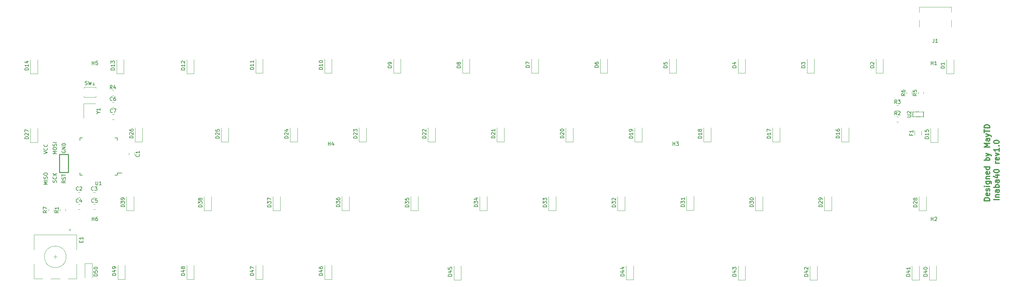
<source format=gto>
%TF.GenerationSoftware,KiCad,Pcbnew,(5.1.12)-1*%
%TF.CreationDate,2022-01-19T18:35:02-06:00*%
%TF.ProjectId,pcb,7063622e-6b69-4636-9164-5f7063625858,rev?*%
%TF.SameCoordinates,Original*%
%TF.FileFunction,Legend,Top*%
%TF.FilePolarity,Positive*%
%FSLAX46Y46*%
G04 Gerber Fmt 4.6, Leading zero omitted, Abs format (unit mm)*
G04 Created by KiCad (PCBNEW (5.1.12)-1) date 2022-01-19 18:35:02*
%MOMM*%
%LPD*%
G01*
G04 APERTURE LIST*
%ADD10C,0.300000*%
%ADD11C,0.120000*%
%ADD12C,0.150000*%
%ADD13C,0.250000*%
%ADD14R,2.000000X2.000000*%
%ADD15C,2.000000*%
%ADD16C,3.200000*%
%ADD17C,3.987800*%
%ADD18C,3.048000*%
%ADD19C,1.750000*%
%ADD20C,2.250000*%
%ADD21C,4.400000*%
%ADD22R,0.550000X1.500000*%
%ADD23R,1.500000X0.550000*%
%ADD24C,0.800000*%
%ADD25R,0.900000X1.700000*%
%ADD26R,1.200000X1.400000*%
%ADD27R,1.000000X0.700000*%
%ADD28R,0.600000X0.700000*%
%ADD29R,1.700000X1.700000*%
%ADD30C,1.700000*%
%ADD31O,0.900000X2.000000*%
%ADD32O,0.900000X1.700000*%
%ADD33R,0.300000X1.160000*%
%ADD34C,0.600000*%
%ADD35R,0.600000X1.160000*%
%ADD36R,1.200000X0.900000*%
G04 APERTURE END LIST*
D10*
X339514571Y-130388000D02*
X338014571Y-130388000D01*
X338014571Y-130030857D01*
X338086000Y-129816571D01*
X338228857Y-129673714D01*
X338371714Y-129602285D01*
X338657428Y-129530857D01*
X338871714Y-129530857D01*
X339157428Y-129602285D01*
X339300285Y-129673714D01*
X339443142Y-129816571D01*
X339514571Y-130030857D01*
X339514571Y-130388000D01*
X339443142Y-128316571D02*
X339514571Y-128459428D01*
X339514571Y-128745142D01*
X339443142Y-128888000D01*
X339300285Y-128959428D01*
X338728857Y-128959428D01*
X338586000Y-128888000D01*
X338514571Y-128745142D01*
X338514571Y-128459428D01*
X338586000Y-128316571D01*
X338728857Y-128245142D01*
X338871714Y-128245142D01*
X339014571Y-128959428D01*
X339443142Y-127673714D02*
X339514571Y-127530857D01*
X339514571Y-127245142D01*
X339443142Y-127102285D01*
X339300285Y-127030857D01*
X339228857Y-127030857D01*
X339086000Y-127102285D01*
X339014571Y-127245142D01*
X339014571Y-127459428D01*
X338943142Y-127602285D01*
X338800285Y-127673714D01*
X338728857Y-127673714D01*
X338586000Y-127602285D01*
X338514571Y-127459428D01*
X338514571Y-127245142D01*
X338586000Y-127102285D01*
X339514571Y-126388000D02*
X338514571Y-126388000D01*
X338014571Y-126388000D02*
X338086000Y-126459428D01*
X338157428Y-126388000D01*
X338086000Y-126316571D01*
X338014571Y-126388000D01*
X338157428Y-126388000D01*
X338514571Y-125030857D02*
X339728857Y-125030857D01*
X339871714Y-125102285D01*
X339943142Y-125173714D01*
X340014571Y-125316571D01*
X340014571Y-125530857D01*
X339943142Y-125673714D01*
X339443142Y-125030857D02*
X339514571Y-125173714D01*
X339514571Y-125459428D01*
X339443142Y-125602285D01*
X339371714Y-125673714D01*
X339228857Y-125745142D01*
X338800285Y-125745142D01*
X338657428Y-125673714D01*
X338586000Y-125602285D01*
X338514571Y-125459428D01*
X338514571Y-125173714D01*
X338586000Y-125030857D01*
X338514571Y-124316571D02*
X339514571Y-124316571D01*
X338657428Y-124316571D02*
X338586000Y-124245142D01*
X338514571Y-124102285D01*
X338514571Y-123888000D01*
X338586000Y-123745142D01*
X338728857Y-123673714D01*
X339514571Y-123673714D01*
X339443142Y-122388000D02*
X339514571Y-122530857D01*
X339514571Y-122816571D01*
X339443142Y-122959428D01*
X339300285Y-123030857D01*
X338728857Y-123030857D01*
X338586000Y-122959428D01*
X338514571Y-122816571D01*
X338514571Y-122530857D01*
X338586000Y-122388000D01*
X338728857Y-122316571D01*
X338871714Y-122316571D01*
X339014571Y-123030857D01*
X339514571Y-121030857D02*
X338014571Y-121030857D01*
X339443142Y-121030857D02*
X339514571Y-121173714D01*
X339514571Y-121459428D01*
X339443142Y-121602285D01*
X339371714Y-121673714D01*
X339228857Y-121745142D01*
X338800285Y-121745142D01*
X338657428Y-121673714D01*
X338586000Y-121602285D01*
X338514571Y-121459428D01*
X338514571Y-121173714D01*
X338586000Y-121030857D01*
X339514571Y-119173714D02*
X338014571Y-119173714D01*
X338586000Y-119173714D02*
X338514571Y-119030857D01*
X338514571Y-118745142D01*
X338586000Y-118602285D01*
X338657428Y-118530857D01*
X338800285Y-118459428D01*
X339228857Y-118459428D01*
X339371714Y-118530857D01*
X339443142Y-118602285D01*
X339514571Y-118745142D01*
X339514571Y-119030857D01*
X339443142Y-119173714D01*
X338514571Y-117959428D02*
X339514571Y-117602285D01*
X338514571Y-117245142D02*
X339514571Y-117602285D01*
X339871714Y-117745142D01*
X339943142Y-117816571D01*
X340014571Y-117959428D01*
X339514571Y-115530857D02*
X338014571Y-115530857D01*
X339086000Y-115030857D01*
X338014571Y-114530857D01*
X339514571Y-114530857D01*
X339514571Y-113173714D02*
X338728857Y-113173714D01*
X338586000Y-113245142D01*
X338514571Y-113388000D01*
X338514571Y-113673714D01*
X338586000Y-113816571D01*
X339443142Y-113173714D02*
X339514571Y-113316571D01*
X339514571Y-113673714D01*
X339443142Y-113816571D01*
X339300285Y-113888000D01*
X339157428Y-113888000D01*
X339014571Y-113816571D01*
X338943142Y-113673714D01*
X338943142Y-113316571D01*
X338871714Y-113173714D01*
X338514571Y-112602285D02*
X339514571Y-112245142D01*
X338514571Y-111888000D02*
X339514571Y-112245142D01*
X339871714Y-112388000D01*
X339943142Y-112459428D01*
X340014571Y-112602285D01*
X338014571Y-111530857D02*
X338014571Y-110673714D01*
X339514571Y-111102285D02*
X338014571Y-111102285D01*
X339514571Y-110173714D02*
X338014571Y-110173714D01*
X338014571Y-109816571D01*
X338086000Y-109602285D01*
X338228857Y-109459428D01*
X338371714Y-109388000D01*
X338657428Y-109316571D01*
X338871714Y-109316571D01*
X339157428Y-109388000D01*
X339300285Y-109459428D01*
X339443142Y-109602285D01*
X339514571Y-109816571D01*
X339514571Y-110173714D01*
X342143471Y-130098571D02*
X340643471Y-130098571D01*
X341143471Y-129384285D02*
X342143471Y-129384285D01*
X341286328Y-129384285D02*
X341214900Y-129312857D01*
X341143471Y-129170000D01*
X341143471Y-128955714D01*
X341214900Y-128812857D01*
X341357757Y-128741428D01*
X342143471Y-128741428D01*
X342143471Y-127384285D02*
X341357757Y-127384285D01*
X341214900Y-127455714D01*
X341143471Y-127598571D01*
X341143471Y-127884285D01*
X341214900Y-128027142D01*
X342072042Y-127384285D02*
X342143471Y-127527142D01*
X342143471Y-127884285D01*
X342072042Y-128027142D01*
X341929185Y-128098571D01*
X341786328Y-128098571D01*
X341643471Y-128027142D01*
X341572042Y-127884285D01*
X341572042Y-127527142D01*
X341500614Y-127384285D01*
X342143471Y-126670000D02*
X340643471Y-126670000D01*
X341214900Y-126670000D02*
X341143471Y-126527142D01*
X341143471Y-126241428D01*
X341214900Y-126098571D01*
X341286328Y-126027142D01*
X341429185Y-125955714D01*
X341857757Y-125955714D01*
X342000614Y-126027142D01*
X342072042Y-126098571D01*
X342143471Y-126241428D01*
X342143471Y-126527142D01*
X342072042Y-126670000D01*
X342143471Y-124670000D02*
X341357757Y-124670000D01*
X341214900Y-124741428D01*
X341143471Y-124884285D01*
X341143471Y-125170000D01*
X341214900Y-125312857D01*
X342072042Y-124670000D02*
X342143471Y-124812857D01*
X342143471Y-125170000D01*
X342072042Y-125312857D01*
X341929185Y-125384285D01*
X341786328Y-125384285D01*
X341643471Y-125312857D01*
X341572042Y-125170000D01*
X341572042Y-124812857D01*
X341500614Y-124670000D01*
X341143471Y-123312857D02*
X342143471Y-123312857D01*
X340572042Y-123670000D02*
X341643471Y-124027142D01*
X341643471Y-123098571D01*
X340643471Y-122241428D02*
X340643471Y-122098571D01*
X340714900Y-121955714D01*
X340786328Y-121884285D01*
X340929185Y-121812857D01*
X341214900Y-121741428D01*
X341572042Y-121741428D01*
X341857757Y-121812857D01*
X342000614Y-121884285D01*
X342072042Y-121955714D01*
X342143471Y-122098571D01*
X342143471Y-122241428D01*
X342072042Y-122384285D01*
X342000614Y-122455714D01*
X341857757Y-122527142D01*
X341572042Y-122598571D01*
X341214900Y-122598571D01*
X340929185Y-122527142D01*
X340786328Y-122455714D01*
X340714900Y-122384285D01*
X340643471Y-122241428D01*
X342143471Y-119955714D02*
X341143471Y-119955714D01*
X341429185Y-119955714D02*
X341286328Y-119884285D01*
X341214900Y-119812857D01*
X341143471Y-119670000D01*
X341143471Y-119527142D01*
X342072042Y-118455714D02*
X342143471Y-118598571D01*
X342143471Y-118884285D01*
X342072042Y-119027142D01*
X341929185Y-119098571D01*
X341357757Y-119098571D01*
X341214900Y-119027142D01*
X341143471Y-118884285D01*
X341143471Y-118598571D01*
X341214900Y-118455714D01*
X341357757Y-118384285D01*
X341500614Y-118384285D01*
X341643471Y-119098571D01*
X341143471Y-117884285D02*
X342143471Y-117527142D01*
X341143471Y-117170000D01*
X342143471Y-115812857D02*
X342143471Y-116670000D01*
X342143471Y-116241428D02*
X340643471Y-116241428D01*
X340857757Y-116384285D01*
X341000614Y-116527142D01*
X341072042Y-116670000D01*
X342000614Y-115170000D02*
X342072042Y-115098571D01*
X342143471Y-115170000D01*
X342072042Y-115241428D01*
X342000614Y-115170000D01*
X342143471Y-115170000D01*
X340643471Y-114170000D02*
X340643471Y-114027142D01*
X340714900Y-113884285D01*
X340786328Y-113812857D01*
X340929185Y-113741428D01*
X341214900Y-113670000D01*
X341572042Y-113670000D01*
X341857757Y-113741428D01*
X342000614Y-113812857D01*
X342072042Y-113884285D01*
X342143471Y-114027142D01*
X342143471Y-114170000D01*
X342072042Y-114312857D01*
X342000614Y-114384285D01*
X341857757Y-114455714D01*
X341572042Y-114527142D01*
X341214900Y-114527142D01*
X340929185Y-114455714D01*
X340786328Y-114384285D01*
X340714900Y-114312857D01*
X340643471Y-114170000D01*
D11*
%TO.C,E1*%
X84280000Y-145930000D02*
G75*
G03*
X84280000Y-145930000I-3000000J0D01*
G01*
X87180000Y-147930000D02*
X87180000Y-152030000D01*
X75380000Y-152030000D02*
X75380000Y-147930000D01*
X75380000Y-143930000D02*
X75380000Y-139830000D01*
X87180000Y-143930000D02*
X87180000Y-139830000D01*
X87180000Y-139830000D02*
X75380000Y-139830000D01*
X85080000Y-138430000D02*
X85380000Y-138130000D01*
X85380000Y-138130000D02*
X85380000Y-138730000D01*
X85380000Y-138730000D02*
X85080000Y-138430000D01*
X87180000Y-152030000D02*
X84780000Y-152030000D01*
X82580000Y-152030000D02*
X79980000Y-152030000D01*
X77780000Y-152030000D02*
X75380000Y-152030000D01*
X81780000Y-145930000D02*
X80780000Y-145930000D01*
X81280000Y-145430000D02*
X81280000Y-146430000D01*
%TO.C,R7*%
X80903750Y-133187814D02*
X80903750Y-132733686D01*
X79433750Y-133187814D02*
X79433750Y-132733686D01*
D12*
%TO.C,U1*%
X98405700Y-122741750D02*
X99680700Y-122741750D01*
X88055700Y-123316750D02*
X88730700Y-123316750D01*
X88055700Y-112966750D02*
X88730700Y-112966750D01*
X98405700Y-112966750D02*
X97730700Y-112966750D01*
X98405700Y-123316750D02*
X97730700Y-123316750D01*
X98405700Y-112966750D02*
X98405700Y-113641750D01*
X88055700Y-112966750D02*
X88055700Y-113641750D01*
X88055700Y-123316750D02*
X88055700Y-122641750D01*
X98405700Y-123316750D02*
X98405700Y-122741750D01*
D11*
%TO.C,SW1*%
X92504000Y-98930000D02*
X92504000Y-99230000D01*
X89204000Y-98930000D02*
X92504000Y-98930000D01*
X89204000Y-99230000D02*
X89204000Y-98930000D01*
X92504000Y-101730000D02*
X92504000Y-101430000D01*
X89204000Y-101730000D02*
X92504000Y-101730000D01*
X89204000Y-101430000D02*
X89204000Y-101730000D01*
%TO.C,Y1*%
X89116000Y-103494000D02*
X89116000Y-107494000D01*
X92416000Y-103494000D02*
X89116000Y-103494000D01*
D12*
%TO.C,U2*%
X321228950Y-107091750D02*
X318328950Y-107091750D01*
X321228950Y-107091750D02*
X321228950Y-105791750D01*
X321228950Y-105791750D02*
X318328950Y-105791750D01*
X318328950Y-105791750D02*
X318328950Y-107091750D01*
D11*
%TO.C,R6*%
X318088950Y-100739314D02*
X318088950Y-100285186D01*
X316618950Y-100739314D02*
X316618950Y-100285186D01*
%TO.C,R5*%
X321283000Y-100739314D02*
X321283000Y-100285186D01*
X319813000Y-100739314D02*
X319813000Y-100285186D01*
%TO.C,R4*%
X96951436Y-99849000D02*
X97405564Y-99849000D01*
X96951436Y-101319000D02*
X97405564Y-101319000D01*
%TO.C,R3*%
X313833136Y-103913000D02*
X314287264Y-103913000D01*
X313833136Y-105383000D02*
X314287264Y-105383000D01*
%TO.C,R2*%
X313833136Y-108558000D02*
X314287264Y-108558000D01*
X313833136Y-107088000D02*
X314287264Y-107088000D01*
%TO.C,R1*%
X84078750Y-133187814D02*
X84078750Y-132733686D01*
X82608750Y-133187814D02*
X82608750Y-132733686D01*
D13*
%TO.C,J2*%
X82415700Y-122546750D02*
X82415700Y-117546750D01*
X82415700Y-117546750D02*
X84915700Y-117546750D01*
X84915700Y-117546750D02*
X84915700Y-122546750D01*
X84915700Y-122546750D02*
X82415700Y-122546750D01*
D11*
%TO.C,J1*%
X320042400Y-76703880D02*
X328982400Y-76703880D01*
X320042400Y-82213880D02*
X320042400Y-80413880D01*
X320042400Y-76703880D02*
X320042400Y-78163880D01*
X328982400Y-76703880D02*
X328982400Y-78163880D01*
X328982400Y-82213880D02*
X328982400Y-80413880D01*
%TO.C,F1*%
X318825200Y-112206314D02*
X318825200Y-111002186D01*
X320645200Y-112206314D02*
X320645200Y-111002186D01*
%TO.C,D50*%
X91487500Y-147768750D02*
X91487500Y-151668750D01*
X89487500Y-147768750D02*
X89487500Y-151668750D01*
X91487500Y-147768750D02*
X89487500Y-147768750D01*
%TO.C,D49*%
X98580700Y-152141750D02*
X100580700Y-152141750D01*
X100580700Y-152141750D02*
X100580700Y-148241750D01*
X98580700Y-152141750D02*
X98580700Y-148241750D01*
%TO.C,D48*%
X117630700Y-152141750D02*
X119630700Y-152141750D01*
X119630700Y-152141750D02*
X119630700Y-148241750D01*
X117630700Y-152141750D02*
X117630700Y-148241750D01*
%TO.C,D47*%
X136680700Y-152141750D02*
X138680700Y-152141750D01*
X138680700Y-152141750D02*
X138680700Y-148241750D01*
X136680700Y-152141750D02*
X136680700Y-148241750D01*
%TO.C,D46*%
X155730700Y-152141750D02*
X157730700Y-152141750D01*
X157730700Y-152141750D02*
X157730700Y-148241750D01*
X155730700Y-152141750D02*
X155730700Y-148241750D01*
%TO.C,D45*%
X191449450Y-152331250D02*
X193449450Y-152331250D01*
X193449450Y-152331250D02*
X193449450Y-148431250D01*
X191449450Y-152331250D02*
X191449450Y-148431250D01*
%TO.C,D44*%
X239074450Y-152268750D02*
X241074450Y-152268750D01*
X241074450Y-152268750D02*
X241074450Y-148368750D01*
X239074450Y-152268750D02*
X239074450Y-148368750D01*
%TO.C,D43*%
X270030700Y-152331250D02*
X272030700Y-152331250D01*
X272030700Y-152331250D02*
X272030700Y-148431250D01*
X270030700Y-152331250D02*
X270030700Y-148431250D01*
%TO.C,D42*%
X289874450Y-152331250D02*
X291874450Y-152331250D01*
X291874450Y-152331250D02*
X291874450Y-148431250D01*
X289874450Y-152331250D02*
X289874450Y-148431250D01*
%TO.C,D41*%
X318087500Y-152331250D02*
X320087500Y-152331250D01*
X320087500Y-152331250D02*
X320087500Y-148431250D01*
X318087500Y-152331250D02*
X318087500Y-148431250D01*
%TO.C,D40*%
X322850000Y-152331250D02*
X324850000Y-152331250D01*
X324850000Y-152331250D02*
X324850000Y-148431250D01*
X322850000Y-152331250D02*
X322850000Y-148431250D01*
%TO.C,D39*%
X100961950Y-133091750D02*
X100961950Y-129191750D01*
X102961950Y-133091750D02*
X102961950Y-129191750D01*
X100961950Y-133091750D02*
X102961950Y-133091750D01*
%TO.C,D38*%
X122393200Y-133154250D02*
X124393200Y-133154250D01*
X124393200Y-133154250D02*
X124393200Y-129254250D01*
X122393200Y-133154250D02*
X122393200Y-129254250D01*
%TO.C,D37*%
X141443200Y-133154250D02*
X143443200Y-133154250D01*
X143443200Y-133154250D02*
X143443200Y-129254250D01*
X141443200Y-133154250D02*
X141443200Y-129254250D01*
%TO.C,D36*%
X160493200Y-133091750D02*
X162493200Y-133091750D01*
X162493200Y-133091750D02*
X162493200Y-129191750D01*
X160493200Y-133091750D02*
X160493200Y-129191750D01*
%TO.C,D35*%
X179543200Y-133154250D02*
X181543200Y-133154250D01*
X181543200Y-133154250D02*
X181543200Y-129254250D01*
X179543200Y-133154250D02*
X179543200Y-129254250D01*
%TO.C,D34*%
X198593200Y-133091750D02*
X200593200Y-133091750D01*
X200593200Y-133091750D02*
X200593200Y-129191750D01*
X198593200Y-133091750D02*
X198593200Y-129191750D01*
%TO.C,D33*%
X217643200Y-133154250D02*
X219643200Y-133154250D01*
X219643200Y-133154250D02*
X219643200Y-129254250D01*
X217643200Y-133154250D02*
X217643200Y-129254250D01*
%TO.C,D32*%
X236693200Y-133154250D02*
X238693200Y-133154250D01*
X238693200Y-133154250D02*
X238693200Y-129254250D01*
X236693200Y-133154250D02*
X236693200Y-129254250D01*
%TO.C,D31*%
X255762250Y-133028250D02*
X257762250Y-133028250D01*
X257762250Y-133028250D02*
X257762250Y-129128250D01*
X255762250Y-133028250D02*
X255762250Y-129128250D01*
%TO.C,D30*%
X274793200Y-133091750D02*
X276793200Y-133091750D01*
X276793200Y-133091750D02*
X276793200Y-129191750D01*
X274793200Y-133091750D02*
X274793200Y-129191750D01*
%TO.C,D29*%
X293843200Y-133091750D02*
X295843200Y-133091750D01*
X295843200Y-133091750D02*
X295843200Y-129191750D01*
X293843200Y-133091750D02*
X293843200Y-129191750D01*
%TO.C,D28*%
X320036950Y-133154250D02*
X322036950Y-133154250D01*
X322036950Y-133154250D02*
X322036950Y-129254250D01*
X320036950Y-133154250D02*
X320036950Y-129254250D01*
%TO.C,D27*%
X74406250Y-114231250D02*
X76406250Y-114231250D01*
X76406250Y-114231250D02*
X76406250Y-110331250D01*
X74406250Y-114231250D02*
X74406250Y-110331250D01*
%TO.C,D26*%
X103343200Y-114041750D02*
X105343200Y-114041750D01*
X105343200Y-114041750D02*
X105343200Y-110141750D01*
X103343200Y-114041750D02*
X103343200Y-110141750D01*
%TO.C,D25*%
X127155700Y-114104250D02*
X129155700Y-114104250D01*
X129155700Y-114104250D02*
X129155700Y-110204250D01*
X127155700Y-114104250D02*
X127155700Y-110204250D01*
%TO.C,D24*%
X146205700Y-114104250D02*
X148205700Y-114104250D01*
X148205700Y-114104250D02*
X148205700Y-110204250D01*
X146205700Y-114104250D02*
X146205700Y-110204250D01*
%TO.C,D23*%
X165255700Y-114104250D02*
X167255700Y-114104250D01*
X167255700Y-114104250D02*
X167255700Y-110204250D01*
X165255700Y-114104250D02*
X165255700Y-110204250D01*
%TO.C,D22*%
X184305700Y-114104250D02*
X184305700Y-110204250D01*
X186305700Y-114104250D02*
X186305700Y-110204250D01*
X184305700Y-114104250D02*
X186305700Y-114104250D01*
%TO.C,D21*%
X203355700Y-114041750D02*
X205355700Y-114041750D01*
X205355700Y-114041750D02*
X205355700Y-110141750D01*
X203355700Y-114041750D02*
X203355700Y-110141750D01*
%TO.C,D20*%
X222405700Y-114041750D02*
X224405700Y-114041750D01*
X224405700Y-114041750D02*
X224405700Y-110141750D01*
X222405700Y-114041750D02*
X222405700Y-110141750D01*
%TO.C,D19*%
X241455700Y-114104250D02*
X243455700Y-114104250D01*
X243455700Y-114104250D02*
X243455700Y-110204250D01*
X241455700Y-114104250D02*
X241455700Y-110204250D01*
%TO.C,D18*%
X260505700Y-114104250D02*
X262505700Y-114104250D01*
X262505700Y-114104250D02*
X262505700Y-110204250D01*
X260505700Y-114104250D02*
X260505700Y-110204250D01*
%TO.C,D17*%
X279555700Y-114104250D02*
X281555700Y-114104250D01*
X281555700Y-114104250D02*
X281555700Y-110204250D01*
X279555700Y-114104250D02*
X279555700Y-110204250D01*
%TO.C,D16*%
X298605700Y-114041750D02*
X300605700Y-114041750D01*
X300605700Y-114041750D02*
X300605700Y-110141750D01*
X298605700Y-114041750D02*
X298605700Y-110141750D01*
%TO.C,D15*%
X323211950Y-114231250D02*
X323211950Y-110331250D01*
X325211950Y-114231250D02*
X325211950Y-110331250D01*
X323211950Y-114231250D02*
X325211950Y-114231250D01*
%TO.C,D14*%
X74406250Y-95181250D02*
X76406250Y-95181250D01*
X76406250Y-95181250D02*
X76406250Y-91281250D01*
X74406250Y-95181250D02*
X74406250Y-91281250D01*
%TO.C,D13*%
X98218750Y-95181250D02*
X100218750Y-95181250D01*
X100218750Y-95181250D02*
X100218750Y-91281250D01*
X98218750Y-95181250D02*
X98218750Y-91281250D01*
%TO.C,D12*%
X117630700Y-95181250D02*
X119630700Y-95181250D01*
X119630700Y-95181250D02*
X119630700Y-91281250D01*
X117630700Y-95181250D02*
X117630700Y-91281250D01*
%TO.C,D11*%
X136680700Y-95054250D02*
X138680700Y-95054250D01*
X138680700Y-95054250D02*
X138680700Y-91154250D01*
X136680700Y-95054250D02*
X136680700Y-91154250D01*
%TO.C,D10*%
X155730700Y-95054250D02*
X157730700Y-95054250D01*
X157730700Y-95054250D02*
X157730700Y-91154250D01*
X155730700Y-95054250D02*
X155730700Y-91154250D01*
%TO.C,D9*%
X174780700Y-95054250D02*
X176780700Y-95054250D01*
X176780700Y-95054250D02*
X176780700Y-91154250D01*
X174780700Y-95054250D02*
X174780700Y-91154250D01*
%TO.C,D8*%
X193830700Y-95054250D02*
X195830700Y-95054250D01*
X195830700Y-95054250D02*
X195830700Y-91154250D01*
X193830700Y-95054250D02*
X193830700Y-91154250D01*
%TO.C,D7*%
X212880700Y-94991750D02*
X214880700Y-94991750D01*
X214880700Y-94991750D02*
X214880700Y-91091750D01*
X212880700Y-94991750D02*
X212880700Y-91091750D01*
%TO.C,D6*%
X231930700Y-94991750D02*
X233930700Y-94991750D01*
X233930700Y-94991750D02*
X233930700Y-91091750D01*
X231930700Y-94991750D02*
X231930700Y-91091750D01*
%TO.C,D5*%
X250980700Y-95054250D02*
X252980700Y-95054250D01*
X252980700Y-95054250D02*
X252980700Y-91154250D01*
X250980700Y-95054250D02*
X250980700Y-91154250D01*
%TO.C,D4*%
X270030700Y-95054250D02*
X272030700Y-95054250D01*
X272030700Y-95054250D02*
X272030700Y-91154250D01*
X270030700Y-95054250D02*
X270030700Y-91154250D01*
%TO.C,D3*%
X289080700Y-95054250D02*
X291080700Y-95054250D01*
X291080700Y-95054250D02*
X291080700Y-91154250D01*
X289080700Y-95054250D02*
X289080700Y-91154250D01*
%TO.C,D2*%
X308130700Y-95054250D02*
X310130700Y-95054250D01*
X310130700Y-95054250D02*
X310130700Y-91154250D01*
X308130700Y-95054250D02*
X308130700Y-91154250D01*
%TO.C,D1*%
X327612500Y-95181250D02*
X329612500Y-95181250D01*
X329612500Y-95181250D02*
X329612500Y-91281250D01*
X327612500Y-95181250D02*
X327612500Y-91281250D01*
%TO.C,C7*%
X97020748Y-107923000D02*
X97543252Y-107923000D01*
X97020748Y-106453000D02*
X97543252Y-106453000D01*
%TO.C,C6*%
X96954748Y-104621000D02*
X97477252Y-104621000D01*
X96954748Y-103151000D02*
X97477252Y-103151000D01*
%TO.C,C5*%
X91842998Y-132815000D02*
X92365502Y-132815000D01*
X91842998Y-131345000D02*
X92365502Y-131345000D01*
%TO.C,C4*%
X87569448Y-131345000D02*
X88091952Y-131345000D01*
X87569448Y-132815000D02*
X88091952Y-132815000D01*
%TO.C,C3*%
X91762948Y-129481250D02*
X92285452Y-129481250D01*
X91762948Y-128011250D02*
X92285452Y-128011250D01*
%TO.C,C2*%
X87569448Y-128011250D02*
X88091952Y-128011250D01*
X87569448Y-129481250D02*
X88091952Y-129481250D01*
%TO.C,C1*%
X101658750Y-117152748D02*
X101658750Y-117675252D01*
X103128750Y-117152748D02*
X103128750Y-117675252D01*
%TO.C,E1*%
D12*
X88408571Y-141920476D02*
X88408571Y-141587142D01*
X88932380Y-141444285D02*
X88932380Y-141920476D01*
X87932380Y-141920476D01*
X87932380Y-141444285D01*
X88932380Y-140491904D02*
X88932380Y-141063333D01*
X88932380Y-140777619D02*
X87932380Y-140777619D01*
X88075238Y-140872857D01*
X88170476Y-140968095D01*
X88218095Y-141063333D01*
%TO.C,R7*%
X78971130Y-133127416D02*
X78494940Y-133460750D01*
X78971130Y-133698845D02*
X77971130Y-133698845D01*
X77971130Y-133317892D01*
X78018750Y-133222654D01*
X78066369Y-133175035D01*
X78161607Y-133127416D01*
X78304464Y-133127416D01*
X78399702Y-133175035D01*
X78447321Y-133222654D01*
X78494940Y-133317892D01*
X78494940Y-133698845D01*
X77971130Y-132794083D02*
X77971130Y-132127416D01*
X78971130Y-132555988D01*
%TO.C,H6*%
X91440095Y-135936380D02*
X91440095Y-134936380D01*
X91440095Y-135412571D02*
X92011523Y-135412571D01*
X92011523Y-135936380D02*
X92011523Y-134936380D01*
X92916285Y-134936380D02*
X92725809Y-134936380D01*
X92630571Y-134984000D01*
X92582952Y-135031619D01*
X92487714Y-135174476D01*
X92440095Y-135364952D01*
X92440095Y-135745904D01*
X92487714Y-135841142D01*
X92535333Y-135888761D01*
X92630571Y-135936380D01*
X92821047Y-135936380D01*
X92916285Y-135888761D01*
X92963904Y-135841142D01*
X93011523Y-135745904D01*
X93011523Y-135507809D01*
X92963904Y-135412571D01*
X92916285Y-135364952D01*
X92821047Y-135317333D01*
X92630571Y-135317333D01*
X92535333Y-135364952D01*
X92487714Y-135412571D01*
X92440095Y-135507809D01*
%TO.C,H5*%
X91440095Y-92756380D02*
X91440095Y-91756380D01*
X91440095Y-92232571D02*
X92011523Y-92232571D01*
X92011523Y-92756380D02*
X92011523Y-91756380D01*
X92963904Y-91756380D02*
X92487714Y-91756380D01*
X92440095Y-92232571D01*
X92487714Y-92184952D01*
X92582952Y-92137333D01*
X92821047Y-92137333D01*
X92916285Y-92184952D01*
X92963904Y-92232571D01*
X93011523Y-92327809D01*
X93011523Y-92565904D01*
X92963904Y-92661142D01*
X92916285Y-92708761D01*
X92821047Y-92756380D01*
X92582952Y-92756380D01*
X92487714Y-92708761D01*
X92440095Y-92661142D01*
%TO.C,H3*%
X251968095Y-115108380D02*
X251968095Y-114108380D01*
X251968095Y-114584571D02*
X252539523Y-114584571D01*
X252539523Y-115108380D02*
X252539523Y-114108380D01*
X252920476Y-114108380D02*
X253539523Y-114108380D01*
X253206190Y-114489333D01*
X253349047Y-114489333D01*
X253444285Y-114536952D01*
X253491904Y-114584571D01*
X253539523Y-114679809D01*
X253539523Y-114917904D01*
X253491904Y-115013142D01*
X253444285Y-115060761D01*
X253349047Y-115108380D01*
X253063333Y-115108380D01*
X252968095Y-115060761D01*
X252920476Y-115013142D01*
%TO.C,H4*%
X156718095Y-115108380D02*
X156718095Y-114108380D01*
X156718095Y-114584571D02*
X157289523Y-114584571D01*
X157289523Y-115108380D02*
X157289523Y-114108380D01*
X158194285Y-114441714D02*
X158194285Y-115108380D01*
X157956190Y-114060761D02*
X157718095Y-114775047D01*
X158337142Y-114775047D01*
%TO.C,H2*%
X323342095Y-135936380D02*
X323342095Y-134936380D01*
X323342095Y-135412571D02*
X323913523Y-135412571D01*
X323913523Y-135936380D02*
X323913523Y-134936380D01*
X324342095Y-135031619D02*
X324389714Y-134984000D01*
X324484952Y-134936380D01*
X324723047Y-134936380D01*
X324818285Y-134984000D01*
X324865904Y-135031619D01*
X324913523Y-135126857D01*
X324913523Y-135222095D01*
X324865904Y-135364952D01*
X324294476Y-135936380D01*
X324913523Y-135936380D01*
%TO.C,H1*%
X323342095Y-92756380D02*
X323342095Y-91756380D01*
X323342095Y-92232571D02*
X323913523Y-92232571D01*
X323913523Y-92756380D02*
X323913523Y-91756380D01*
X324913523Y-92756380D02*
X324342095Y-92756380D01*
X324627809Y-92756380D02*
X324627809Y-91756380D01*
X324532571Y-91899238D01*
X324437333Y-91994476D01*
X324342095Y-92042095D01*
%TO.C,U1*%
X92468795Y-125044130D02*
X92468795Y-125853654D01*
X92516414Y-125948892D01*
X92564033Y-125996511D01*
X92659271Y-126044130D01*
X92849747Y-126044130D01*
X92944985Y-125996511D01*
X92992604Y-125948892D01*
X93040223Y-125853654D01*
X93040223Y-125044130D01*
X94040223Y-126044130D02*
X93468795Y-126044130D01*
X93754509Y-126044130D02*
X93754509Y-125044130D01*
X93659271Y-125186988D01*
X93564033Y-125282226D01*
X93468795Y-125329845D01*
%TO.C,SW1*%
X89520666Y-98234761D02*
X89663523Y-98282380D01*
X89901619Y-98282380D01*
X89996857Y-98234761D01*
X90044476Y-98187142D01*
X90092095Y-98091904D01*
X90092095Y-97996666D01*
X90044476Y-97901428D01*
X89996857Y-97853809D01*
X89901619Y-97806190D01*
X89711142Y-97758571D01*
X89615904Y-97710952D01*
X89568285Y-97663333D01*
X89520666Y-97568095D01*
X89520666Y-97472857D01*
X89568285Y-97377619D01*
X89615904Y-97330000D01*
X89711142Y-97282380D01*
X89949238Y-97282380D01*
X90092095Y-97330000D01*
X90425428Y-97282380D02*
X90663523Y-98282380D01*
X90854000Y-97568095D01*
X91044476Y-98282380D01*
X91282571Y-97282380D01*
X92187333Y-98282380D02*
X91615904Y-98282380D01*
X91901619Y-98282380D02*
X91901619Y-97282380D01*
X91806380Y-97425238D01*
X91711142Y-97520476D01*
X91615904Y-97568095D01*
%TO.C,Y1*%
X93192190Y-105970190D02*
X93668380Y-105970190D01*
X92668380Y-106303523D02*
X93192190Y-105970190D01*
X92668380Y-105636857D01*
X93668380Y-104779714D02*
X93668380Y-105351142D01*
X93668380Y-105065428D02*
X92668380Y-105065428D01*
X92811238Y-105160666D01*
X92906476Y-105255904D01*
X92954095Y-105351142D01*
%TO.C,U2*%
X316781330Y-107203654D02*
X317590854Y-107203654D01*
X317686092Y-107156035D01*
X317733711Y-107108416D01*
X317781330Y-107013178D01*
X317781330Y-106822702D01*
X317733711Y-106727464D01*
X317686092Y-106679845D01*
X317590854Y-106632226D01*
X316781330Y-106632226D01*
X316876569Y-106203654D02*
X316828950Y-106156035D01*
X316781330Y-106060797D01*
X316781330Y-105822702D01*
X316828950Y-105727464D01*
X316876569Y-105679845D01*
X316971807Y-105632226D01*
X317067045Y-105632226D01*
X317209902Y-105679845D01*
X317781330Y-106251273D01*
X317781330Y-105632226D01*
%TO.C,R6*%
X316156330Y-100678916D02*
X315680140Y-101012250D01*
X316156330Y-101250345D02*
X315156330Y-101250345D01*
X315156330Y-100869392D01*
X315203950Y-100774154D01*
X315251569Y-100726535D01*
X315346807Y-100678916D01*
X315489664Y-100678916D01*
X315584902Y-100726535D01*
X315632521Y-100774154D01*
X315680140Y-100869392D01*
X315680140Y-101250345D01*
X315156330Y-99821773D02*
X315156330Y-100012250D01*
X315203950Y-100107488D01*
X315251569Y-100155107D01*
X315394426Y-100250345D01*
X315584902Y-100297964D01*
X315965854Y-100297964D01*
X316061092Y-100250345D01*
X316108711Y-100202726D01*
X316156330Y-100107488D01*
X316156330Y-99917011D01*
X316108711Y-99821773D01*
X316061092Y-99774154D01*
X315965854Y-99726535D01*
X315727759Y-99726535D01*
X315632521Y-99774154D01*
X315584902Y-99821773D01*
X315537283Y-99917011D01*
X315537283Y-100107488D01*
X315584902Y-100202726D01*
X315632521Y-100250345D01*
X315727759Y-100297964D01*
%TO.C,R5*%
X319350380Y-100678916D02*
X318874190Y-101012250D01*
X319350380Y-101250345D02*
X318350380Y-101250345D01*
X318350380Y-100869392D01*
X318398000Y-100774154D01*
X318445619Y-100726535D01*
X318540857Y-100678916D01*
X318683714Y-100678916D01*
X318778952Y-100726535D01*
X318826571Y-100774154D01*
X318874190Y-100869392D01*
X318874190Y-101250345D01*
X318350380Y-99774154D02*
X318350380Y-100250345D01*
X318826571Y-100297964D01*
X318778952Y-100250345D01*
X318731333Y-100155107D01*
X318731333Y-99917011D01*
X318778952Y-99821773D01*
X318826571Y-99774154D01*
X318921809Y-99726535D01*
X319159904Y-99726535D01*
X319255142Y-99774154D01*
X319302761Y-99821773D01*
X319350380Y-99917011D01*
X319350380Y-100155107D01*
X319302761Y-100250345D01*
X319255142Y-100297964D01*
%TO.C,R4*%
X97011833Y-99386380D02*
X96678500Y-98910190D01*
X96440404Y-99386380D02*
X96440404Y-98386380D01*
X96821357Y-98386380D01*
X96916595Y-98434000D01*
X96964214Y-98481619D01*
X97011833Y-98576857D01*
X97011833Y-98719714D01*
X96964214Y-98814952D01*
X96916595Y-98862571D01*
X96821357Y-98910190D01*
X96440404Y-98910190D01*
X97868976Y-98719714D02*
X97868976Y-99386380D01*
X97630880Y-98338761D02*
X97392785Y-99053047D01*
X98011833Y-99053047D01*
%TO.C,R3*%
X313893533Y-103450380D02*
X313560200Y-102974190D01*
X313322104Y-103450380D02*
X313322104Y-102450380D01*
X313703057Y-102450380D01*
X313798295Y-102498000D01*
X313845914Y-102545619D01*
X313893533Y-102640857D01*
X313893533Y-102783714D01*
X313845914Y-102878952D01*
X313798295Y-102926571D01*
X313703057Y-102974190D01*
X313322104Y-102974190D01*
X314226866Y-102450380D02*
X314845914Y-102450380D01*
X314512580Y-102831333D01*
X314655438Y-102831333D01*
X314750676Y-102878952D01*
X314798295Y-102926571D01*
X314845914Y-103021809D01*
X314845914Y-103259904D01*
X314798295Y-103355142D01*
X314750676Y-103402761D01*
X314655438Y-103450380D01*
X314369723Y-103450380D01*
X314274485Y-103402761D01*
X314226866Y-103355142D01*
%TO.C,R2*%
X313893533Y-106625380D02*
X313560200Y-106149190D01*
X313322104Y-106625380D02*
X313322104Y-105625380D01*
X313703057Y-105625380D01*
X313798295Y-105673000D01*
X313845914Y-105720619D01*
X313893533Y-105815857D01*
X313893533Y-105958714D01*
X313845914Y-106053952D01*
X313798295Y-106101571D01*
X313703057Y-106149190D01*
X313322104Y-106149190D01*
X314274485Y-105720619D02*
X314322104Y-105673000D01*
X314417342Y-105625380D01*
X314655438Y-105625380D01*
X314750676Y-105673000D01*
X314798295Y-105720619D01*
X314845914Y-105815857D01*
X314845914Y-105911095D01*
X314798295Y-106053952D01*
X314226866Y-106625380D01*
X314845914Y-106625380D01*
%TO.C,R1*%
X82146130Y-133127416D02*
X81669940Y-133460750D01*
X82146130Y-133698845D02*
X81146130Y-133698845D01*
X81146130Y-133317892D01*
X81193750Y-133222654D01*
X81241369Y-133175035D01*
X81336607Y-133127416D01*
X81479464Y-133127416D01*
X81574702Y-133175035D01*
X81622321Y-133222654D01*
X81669940Y-133317892D01*
X81669940Y-133698845D01*
X82146130Y-132175035D02*
X82146130Y-132746464D01*
X82146130Y-132460750D02*
X81146130Y-132460750D01*
X81288988Y-132555988D01*
X81384226Y-132651226D01*
X81431845Y-132746464D01*
%TO.C,J2*%
X79118080Y-125868178D02*
X78118080Y-125868178D01*
X78832366Y-125534845D01*
X78118080Y-125201511D01*
X79118080Y-125201511D01*
X79118080Y-124725321D02*
X78118080Y-124725321D01*
X79070461Y-124296750D02*
X79118080Y-124153892D01*
X79118080Y-123915797D01*
X79070461Y-123820559D01*
X79022842Y-123772940D01*
X78927604Y-123725321D01*
X78832366Y-123725321D01*
X78737128Y-123772940D01*
X78689509Y-123820559D01*
X78641890Y-123915797D01*
X78594271Y-124106273D01*
X78546652Y-124201511D01*
X78499033Y-124249130D01*
X78403795Y-124296750D01*
X78308557Y-124296750D01*
X78213319Y-124249130D01*
X78165700Y-124201511D01*
X78118080Y-124106273D01*
X78118080Y-123868178D01*
X78165700Y-123725321D01*
X78118080Y-123106273D02*
X78118080Y-122915797D01*
X78165700Y-122820559D01*
X78260938Y-122725321D01*
X78451414Y-122677702D01*
X78784747Y-122677702D01*
X78975223Y-122725321D01*
X79070461Y-122820559D01*
X79118080Y-122915797D01*
X79118080Y-123106273D01*
X79070461Y-123201511D01*
X78975223Y-123296750D01*
X78784747Y-123344369D01*
X78451414Y-123344369D01*
X78260938Y-123296750D01*
X78165700Y-123201511D01*
X78118080Y-123106273D01*
X78118080Y-117380083D02*
X79118080Y-117046750D01*
X78118080Y-116713416D01*
X79022842Y-115808654D02*
X79070461Y-115856273D01*
X79118080Y-115999130D01*
X79118080Y-116094369D01*
X79070461Y-116237226D01*
X78975223Y-116332464D01*
X78879985Y-116380083D01*
X78689509Y-116427702D01*
X78546652Y-116427702D01*
X78356176Y-116380083D01*
X78260938Y-116332464D01*
X78165700Y-116237226D01*
X78118080Y-116094369D01*
X78118080Y-115999130D01*
X78165700Y-115856273D01*
X78213319Y-115808654D01*
X79022842Y-114808654D02*
X79070461Y-114856273D01*
X79118080Y-114999130D01*
X79118080Y-115094369D01*
X79070461Y-115237226D01*
X78975223Y-115332464D01*
X78879985Y-115380083D01*
X78689509Y-115427702D01*
X78546652Y-115427702D01*
X78356176Y-115380083D01*
X78260938Y-115332464D01*
X78165700Y-115237226D01*
X78118080Y-115094369D01*
X78118080Y-114999130D01*
X78165700Y-114856273D01*
X78213319Y-114808654D01*
X81570461Y-125332464D02*
X81618080Y-125189607D01*
X81618080Y-124951511D01*
X81570461Y-124856273D01*
X81522842Y-124808654D01*
X81427604Y-124761035D01*
X81332366Y-124761035D01*
X81237128Y-124808654D01*
X81189509Y-124856273D01*
X81141890Y-124951511D01*
X81094271Y-125141988D01*
X81046652Y-125237226D01*
X80999033Y-125284845D01*
X80903795Y-125332464D01*
X80808557Y-125332464D01*
X80713319Y-125284845D01*
X80665700Y-125237226D01*
X80618080Y-125141988D01*
X80618080Y-124903892D01*
X80665700Y-124761035D01*
X81522842Y-123761035D02*
X81570461Y-123808654D01*
X81618080Y-123951511D01*
X81618080Y-124046750D01*
X81570461Y-124189607D01*
X81475223Y-124284845D01*
X81379985Y-124332464D01*
X81189509Y-124380083D01*
X81046652Y-124380083D01*
X80856176Y-124332464D01*
X80760938Y-124284845D01*
X80665700Y-124189607D01*
X80618080Y-124046750D01*
X80618080Y-123951511D01*
X80665700Y-123808654D01*
X80713319Y-123761035D01*
X81618080Y-123332464D02*
X80618080Y-123332464D01*
X81618080Y-122761035D02*
X81046652Y-123189607D01*
X80618080Y-122761035D02*
X81189509Y-123332464D01*
X81618080Y-117368178D02*
X80618080Y-117368178D01*
X81332366Y-117034845D01*
X80618080Y-116701511D01*
X81618080Y-116701511D01*
X80618080Y-116034845D02*
X80618080Y-115844369D01*
X80665700Y-115749130D01*
X80760938Y-115653892D01*
X80951414Y-115606273D01*
X81284747Y-115606273D01*
X81475223Y-115653892D01*
X81570461Y-115749130D01*
X81618080Y-115844369D01*
X81618080Y-116034845D01*
X81570461Y-116130083D01*
X81475223Y-116225321D01*
X81284747Y-116272940D01*
X80951414Y-116272940D01*
X80760938Y-116225321D01*
X80665700Y-116130083D01*
X80618080Y-116034845D01*
X81570461Y-115225321D02*
X81618080Y-115082464D01*
X81618080Y-114844369D01*
X81570461Y-114749130D01*
X81522842Y-114701511D01*
X81427604Y-114653892D01*
X81332366Y-114653892D01*
X81237128Y-114701511D01*
X81189509Y-114749130D01*
X81141890Y-114844369D01*
X81094271Y-115034845D01*
X81046652Y-115130083D01*
X80999033Y-115177702D01*
X80903795Y-115225321D01*
X80808557Y-115225321D01*
X80713319Y-115177702D01*
X80665700Y-115130083D01*
X80618080Y-115034845D01*
X80618080Y-114796750D01*
X80665700Y-114653892D01*
X81618080Y-114225321D02*
X80618080Y-114225321D01*
X84118080Y-124844369D02*
X83641890Y-125177702D01*
X84118080Y-125415797D02*
X83118080Y-125415797D01*
X83118080Y-125034845D01*
X83165700Y-124939607D01*
X83213319Y-124891988D01*
X83308557Y-124844369D01*
X83451414Y-124844369D01*
X83546652Y-124891988D01*
X83594271Y-124939607D01*
X83641890Y-125034845D01*
X83641890Y-125415797D01*
X84070461Y-124463416D02*
X84118080Y-124320559D01*
X84118080Y-124082464D01*
X84070461Y-123987226D01*
X84022842Y-123939607D01*
X83927604Y-123891988D01*
X83832366Y-123891988D01*
X83737128Y-123939607D01*
X83689509Y-123987226D01*
X83641890Y-124082464D01*
X83594271Y-124272940D01*
X83546652Y-124368178D01*
X83499033Y-124415797D01*
X83403795Y-124463416D01*
X83308557Y-124463416D01*
X83213319Y-124415797D01*
X83165700Y-124368178D01*
X83118080Y-124272940D01*
X83118080Y-124034845D01*
X83165700Y-123891988D01*
X83118080Y-123606273D02*
X83118080Y-123034845D01*
X84118080Y-123320559D02*
X83118080Y-123320559D01*
X83165700Y-116558654D02*
X83118080Y-116653892D01*
X83118080Y-116796750D01*
X83165700Y-116939607D01*
X83260938Y-117034845D01*
X83356176Y-117082464D01*
X83546652Y-117130083D01*
X83689509Y-117130083D01*
X83879985Y-117082464D01*
X83975223Y-117034845D01*
X84070461Y-116939607D01*
X84118080Y-116796750D01*
X84118080Y-116701511D01*
X84070461Y-116558654D01*
X84022842Y-116511035D01*
X83689509Y-116511035D01*
X83689509Y-116701511D01*
X84118080Y-116082464D02*
X83118080Y-116082464D01*
X84118080Y-115511035D01*
X83118080Y-115511035D01*
X84118080Y-115034845D02*
X83118080Y-115034845D01*
X83118080Y-114796750D01*
X83165700Y-114653892D01*
X83260938Y-114558654D01*
X83356176Y-114511035D01*
X83546652Y-114463416D01*
X83689509Y-114463416D01*
X83879985Y-114511035D01*
X83975223Y-114558654D01*
X84070461Y-114653892D01*
X84118080Y-114796750D01*
X84118080Y-115034845D01*
%TO.C,J1*%
X324179066Y-85576260D02*
X324179066Y-86290546D01*
X324131447Y-86433403D01*
X324036209Y-86528641D01*
X323893352Y-86576260D01*
X323798114Y-86576260D01*
X325179066Y-86576260D02*
X324607638Y-86576260D01*
X324893352Y-86576260D02*
X324893352Y-85576260D01*
X324798114Y-85719118D01*
X324702876Y-85814356D01*
X324607638Y-85861975D01*
%TO.C,F1*%
X317843771Y-111937583D02*
X317843771Y-112270916D01*
X318367580Y-112270916D02*
X317367580Y-112270916D01*
X317367580Y-111794726D01*
X318367580Y-110889964D02*
X318367580Y-111461392D01*
X318367580Y-111175678D02*
X317367580Y-111175678D01*
X317510438Y-111270916D01*
X317605676Y-111366154D01*
X317653295Y-111461392D01*
%TO.C,D50*%
X92939880Y-151233035D02*
X91939880Y-151233035D01*
X91939880Y-150994940D01*
X91987500Y-150852083D01*
X92082738Y-150756845D01*
X92177976Y-150709226D01*
X92368452Y-150661607D01*
X92511309Y-150661607D01*
X92701785Y-150709226D01*
X92797023Y-150756845D01*
X92892261Y-150852083D01*
X92939880Y-150994940D01*
X92939880Y-151233035D01*
X91939880Y-149756845D02*
X91939880Y-150233035D01*
X92416071Y-150280654D01*
X92368452Y-150233035D01*
X92320833Y-150137797D01*
X92320833Y-149899702D01*
X92368452Y-149804464D01*
X92416071Y-149756845D01*
X92511309Y-149709226D01*
X92749404Y-149709226D01*
X92844642Y-149756845D01*
X92892261Y-149804464D01*
X92939880Y-149899702D01*
X92939880Y-150137797D01*
X92892261Y-150233035D01*
X92844642Y-150280654D01*
X91939880Y-149090178D02*
X91939880Y-148994940D01*
X91987500Y-148899702D01*
X92035119Y-148852083D01*
X92130357Y-148804464D01*
X92320833Y-148756845D01*
X92558928Y-148756845D01*
X92749404Y-148804464D01*
X92844642Y-148852083D01*
X92892261Y-148899702D01*
X92939880Y-148994940D01*
X92939880Y-149090178D01*
X92892261Y-149185416D01*
X92844642Y-149233035D01*
X92749404Y-149280654D01*
X92558928Y-149328273D01*
X92320833Y-149328273D01*
X92130357Y-149280654D01*
X92035119Y-149233035D01*
X91987500Y-149185416D01*
X91939880Y-149090178D01*
%TO.C,D49*%
X98033080Y-151106035D02*
X97033080Y-151106035D01*
X97033080Y-150867940D01*
X97080700Y-150725083D01*
X97175938Y-150629845D01*
X97271176Y-150582226D01*
X97461652Y-150534607D01*
X97604509Y-150534607D01*
X97794985Y-150582226D01*
X97890223Y-150629845D01*
X97985461Y-150725083D01*
X98033080Y-150867940D01*
X98033080Y-151106035D01*
X97366414Y-149677464D02*
X98033080Y-149677464D01*
X96985461Y-149915559D02*
X97699747Y-150153654D01*
X97699747Y-149534607D01*
X98033080Y-149106035D02*
X98033080Y-148915559D01*
X97985461Y-148820321D01*
X97937842Y-148772702D01*
X97794985Y-148677464D01*
X97604509Y-148629845D01*
X97223557Y-148629845D01*
X97128319Y-148677464D01*
X97080700Y-148725083D01*
X97033080Y-148820321D01*
X97033080Y-149010797D01*
X97080700Y-149106035D01*
X97128319Y-149153654D01*
X97223557Y-149201273D01*
X97461652Y-149201273D01*
X97556890Y-149153654D01*
X97604509Y-149106035D01*
X97652128Y-149010797D01*
X97652128Y-148820321D01*
X97604509Y-148725083D01*
X97556890Y-148677464D01*
X97461652Y-148629845D01*
%TO.C,D48*%
X117083080Y-151106035D02*
X116083080Y-151106035D01*
X116083080Y-150867940D01*
X116130700Y-150725083D01*
X116225938Y-150629845D01*
X116321176Y-150582226D01*
X116511652Y-150534607D01*
X116654509Y-150534607D01*
X116844985Y-150582226D01*
X116940223Y-150629845D01*
X117035461Y-150725083D01*
X117083080Y-150867940D01*
X117083080Y-151106035D01*
X116416414Y-149677464D02*
X117083080Y-149677464D01*
X116035461Y-149915559D02*
X116749747Y-150153654D01*
X116749747Y-149534607D01*
X116511652Y-149010797D02*
X116464033Y-149106035D01*
X116416414Y-149153654D01*
X116321176Y-149201273D01*
X116273557Y-149201273D01*
X116178319Y-149153654D01*
X116130700Y-149106035D01*
X116083080Y-149010797D01*
X116083080Y-148820321D01*
X116130700Y-148725083D01*
X116178319Y-148677464D01*
X116273557Y-148629845D01*
X116321176Y-148629845D01*
X116416414Y-148677464D01*
X116464033Y-148725083D01*
X116511652Y-148820321D01*
X116511652Y-149010797D01*
X116559271Y-149106035D01*
X116606890Y-149153654D01*
X116702128Y-149201273D01*
X116892604Y-149201273D01*
X116987842Y-149153654D01*
X117035461Y-149106035D01*
X117083080Y-149010797D01*
X117083080Y-148820321D01*
X117035461Y-148725083D01*
X116987842Y-148677464D01*
X116892604Y-148629845D01*
X116702128Y-148629845D01*
X116606890Y-148677464D01*
X116559271Y-148725083D01*
X116511652Y-148820321D01*
%TO.C,D47*%
X136133080Y-151106035D02*
X135133080Y-151106035D01*
X135133080Y-150867940D01*
X135180700Y-150725083D01*
X135275938Y-150629845D01*
X135371176Y-150582226D01*
X135561652Y-150534607D01*
X135704509Y-150534607D01*
X135894985Y-150582226D01*
X135990223Y-150629845D01*
X136085461Y-150725083D01*
X136133080Y-150867940D01*
X136133080Y-151106035D01*
X135466414Y-149677464D02*
X136133080Y-149677464D01*
X135085461Y-149915559D02*
X135799747Y-150153654D01*
X135799747Y-149534607D01*
X135133080Y-149248892D02*
X135133080Y-148582226D01*
X136133080Y-149010797D01*
%TO.C,D46*%
X155183080Y-151106035D02*
X154183080Y-151106035D01*
X154183080Y-150867940D01*
X154230700Y-150725083D01*
X154325938Y-150629845D01*
X154421176Y-150582226D01*
X154611652Y-150534607D01*
X154754509Y-150534607D01*
X154944985Y-150582226D01*
X155040223Y-150629845D01*
X155135461Y-150725083D01*
X155183080Y-150867940D01*
X155183080Y-151106035D01*
X154516414Y-149677464D02*
X155183080Y-149677464D01*
X154135461Y-149915559D02*
X154849747Y-150153654D01*
X154849747Y-149534607D01*
X154183080Y-148725083D02*
X154183080Y-148915559D01*
X154230700Y-149010797D01*
X154278319Y-149058416D01*
X154421176Y-149153654D01*
X154611652Y-149201273D01*
X154992604Y-149201273D01*
X155087842Y-149153654D01*
X155135461Y-149106035D01*
X155183080Y-149010797D01*
X155183080Y-148820321D01*
X155135461Y-148725083D01*
X155087842Y-148677464D01*
X154992604Y-148629845D01*
X154754509Y-148629845D01*
X154659271Y-148677464D01*
X154611652Y-148725083D01*
X154564033Y-148820321D01*
X154564033Y-149010797D01*
X154611652Y-149106035D01*
X154659271Y-149153654D01*
X154754509Y-149201273D01*
%TO.C,D45*%
X190901830Y-151295535D02*
X189901830Y-151295535D01*
X189901830Y-151057440D01*
X189949450Y-150914583D01*
X190044688Y-150819345D01*
X190139926Y-150771726D01*
X190330402Y-150724107D01*
X190473259Y-150724107D01*
X190663735Y-150771726D01*
X190758973Y-150819345D01*
X190854211Y-150914583D01*
X190901830Y-151057440D01*
X190901830Y-151295535D01*
X190235164Y-149866964D02*
X190901830Y-149866964D01*
X189854211Y-150105059D02*
X190568497Y-150343154D01*
X190568497Y-149724107D01*
X189901830Y-148866964D02*
X189901830Y-149343154D01*
X190378021Y-149390773D01*
X190330402Y-149343154D01*
X190282783Y-149247916D01*
X190282783Y-149009821D01*
X190330402Y-148914583D01*
X190378021Y-148866964D01*
X190473259Y-148819345D01*
X190711354Y-148819345D01*
X190806592Y-148866964D01*
X190854211Y-148914583D01*
X190901830Y-149009821D01*
X190901830Y-149247916D01*
X190854211Y-149343154D01*
X190806592Y-149390773D01*
%TO.C,D44*%
X238526830Y-151233035D02*
X237526830Y-151233035D01*
X237526830Y-150994940D01*
X237574450Y-150852083D01*
X237669688Y-150756845D01*
X237764926Y-150709226D01*
X237955402Y-150661607D01*
X238098259Y-150661607D01*
X238288735Y-150709226D01*
X238383973Y-150756845D01*
X238479211Y-150852083D01*
X238526830Y-150994940D01*
X238526830Y-151233035D01*
X237860164Y-149804464D02*
X238526830Y-149804464D01*
X237479211Y-150042559D02*
X238193497Y-150280654D01*
X238193497Y-149661607D01*
X237860164Y-148852083D02*
X238526830Y-148852083D01*
X237479211Y-149090178D02*
X238193497Y-149328273D01*
X238193497Y-148709226D01*
%TO.C,D43*%
X269483080Y-151295535D02*
X268483080Y-151295535D01*
X268483080Y-151057440D01*
X268530700Y-150914583D01*
X268625938Y-150819345D01*
X268721176Y-150771726D01*
X268911652Y-150724107D01*
X269054509Y-150724107D01*
X269244985Y-150771726D01*
X269340223Y-150819345D01*
X269435461Y-150914583D01*
X269483080Y-151057440D01*
X269483080Y-151295535D01*
X268816414Y-149866964D02*
X269483080Y-149866964D01*
X268435461Y-150105059D02*
X269149747Y-150343154D01*
X269149747Y-149724107D01*
X268483080Y-149438392D02*
X268483080Y-148819345D01*
X268864033Y-149152678D01*
X268864033Y-149009821D01*
X268911652Y-148914583D01*
X268959271Y-148866964D01*
X269054509Y-148819345D01*
X269292604Y-148819345D01*
X269387842Y-148866964D01*
X269435461Y-148914583D01*
X269483080Y-149009821D01*
X269483080Y-149295535D01*
X269435461Y-149390773D01*
X269387842Y-149438392D01*
%TO.C,D42*%
X289326830Y-151295535D02*
X288326830Y-151295535D01*
X288326830Y-151057440D01*
X288374450Y-150914583D01*
X288469688Y-150819345D01*
X288564926Y-150771726D01*
X288755402Y-150724107D01*
X288898259Y-150724107D01*
X289088735Y-150771726D01*
X289183973Y-150819345D01*
X289279211Y-150914583D01*
X289326830Y-151057440D01*
X289326830Y-151295535D01*
X288660164Y-149866964D02*
X289326830Y-149866964D01*
X288279211Y-150105059D02*
X288993497Y-150343154D01*
X288993497Y-149724107D01*
X288422069Y-149390773D02*
X288374450Y-149343154D01*
X288326830Y-149247916D01*
X288326830Y-149009821D01*
X288374450Y-148914583D01*
X288422069Y-148866964D01*
X288517307Y-148819345D01*
X288612545Y-148819345D01*
X288755402Y-148866964D01*
X289326830Y-149438392D01*
X289326830Y-148819345D01*
%TO.C,D41*%
X317539880Y-151295535D02*
X316539880Y-151295535D01*
X316539880Y-151057440D01*
X316587500Y-150914583D01*
X316682738Y-150819345D01*
X316777976Y-150771726D01*
X316968452Y-150724107D01*
X317111309Y-150724107D01*
X317301785Y-150771726D01*
X317397023Y-150819345D01*
X317492261Y-150914583D01*
X317539880Y-151057440D01*
X317539880Y-151295535D01*
X316873214Y-149866964D02*
X317539880Y-149866964D01*
X316492261Y-150105059D02*
X317206547Y-150343154D01*
X317206547Y-149724107D01*
X317539880Y-148819345D02*
X317539880Y-149390773D01*
X317539880Y-149105059D02*
X316539880Y-149105059D01*
X316682738Y-149200297D01*
X316777976Y-149295535D01*
X316825595Y-149390773D01*
%TO.C,D40*%
X322302380Y-151295535D02*
X321302380Y-151295535D01*
X321302380Y-151057440D01*
X321350000Y-150914583D01*
X321445238Y-150819345D01*
X321540476Y-150771726D01*
X321730952Y-150724107D01*
X321873809Y-150724107D01*
X322064285Y-150771726D01*
X322159523Y-150819345D01*
X322254761Y-150914583D01*
X322302380Y-151057440D01*
X322302380Y-151295535D01*
X321635714Y-149866964D02*
X322302380Y-149866964D01*
X321254761Y-150105059D02*
X321969047Y-150343154D01*
X321969047Y-149724107D01*
X321302380Y-149152678D02*
X321302380Y-149057440D01*
X321350000Y-148962202D01*
X321397619Y-148914583D01*
X321492857Y-148866964D01*
X321683333Y-148819345D01*
X321921428Y-148819345D01*
X322111904Y-148866964D01*
X322207142Y-148914583D01*
X322254761Y-148962202D01*
X322302380Y-149057440D01*
X322302380Y-149152678D01*
X322254761Y-149247916D01*
X322207142Y-149295535D01*
X322111904Y-149343154D01*
X321921428Y-149390773D01*
X321683333Y-149390773D01*
X321492857Y-149343154D01*
X321397619Y-149295535D01*
X321350000Y-149247916D01*
X321302380Y-149152678D01*
%TO.C,D39*%
X100414330Y-132056035D02*
X99414330Y-132056035D01*
X99414330Y-131817940D01*
X99461950Y-131675083D01*
X99557188Y-131579845D01*
X99652426Y-131532226D01*
X99842902Y-131484607D01*
X99985759Y-131484607D01*
X100176235Y-131532226D01*
X100271473Y-131579845D01*
X100366711Y-131675083D01*
X100414330Y-131817940D01*
X100414330Y-132056035D01*
X99414330Y-131151273D02*
X99414330Y-130532226D01*
X99795283Y-130865559D01*
X99795283Y-130722702D01*
X99842902Y-130627464D01*
X99890521Y-130579845D01*
X99985759Y-130532226D01*
X100223854Y-130532226D01*
X100319092Y-130579845D01*
X100366711Y-130627464D01*
X100414330Y-130722702D01*
X100414330Y-131008416D01*
X100366711Y-131103654D01*
X100319092Y-131151273D01*
X100414330Y-130056035D02*
X100414330Y-129865559D01*
X100366711Y-129770321D01*
X100319092Y-129722702D01*
X100176235Y-129627464D01*
X99985759Y-129579845D01*
X99604807Y-129579845D01*
X99509569Y-129627464D01*
X99461950Y-129675083D01*
X99414330Y-129770321D01*
X99414330Y-129960797D01*
X99461950Y-130056035D01*
X99509569Y-130103654D01*
X99604807Y-130151273D01*
X99842902Y-130151273D01*
X99938140Y-130103654D01*
X99985759Y-130056035D01*
X100033378Y-129960797D01*
X100033378Y-129770321D01*
X99985759Y-129675083D01*
X99938140Y-129627464D01*
X99842902Y-129579845D01*
%TO.C,D38*%
X121845580Y-132118535D02*
X120845580Y-132118535D01*
X120845580Y-131880440D01*
X120893200Y-131737583D01*
X120988438Y-131642345D01*
X121083676Y-131594726D01*
X121274152Y-131547107D01*
X121417009Y-131547107D01*
X121607485Y-131594726D01*
X121702723Y-131642345D01*
X121797961Y-131737583D01*
X121845580Y-131880440D01*
X121845580Y-132118535D01*
X120845580Y-131213773D02*
X120845580Y-130594726D01*
X121226533Y-130928059D01*
X121226533Y-130785202D01*
X121274152Y-130689964D01*
X121321771Y-130642345D01*
X121417009Y-130594726D01*
X121655104Y-130594726D01*
X121750342Y-130642345D01*
X121797961Y-130689964D01*
X121845580Y-130785202D01*
X121845580Y-131070916D01*
X121797961Y-131166154D01*
X121750342Y-131213773D01*
X121274152Y-130023297D02*
X121226533Y-130118535D01*
X121178914Y-130166154D01*
X121083676Y-130213773D01*
X121036057Y-130213773D01*
X120940819Y-130166154D01*
X120893200Y-130118535D01*
X120845580Y-130023297D01*
X120845580Y-129832821D01*
X120893200Y-129737583D01*
X120940819Y-129689964D01*
X121036057Y-129642345D01*
X121083676Y-129642345D01*
X121178914Y-129689964D01*
X121226533Y-129737583D01*
X121274152Y-129832821D01*
X121274152Y-130023297D01*
X121321771Y-130118535D01*
X121369390Y-130166154D01*
X121464628Y-130213773D01*
X121655104Y-130213773D01*
X121750342Y-130166154D01*
X121797961Y-130118535D01*
X121845580Y-130023297D01*
X121845580Y-129832821D01*
X121797961Y-129737583D01*
X121750342Y-129689964D01*
X121655104Y-129642345D01*
X121464628Y-129642345D01*
X121369390Y-129689964D01*
X121321771Y-129737583D01*
X121274152Y-129832821D01*
%TO.C,D37*%
X140895580Y-132118535D02*
X139895580Y-132118535D01*
X139895580Y-131880440D01*
X139943200Y-131737583D01*
X140038438Y-131642345D01*
X140133676Y-131594726D01*
X140324152Y-131547107D01*
X140467009Y-131547107D01*
X140657485Y-131594726D01*
X140752723Y-131642345D01*
X140847961Y-131737583D01*
X140895580Y-131880440D01*
X140895580Y-132118535D01*
X139895580Y-131213773D02*
X139895580Y-130594726D01*
X140276533Y-130928059D01*
X140276533Y-130785202D01*
X140324152Y-130689964D01*
X140371771Y-130642345D01*
X140467009Y-130594726D01*
X140705104Y-130594726D01*
X140800342Y-130642345D01*
X140847961Y-130689964D01*
X140895580Y-130785202D01*
X140895580Y-131070916D01*
X140847961Y-131166154D01*
X140800342Y-131213773D01*
X139895580Y-130261392D02*
X139895580Y-129594726D01*
X140895580Y-130023297D01*
%TO.C,D36*%
X159945580Y-132056035D02*
X158945580Y-132056035D01*
X158945580Y-131817940D01*
X158993200Y-131675083D01*
X159088438Y-131579845D01*
X159183676Y-131532226D01*
X159374152Y-131484607D01*
X159517009Y-131484607D01*
X159707485Y-131532226D01*
X159802723Y-131579845D01*
X159897961Y-131675083D01*
X159945580Y-131817940D01*
X159945580Y-132056035D01*
X158945580Y-131151273D02*
X158945580Y-130532226D01*
X159326533Y-130865559D01*
X159326533Y-130722702D01*
X159374152Y-130627464D01*
X159421771Y-130579845D01*
X159517009Y-130532226D01*
X159755104Y-130532226D01*
X159850342Y-130579845D01*
X159897961Y-130627464D01*
X159945580Y-130722702D01*
X159945580Y-131008416D01*
X159897961Y-131103654D01*
X159850342Y-131151273D01*
X158945580Y-129675083D02*
X158945580Y-129865559D01*
X158993200Y-129960797D01*
X159040819Y-130008416D01*
X159183676Y-130103654D01*
X159374152Y-130151273D01*
X159755104Y-130151273D01*
X159850342Y-130103654D01*
X159897961Y-130056035D01*
X159945580Y-129960797D01*
X159945580Y-129770321D01*
X159897961Y-129675083D01*
X159850342Y-129627464D01*
X159755104Y-129579845D01*
X159517009Y-129579845D01*
X159421771Y-129627464D01*
X159374152Y-129675083D01*
X159326533Y-129770321D01*
X159326533Y-129960797D01*
X159374152Y-130056035D01*
X159421771Y-130103654D01*
X159517009Y-130151273D01*
%TO.C,D35*%
X178995580Y-132118535D02*
X177995580Y-132118535D01*
X177995580Y-131880440D01*
X178043200Y-131737583D01*
X178138438Y-131642345D01*
X178233676Y-131594726D01*
X178424152Y-131547107D01*
X178567009Y-131547107D01*
X178757485Y-131594726D01*
X178852723Y-131642345D01*
X178947961Y-131737583D01*
X178995580Y-131880440D01*
X178995580Y-132118535D01*
X177995580Y-131213773D02*
X177995580Y-130594726D01*
X178376533Y-130928059D01*
X178376533Y-130785202D01*
X178424152Y-130689964D01*
X178471771Y-130642345D01*
X178567009Y-130594726D01*
X178805104Y-130594726D01*
X178900342Y-130642345D01*
X178947961Y-130689964D01*
X178995580Y-130785202D01*
X178995580Y-131070916D01*
X178947961Y-131166154D01*
X178900342Y-131213773D01*
X177995580Y-129689964D02*
X177995580Y-130166154D01*
X178471771Y-130213773D01*
X178424152Y-130166154D01*
X178376533Y-130070916D01*
X178376533Y-129832821D01*
X178424152Y-129737583D01*
X178471771Y-129689964D01*
X178567009Y-129642345D01*
X178805104Y-129642345D01*
X178900342Y-129689964D01*
X178947961Y-129737583D01*
X178995580Y-129832821D01*
X178995580Y-130070916D01*
X178947961Y-130166154D01*
X178900342Y-130213773D01*
%TO.C,D34*%
X198045580Y-132056035D02*
X197045580Y-132056035D01*
X197045580Y-131817940D01*
X197093200Y-131675083D01*
X197188438Y-131579845D01*
X197283676Y-131532226D01*
X197474152Y-131484607D01*
X197617009Y-131484607D01*
X197807485Y-131532226D01*
X197902723Y-131579845D01*
X197997961Y-131675083D01*
X198045580Y-131817940D01*
X198045580Y-132056035D01*
X197045580Y-131151273D02*
X197045580Y-130532226D01*
X197426533Y-130865559D01*
X197426533Y-130722702D01*
X197474152Y-130627464D01*
X197521771Y-130579845D01*
X197617009Y-130532226D01*
X197855104Y-130532226D01*
X197950342Y-130579845D01*
X197997961Y-130627464D01*
X198045580Y-130722702D01*
X198045580Y-131008416D01*
X197997961Y-131103654D01*
X197950342Y-131151273D01*
X197378914Y-129675083D02*
X198045580Y-129675083D01*
X196997961Y-129913178D02*
X197712247Y-130151273D01*
X197712247Y-129532226D01*
%TO.C,D33*%
X217095580Y-132118535D02*
X216095580Y-132118535D01*
X216095580Y-131880440D01*
X216143200Y-131737583D01*
X216238438Y-131642345D01*
X216333676Y-131594726D01*
X216524152Y-131547107D01*
X216667009Y-131547107D01*
X216857485Y-131594726D01*
X216952723Y-131642345D01*
X217047961Y-131737583D01*
X217095580Y-131880440D01*
X217095580Y-132118535D01*
X216095580Y-131213773D02*
X216095580Y-130594726D01*
X216476533Y-130928059D01*
X216476533Y-130785202D01*
X216524152Y-130689964D01*
X216571771Y-130642345D01*
X216667009Y-130594726D01*
X216905104Y-130594726D01*
X217000342Y-130642345D01*
X217047961Y-130689964D01*
X217095580Y-130785202D01*
X217095580Y-131070916D01*
X217047961Y-131166154D01*
X217000342Y-131213773D01*
X216095580Y-130261392D02*
X216095580Y-129642345D01*
X216476533Y-129975678D01*
X216476533Y-129832821D01*
X216524152Y-129737583D01*
X216571771Y-129689964D01*
X216667009Y-129642345D01*
X216905104Y-129642345D01*
X217000342Y-129689964D01*
X217047961Y-129737583D01*
X217095580Y-129832821D01*
X217095580Y-130118535D01*
X217047961Y-130213773D01*
X217000342Y-130261392D01*
%TO.C,D32*%
X236145580Y-132118535D02*
X235145580Y-132118535D01*
X235145580Y-131880440D01*
X235193200Y-131737583D01*
X235288438Y-131642345D01*
X235383676Y-131594726D01*
X235574152Y-131547107D01*
X235717009Y-131547107D01*
X235907485Y-131594726D01*
X236002723Y-131642345D01*
X236097961Y-131737583D01*
X236145580Y-131880440D01*
X236145580Y-132118535D01*
X235145580Y-131213773D02*
X235145580Y-130594726D01*
X235526533Y-130928059D01*
X235526533Y-130785202D01*
X235574152Y-130689964D01*
X235621771Y-130642345D01*
X235717009Y-130594726D01*
X235955104Y-130594726D01*
X236050342Y-130642345D01*
X236097961Y-130689964D01*
X236145580Y-130785202D01*
X236145580Y-131070916D01*
X236097961Y-131166154D01*
X236050342Y-131213773D01*
X235240819Y-130213773D02*
X235193200Y-130166154D01*
X235145580Y-130070916D01*
X235145580Y-129832821D01*
X235193200Y-129737583D01*
X235240819Y-129689964D01*
X235336057Y-129642345D01*
X235431295Y-129642345D01*
X235574152Y-129689964D01*
X236145580Y-130261392D01*
X236145580Y-129642345D01*
%TO.C,D31*%
X255214630Y-131992535D02*
X254214630Y-131992535D01*
X254214630Y-131754440D01*
X254262250Y-131611583D01*
X254357488Y-131516345D01*
X254452726Y-131468726D01*
X254643202Y-131421107D01*
X254786059Y-131421107D01*
X254976535Y-131468726D01*
X255071773Y-131516345D01*
X255167011Y-131611583D01*
X255214630Y-131754440D01*
X255214630Y-131992535D01*
X254214630Y-131087773D02*
X254214630Y-130468726D01*
X254595583Y-130802059D01*
X254595583Y-130659202D01*
X254643202Y-130563964D01*
X254690821Y-130516345D01*
X254786059Y-130468726D01*
X255024154Y-130468726D01*
X255119392Y-130516345D01*
X255167011Y-130563964D01*
X255214630Y-130659202D01*
X255214630Y-130944916D01*
X255167011Y-131040154D01*
X255119392Y-131087773D01*
X255214630Y-129516345D02*
X255214630Y-130087773D01*
X255214630Y-129802059D02*
X254214630Y-129802059D01*
X254357488Y-129897297D01*
X254452726Y-129992535D01*
X254500345Y-130087773D01*
%TO.C,D30*%
X274245580Y-132056035D02*
X273245580Y-132056035D01*
X273245580Y-131817940D01*
X273293200Y-131675083D01*
X273388438Y-131579845D01*
X273483676Y-131532226D01*
X273674152Y-131484607D01*
X273817009Y-131484607D01*
X274007485Y-131532226D01*
X274102723Y-131579845D01*
X274197961Y-131675083D01*
X274245580Y-131817940D01*
X274245580Y-132056035D01*
X273245580Y-131151273D02*
X273245580Y-130532226D01*
X273626533Y-130865559D01*
X273626533Y-130722702D01*
X273674152Y-130627464D01*
X273721771Y-130579845D01*
X273817009Y-130532226D01*
X274055104Y-130532226D01*
X274150342Y-130579845D01*
X274197961Y-130627464D01*
X274245580Y-130722702D01*
X274245580Y-131008416D01*
X274197961Y-131103654D01*
X274150342Y-131151273D01*
X273245580Y-129913178D02*
X273245580Y-129817940D01*
X273293200Y-129722702D01*
X273340819Y-129675083D01*
X273436057Y-129627464D01*
X273626533Y-129579845D01*
X273864628Y-129579845D01*
X274055104Y-129627464D01*
X274150342Y-129675083D01*
X274197961Y-129722702D01*
X274245580Y-129817940D01*
X274245580Y-129913178D01*
X274197961Y-130008416D01*
X274150342Y-130056035D01*
X274055104Y-130103654D01*
X273864628Y-130151273D01*
X273626533Y-130151273D01*
X273436057Y-130103654D01*
X273340819Y-130056035D01*
X273293200Y-130008416D01*
X273245580Y-129913178D01*
%TO.C,D29*%
X293295580Y-132056035D02*
X292295580Y-132056035D01*
X292295580Y-131817940D01*
X292343200Y-131675083D01*
X292438438Y-131579845D01*
X292533676Y-131532226D01*
X292724152Y-131484607D01*
X292867009Y-131484607D01*
X293057485Y-131532226D01*
X293152723Y-131579845D01*
X293247961Y-131675083D01*
X293295580Y-131817940D01*
X293295580Y-132056035D01*
X292390819Y-131103654D02*
X292343200Y-131056035D01*
X292295580Y-130960797D01*
X292295580Y-130722702D01*
X292343200Y-130627464D01*
X292390819Y-130579845D01*
X292486057Y-130532226D01*
X292581295Y-130532226D01*
X292724152Y-130579845D01*
X293295580Y-131151273D01*
X293295580Y-130532226D01*
X293295580Y-130056035D02*
X293295580Y-129865559D01*
X293247961Y-129770321D01*
X293200342Y-129722702D01*
X293057485Y-129627464D01*
X292867009Y-129579845D01*
X292486057Y-129579845D01*
X292390819Y-129627464D01*
X292343200Y-129675083D01*
X292295580Y-129770321D01*
X292295580Y-129960797D01*
X292343200Y-130056035D01*
X292390819Y-130103654D01*
X292486057Y-130151273D01*
X292724152Y-130151273D01*
X292819390Y-130103654D01*
X292867009Y-130056035D01*
X292914628Y-129960797D01*
X292914628Y-129770321D01*
X292867009Y-129675083D01*
X292819390Y-129627464D01*
X292724152Y-129579845D01*
%TO.C,D28*%
X319489330Y-132118535D02*
X318489330Y-132118535D01*
X318489330Y-131880440D01*
X318536950Y-131737583D01*
X318632188Y-131642345D01*
X318727426Y-131594726D01*
X318917902Y-131547107D01*
X319060759Y-131547107D01*
X319251235Y-131594726D01*
X319346473Y-131642345D01*
X319441711Y-131737583D01*
X319489330Y-131880440D01*
X319489330Y-132118535D01*
X318584569Y-131166154D02*
X318536950Y-131118535D01*
X318489330Y-131023297D01*
X318489330Y-130785202D01*
X318536950Y-130689964D01*
X318584569Y-130642345D01*
X318679807Y-130594726D01*
X318775045Y-130594726D01*
X318917902Y-130642345D01*
X319489330Y-131213773D01*
X319489330Y-130594726D01*
X318917902Y-130023297D02*
X318870283Y-130118535D01*
X318822664Y-130166154D01*
X318727426Y-130213773D01*
X318679807Y-130213773D01*
X318584569Y-130166154D01*
X318536950Y-130118535D01*
X318489330Y-130023297D01*
X318489330Y-129832821D01*
X318536950Y-129737583D01*
X318584569Y-129689964D01*
X318679807Y-129642345D01*
X318727426Y-129642345D01*
X318822664Y-129689964D01*
X318870283Y-129737583D01*
X318917902Y-129832821D01*
X318917902Y-130023297D01*
X318965521Y-130118535D01*
X319013140Y-130166154D01*
X319108378Y-130213773D01*
X319298854Y-130213773D01*
X319394092Y-130166154D01*
X319441711Y-130118535D01*
X319489330Y-130023297D01*
X319489330Y-129832821D01*
X319441711Y-129737583D01*
X319394092Y-129689964D01*
X319298854Y-129642345D01*
X319108378Y-129642345D01*
X319013140Y-129689964D01*
X318965521Y-129737583D01*
X318917902Y-129832821D01*
%TO.C,D27*%
X73858630Y-113195535D02*
X72858630Y-113195535D01*
X72858630Y-112957440D01*
X72906250Y-112814583D01*
X73001488Y-112719345D01*
X73096726Y-112671726D01*
X73287202Y-112624107D01*
X73430059Y-112624107D01*
X73620535Y-112671726D01*
X73715773Y-112719345D01*
X73811011Y-112814583D01*
X73858630Y-112957440D01*
X73858630Y-113195535D01*
X72953869Y-112243154D02*
X72906250Y-112195535D01*
X72858630Y-112100297D01*
X72858630Y-111862202D01*
X72906250Y-111766964D01*
X72953869Y-111719345D01*
X73049107Y-111671726D01*
X73144345Y-111671726D01*
X73287202Y-111719345D01*
X73858630Y-112290773D01*
X73858630Y-111671726D01*
X72858630Y-111338392D02*
X72858630Y-110671726D01*
X73858630Y-111100297D01*
%TO.C,D26*%
X102795580Y-113006035D02*
X101795580Y-113006035D01*
X101795580Y-112767940D01*
X101843200Y-112625083D01*
X101938438Y-112529845D01*
X102033676Y-112482226D01*
X102224152Y-112434607D01*
X102367009Y-112434607D01*
X102557485Y-112482226D01*
X102652723Y-112529845D01*
X102747961Y-112625083D01*
X102795580Y-112767940D01*
X102795580Y-113006035D01*
X101890819Y-112053654D02*
X101843200Y-112006035D01*
X101795580Y-111910797D01*
X101795580Y-111672702D01*
X101843200Y-111577464D01*
X101890819Y-111529845D01*
X101986057Y-111482226D01*
X102081295Y-111482226D01*
X102224152Y-111529845D01*
X102795580Y-112101273D01*
X102795580Y-111482226D01*
X101795580Y-110625083D02*
X101795580Y-110815559D01*
X101843200Y-110910797D01*
X101890819Y-110958416D01*
X102033676Y-111053654D01*
X102224152Y-111101273D01*
X102605104Y-111101273D01*
X102700342Y-111053654D01*
X102747961Y-111006035D01*
X102795580Y-110910797D01*
X102795580Y-110720321D01*
X102747961Y-110625083D01*
X102700342Y-110577464D01*
X102605104Y-110529845D01*
X102367009Y-110529845D01*
X102271771Y-110577464D01*
X102224152Y-110625083D01*
X102176533Y-110720321D01*
X102176533Y-110910797D01*
X102224152Y-111006035D01*
X102271771Y-111053654D01*
X102367009Y-111101273D01*
%TO.C,D25*%
X126608080Y-113068535D02*
X125608080Y-113068535D01*
X125608080Y-112830440D01*
X125655700Y-112687583D01*
X125750938Y-112592345D01*
X125846176Y-112544726D01*
X126036652Y-112497107D01*
X126179509Y-112497107D01*
X126369985Y-112544726D01*
X126465223Y-112592345D01*
X126560461Y-112687583D01*
X126608080Y-112830440D01*
X126608080Y-113068535D01*
X125703319Y-112116154D02*
X125655700Y-112068535D01*
X125608080Y-111973297D01*
X125608080Y-111735202D01*
X125655700Y-111639964D01*
X125703319Y-111592345D01*
X125798557Y-111544726D01*
X125893795Y-111544726D01*
X126036652Y-111592345D01*
X126608080Y-112163773D01*
X126608080Y-111544726D01*
X125608080Y-110639964D02*
X125608080Y-111116154D01*
X126084271Y-111163773D01*
X126036652Y-111116154D01*
X125989033Y-111020916D01*
X125989033Y-110782821D01*
X126036652Y-110687583D01*
X126084271Y-110639964D01*
X126179509Y-110592345D01*
X126417604Y-110592345D01*
X126512842Y-110639964D01*
X126560461Y-110687583D01*
X126608080Y-110782821D01*
X126608080Y-111020916D01*
X126560461Y-111116154D01*
X126512842Y-111163773D01*
%TO.C,D24*%
X145658080Y-113068535D02*
X144658080Y-113068535D01*
X144658080Y-112830440D01*
X144705700Y-112687583D01*
X144800938Y-112592345D01*
X144896176Y-112544726D01*
X145086652Y-112497107D01*
X145229509Y-112497107D01*
X145419985Y-112544726D01*
X145515223Y-112592345D01*
X145610461Y-112687583D01*
X145658080Y-112830440D01*
X145658080Y-113068535D01*
X144753319Y-112116154D02*
X144705700Y-112068535D01*
X144658080Y-111973297D01*
X144658080Y-111735202D01*
X144705700Y-111639964D01*
X144753319Y-111592345D01*
X144848557Y-111544726D01*
X144943795Y-111544726D01*
X145086652Y-111592345D01*
X145658080Y-112163773D01*
X145658080Y-111544726D01*
X144991414Y-110687583D02*
X145658080Y-110687583D01*
X144610461Y-110925678D02*
X145324747Y-111163773D01*
X145324747Y-110544726D01*
%TO.C,D23*%
X164708080Y-113068535D02*
X163708080Y-113068535D01*
X163708080Y-112830440D01*
X163755700Y-112687583D01*
X163850938Y-112592345D01*
X163946176Y-112544726D01*
X164136652Y-112497107D01*
X164279509Y-112497107D01*
X164469985Y-112544726D01*
X164565223Y-112592345D01*
X164660461Y-112687583D01*
X164708080Y-112830440D01*
X164708080Y-113068535D01*
X163803319Y-112116154D02*
X163755700Y-112068535D01*
X163708080Y-111973297D01*
X163708080Y-111735202D01*
X163755700Y-111639964D01*
X163803319Y-111592345D01*
X163898557Y-111544726D01*
X163993795Y-111544726D01*
X164136652Y-111592345D01*
X164708080Y-112163773D01*
X164708080Y-111544726D01*
X163708080Y-111211392D02*
X163708080Y-110592345D01*
X164089033Y-110925678D01*
X164089033Y-110782821D01*
X164136652Y-110687583D01*
X164184271Y-110639964D01*
X164279509Y-110592345D01*
X164517604Y-110592345D01*
X164612842Y-110639964D01*
X164660461Y-110687583D01*
X164708080Y-110782821D01*
X164708080Y-111068535D01*
X164660461Y-111163773D01*
X164612842Y-111211392D01*
%TO.C,D22*%
X183758080Y-113068535D02*
X182758080Y-113068535D01*
X182758080Y-112830440D01*
X182805700Y-112687583D01*
X182900938Y-112592345D01*
X182996176Y-112544726D01*
X183186652Y-112497107D01*
X183329509Y-112497107D01*
X183519985Y-112544726D01*
X183615223Y-112592345D01*
X183710461Y-112687583D01*
X183758080Y-112830440D01*
X183758080Y-113068535D01*
X182853319Y-112116154D02*
X182805700Y-112068535D01*
X182758080Y-111973297D01*
X182758080Y-111735202D01*
X182805700Y-111639964D01*
X182853319Y-111592345D01*
X182948557Y-111544726D01*
X183043795Y-111544726D01*
X183186652Y-111592345D01*
X183758080Y-112163773D01*
X183758080Y-111544726D01*
X182853319Y-111163773D02*
X182805700Y-111116154D01*
X182758080Y-111020916D01*
X182758080Y-110782821D01*
X182805700Y-110687583D01*
X182853319Y-110639964D01*
X182948557Y-110592345D01*
X183043795Y-110592345D01*
X183186652Y-110639964D01*
X183758080Y-111211392D01*
X183758080Y-110592345D01*
%TO.C,D21*%
X202808080Y-113006035D02*
X201808080Y-113006035D01*
X201808080Y-112767940D01*
X201855700Y-112625083D01*
X201950938Y-112529845D01*
X202046176Y-112482226D01*
X202236652Y-112434607D01*
X202379509Y-112434607D01*
X202569985Y-112482226D01*
X202665223Y-112529845D01*
X202760461Y-112625083D01*
X202808080Y-112767940D01*
X202808080Y-113006035D01*
X201903319Y-112053654D02*
X201855700Y-112006035D01*
X201808080Y-111910797D01*
X201808080Y-111672702D01*
X201855700Y-111577464D01*
X201903319Y-111529845D01*
X201998557Y-111482226D01*
X202093795Y-111482226D01*
X202236652Y-111529845D01*
X202808080Y-112101273D01*
X202808080Y-111482226D01*
X202808080Y-110529845D02*
X202808080Y-111101273D01*
X202808080Y-110815559D02*
X201808080Y-110815559D01*
X201950938Y-110910797D01*
X202046176Y-111006035D01*
X202093795Y-111101273D01*
%TO.C,D20*%
X221858080Y-113006035D02*
X220858080Y-113006035D01*
X220858080Y-112767940D01*
X220905700Y-112625083D01*
X221000938Y-112529845D01*
X221096176Y-112482226D01*
X221286652Y-112434607D01*
X221429509Y-112434607D01*
X221619985Y-112482226D01*
X221715223Y-112529845D01*
X221810461Y-112625083D01*
X221858080Y-112767940D01*
X221858080Y-113006035D01*
X220953319Y-112053654D02*
X220905700Y-112006035D01*
X220858080Y-111910797D01*
X220858080Y-111672702D01*
X220905700Y-111577464D01*
X220953319Y-111529845D01*
X221048557Y-111482226D01*
X221143795Y-111482226D01*
X221286652Y-111529845D01*
X221858080Y-112101273D01*
X221858080Y-111482226D01*
X220858080Y-110863178D02*
X220858080Y-110767940D01*
X220905700Y-110672702D01*
X220953319Y-110625083D01*
X221048557Y-110577464D01*
X221239033Y-110529845D01*
X221477128Y-110529845D01*
X221667604Y-110577464D01*
X221762842Y-110625083D01*
X221810461Y-110672702D01*
X221858080Y-110767940D01*
X221858080Y-110863178D01*
X221810461Y-110958416D01*
X221762842Y-111006035D01*
X221667604Y-111053654D01*
X221477128Y-111101273D01*
X221239033Y-111101273D01*
X221048557Y-111053654D01*
X220953319Y-111006035D01*
X220905700Y-110958416D01*
X220858080Y-110863178D01*
%TO.C,D19*%
X240908080Y-113068535D02*
X239908080Y-113068535D01*
X239908080Y-112830440D01*
X239955700Y-112687583D01*
X240050938Y-112592345D01*
X240146176Y-112544726D01*
X240336652Y-112497107D01*
X240479509Y-112497107D01*
X240669985Y-112544726D01*
X240765223Y-112592345D01*
X240860461Y-112687583D01*
X240908080Y-112830440D01*
X240908080Y-113068535D01*
X240908080Y-111544726D02*
X240908080Y-112116154D01*
X240908080Y-111830440D02*
X239908080Y-111830440D01*
X240050938Y-111925678D01*
X240146176Y-112020916D01*
X240193795Y-112116154D01*
X240908080Y-111068535D02*
X240908080Y-110878059D01*
X240860461Y-110782821D01*
X240812842Y-110735202D01*
X240669985Y-110639964D01*
X240479509Y-110592345D01*
X240098557Y-110592345D01*
X240003319Y-110639964D01*
X239955700Y-110687583D01*
X239908080Y-110782821D01*
X239908080Y-110973297D01*
X239955700Y-111068535D01*
X240003319Y-111116154D01*
X240098557Y-111163773D01*
X240336652Y-111163773D01*
X240431890Y-111116154D01*
X240479509Y-111068535D01*
X240527128Y-110973297D01*
X240527128Y-110782821D01*
X240479509Y-110687583D01*
X240431890Y-110639964D01*
X240336652Y-110592345D01*
%TO.C,D18*%
X259958080Y-113068535D02*
X258958080Y-113068535D01*
X258958080Y-112830440D01*
X259005700Y-112687583D01*
X259100938Y-112592345D01*
X259196176Y-112544726D01*
X259386652Y-112497107D01*
X259529509Y-112497107D01*
X259719985Y-112544726D01*
X259815223Y-112592345D01*
X259910461Y-112687583D01*
X259958080Y-112830440D01*
X259958080Y-113068535D01*
X259958080Y-111544726D02*
X259958080Y-112116154D01*
X259958080Y-111830440D02*
X258958080Y-111830440D01*
X259100938Y-111925678D01*
X259196176Y-112020916D01*
X259243795Y-112116154D01*
X259386652Y-110973297D02*
X259339033Y-111068535D01*
X259291414Y-111116154D01*
X259196176Y-111163773D01*
X259148557Y-111163773D01*
X259053319Y-111116154D01*
X259005700Y-111068535D01*
X258958080Y-110973297D01*
X258958080Y-110782821D01*
X259005700Y-110687583D01*
X259053319Y-110639964D01*
X259148557Y-110592345D01*
X259196176Y-110592345D01*
X259291414Y-110639964D01*
X259339033Y-110687583D01*
X259386652Y-110782821D01*
X259386652Y-110973297D01*
X259434271Y-111068535D01*
X259481890Y-111116154D01*
X259577128Y-111163773D01*
X259767604Y-111163773D01*
X259862842Y-111116154D01*
X259910461Y-111068535D01*
X259958080Y-110973297D01*
X259958080Y-110782821D01*
X259910461Y-110687583D01*
X259862842Y-110639964D01*
X259767604Y-110592345D01*
X259577128Y-110592345D01*
X259481890Y-110639964D01*
X259434271Y-110687583D01*
X259386652Y-110782821D01*
%TO.C,D17*%
X279008080Y-113068535D02*
X278008080Y-113068535D01*
X278008080Y-112830440D01*
X278055700Y-112687583D01*
X278150938Y-112592345D01*
X278246176Y-112544726D01*
X278436652Y-112497107D01*
X278579509Y-112497107D01*
X278769985Y-112544726D01*
X278865223Y-112592345D01*
X278960461Y-112687583D01*
X279008080Y-112830440D01*
X279008080Y-113068535D01*
X279008080Y-111544726D02*
X279008080Y-112116154D01*
X279008080Y-111830440D02*
X278008080Y-111830440D01*
X278150938Y-111925678D01*
X278246176Y-112020916D01*
X278293795Y-112116154D01*
X278008080Y-111211392D02*
X278008080Y-110544726D01*
X279008080Y-110973297D01*
%TO.C,D16*%
X298058080Y-113006035D02*
X297058080Y-113006035D01*
X297058080Y-112767940D01*
X297105700Y-112625083D01*
X297200938Y-112529845D01*
X297296176Y-112482226D01*
X297486652Y-112434607D01*
X297629509Y-112434607D01*
X297819985Y-112482226D01*
X297915223Y-112529845D01*
X298010461Y-112625083D01*
X298058080Y-112767940D01*
X298058080Y-113006035D01*
X298058080Y-111482226D02*
X298058080Y-112053654D01*
X298058080Y-111767940D02*
X297058080Y-111767940D01*
X297200938Y-111863178D01*
X297296176Y-111958416D01*
X297343795Y-112053654D01*
X297058080Y-110625083D02*
X297058080Y-110815559D01*
X297105700Y-110910797D01*
X297153319Y-110958416D01*
X297296176Y-111053654D01*
X297486652Y-111101273D01*
X297867604Y-111101273D01*
X297962842Y-111053654D01*
X298010461Y-111006035D01*
X298058080Y-110910797D01*
X298058080Y-110720321D01*
X298010461Y-110625083D01*
X297962842Y-110577464D01*
X297867604Y-110529845D01*
X297629509Y-110529845D01*
X297534271Y-110577464D01*
X297486652Y-110625083D01*
X297439033Y-110720321D01*
X297439033Y-110910797D01*
X297486652Y-111006035D01*
X297534271Y-111053654D01*
X297629509Y-111101273D01*
%TO.C,D15*%
X322664330Y-113195535D02*
X321664330Y-113195535D01*
X321664330Y-112957440D01*
X321711950Y-112814583D01*
X321807188Y-112719345D01*
X321902426Y-112671726D01*
X322092902Y-112624107D01*
X322235759Y-112624107D01*
X322426235Y-112671726D01*
X322521473Y-112719345D01*
X322616711Y-112814583D01*
X322664330Y-112957440D01*
X322664330Y-113195535D01*
X322664330Y-111671726D02*
X322664330Y-112243154D01*
X322664330Y-111957440D02*
X321664330Y-111957440D01*
X321807188Y-112052678D01*
X321902426Y-112147916D01*
X321950045Y-112243154D01*
X321664330Y-110766964D02*
X321664330Y-111243154D01*
X322140521Y-111290773D01*
X322092902Y-111243154D01*
X322045283Y-111147916D01*
X322045283Y-110909821D01*
X322092902Y-110814583D01*
X322140521Y-110766964D01*
X322235759Y-110719345D01*
X322473854Y-110719345D01*
X322569092Y-110766964D01*
X322616711Y-110814583D01*
X322664330Y-110909821D01*
X322664330Y-111147916D01*
X322616711Y-111243154D01*
X322569092Y-111290773D01*
%TO.C,D14*%
X73858630Y-94145535D02*
X72858630Y-94145535D01*
X72858630Y-93907440D01*
X72906250Y-93764583D01*
X73001488Y-93669345D01*
X73096726Y-93621726D01*
X73287202Y-93574107D01*
X73430059Y-93574107D01*
X73620535Y-93621726D01*
X73715773Y-93669345D01*
X73811011Y-93764583D01*
X73858630Y-93907440D01*
X73858630Y-94145535D01*
X73858630Y-92621726D02*
X73858630Y-93193154D01*
X73858630Y-92907440D02*
X72858630Y-92907440D01*
X73001488Y-93002678D01*
X73096726Y-93097916D01*
X73144345Y-93193154D01*
X73191964Y-91764583D02*
X73858630Y-91764583D01*
X72811011Y-92002678D02*
X73525297Y-92240773D01*
X73525297Y-91621726D01*
%TO.C,D13*%
X97671130Y-94145535D02*
X96671130Y-94145535D01*
X96671130Y-93907440D01*
X96718750Y-93764583D01*
X96813988Y-93669345D01*
X96909226Y-93621726D01*
X97099702Y-93574107D01*
X97242559Y-93574107D01*
X97433035Y-93621726D01*
X97528273Y-93669345D01*
X97623511Y-93764583D01*
X97671130Y-93907440D01*
X97671130Y-94145535D01*
X97671130Y-92621726D02*
X97671130Y-93193154D01*
X97671130Y-92907440D02*
X96671130Y-92907440D01*
X96813988Y-93002678D01*
X96909226Y-93097916D01*
X96956845Y-93193154D01*
X96671130Y-92288392D02*
X96671130Y-91669345D01*
X97052083Y-92002678D01*
X97052083Y-91859821D01*
X97099702Y-91764583D01*
X97147321Y-91716964D01*
X97242559Y-91669345D01*
X97480654Y-91669345D01*
X97575892Y-91716964D01*
X97623511Y-91764583D01*
X97671130Y-91859821D01*
X97671130Y-92145535D01*
X97623511Y-92240773D01*
X97575892Y-92288392D01*
%TO.C,D12*%
X117083080Y-94145535D02*
X116083080Y-94145535D01*
X116083080Y-93907440D01*
X116130700Y-93764583D01*
X116225938Y-93669345D01*
X116321176Y-93621726D01*
X116511652Y-93574107D01*
X116654509Y-93574107D01*
X116844985Y-93621726D01*
X116940223Y-93669345D01*
X117035461Y-93764583D01*
X117083080Y-93907440D01*
X117083080Y-94145535D01*
X117083080Y-92621726D02*
X117083080Y-93193154D01*
X117083080Y-92907440D02*
X116083080Y-92907440D01*
X116225938Y-93002678D01*
X116321176Y-93097916D01*
X116368795Y-93193154D01*
X116178319Y-92240773D02*
X116130700Y-92193154D01*
X116083080Y-92097916D01*
X116083080Y-91859821D01*
X116130700Y-91764583D01*
X116178319Y-91716964D01*
X116273557Y-91669345D01*
X116368795Y-91669345D01*
X116511652Y-91716964D01*
X117083080Y-92288392D01*
X117083080Y-91669345D01*
%TO.C,D11*%
X136133080Y-94018535D02*
X135133080Y-94018535D01*
X135133080Y-93780440D01*
X135180700Y-93637583D01*
X135275938Y-93542345D01*
X135371176Y-93494726D01*
X135561652Y-93447107D01*
X135704509Y-93447107D01*
X135894985Y-93494726D01*
X135990223Y-93542345D01*
X136085461Y-93637583D01*
X136133080Y-93780440D01*
X136133080Y-94018535D01*
X136133080Y-92494726D02*
X136133080Y-93066154D01*
X136133080Y-92780440D02*
X135133080Y-92780440D01*
X135275938Y-92875678D01*
X135371176Y-92970916D01*
X135418795Y-93066154D01*
X136133080Y-91542345D02*
X136133080Y-92113773D01*
X136133080Y-91828059D02*
X135133080Y-91828059D01*
X135275938Y-91923297D01*
X135371176Y-92018535D01*
X135418795Y-92113773D01*
%TO.C,D10*%
X155183080Y-94018535D02*
X154183080Y-94018535D01*
X154183080Y-93780440D01*
X154230700Y-93637583D01*
X154325938Y-93542345D01*
X154421176Y-93494726D01*
X154611652Y-93447107D01*
X154754509Y-93447107D01*
X154944985Y-93494726D01*
X155040223Y-93542345D01*
X155135461Y-93637583D01*
X155183080Y-93780440D01*
X155183080Y-94018535D01*
X155183080Y-92494726D02*
X155183080Y-93066154D01*
X155183080Y-92780440D02*
X154183080Y-92780440D01*
X154325938Y-92875678D01*
X154421176Y-92970916D01*
X154468795Y-93066154D01*
X154183080Y-91875678D02*
X154183080Y-91780440D01*
X154230700Y-91685202D01*
X154278319Y-91637583D01*
X154373557Y-91589964D01*
X154564033Y-91542345D01*
X154802128Y-91542345D01*
X154992604Y-91589964D01*
X155087842Y-91637583D01*
X155135461Y-91685202D01*
X155183080Y-91780440D01*
X155183080Y-91875678D01*
X155135461Y-91970916D01*
X155087842Y-92018535D01*
X154992604Y-92066154D01*
X154802128Y-92113773D01*
X154564033Y-92113773D01*
X154373557Y-92066154D01*
X154278319Y-92018535D01*
X154230700Y-91970916D01*
X154183080Y-91875678D01*
%TO.C,D9*%
X174233080Y-93542345D02*
X173233080Y-93542345D01*
X173233080Y-93304250D01*
X173280700Y-93161392D01*
X173375938Y-93066154D01*
X173471176Y-93018535D01*
X173661652Y-92970916D01*
X173804509Y-92970916D01*
X173994985Y-93018535D01*
X174090223Y-93066154D01*
X174185461Y-93161392D01*
X174233080Y-93304250D01*
X174233080Y-93542345D01*
X174233080Y-92494726D02*
X174233080Y-92304250D01*
X174185461Y-92209011D01*
X174137842Y-92161392D01*
X173994985Y-92066154D01*
X173804509Y-92018535D01*
X173423557Y-92018535D01*
X173328319Y-92066154D01*
X173280700Y-92113773D01*
X173233080Y-92209011D01*
X173233080Y-92399488D01*
X173280700Y-92494726D01*
X173328319Y-92542345D01*
X173423557Y-92589964D01*
X173661652Y-92589964D01*
X173756890Y-92542345D01*
X173804509Y-92494726D01*
X173852128Y-92399488D01*
X173852128Y-92209011D01*
X173804509Y-92113773D01*
X173756890Y-92066154D01*
X173661652Y-92018535D01*
%TO.C,D8*%
X193283080Y-93542345D02*
X192283080Y-93542345D01*
X192283080Y-93304250D01*
X192330700Y-93161392D01*
X192425938Y-93066154D01*
X192521176Y-93018535D01*
X192711652Y-92970916D01*
X192854509Y-92970916D01*
X193044985Y-93018535D01*
X193140223Y-93066154D01*
X193235461Y-93161392D01*
X193283080Y-93304250D01*
X193283080Y-93542345D01*
X192711652Y-92399488D02*
X192664033Y-92494726D01*
X192616414Y-92542345D01*
X192521176Y-92589964D01*
X192473557Y-92589964D01*
X192378319Y-92542345D01*
X192330700Y-92494726D01*
X192283080Y-92399488D01*
X192283080Y-92209011D01*
X192330700Y-92113773D01*
X192378319Y-92066154D01*
X192473557Y-92018535D01*
X192521176Y-92018535D01*
X192616414Y-92066154D01*
X192664033Y-92113773D01*
X192711652Y-92209011D01*
X192711652Y-92399488D01*
X192759271Y-92494726D01*
X192806890Y-92542345D01*
X192902128Y-92589964D01*
X193092604Y-92589964D01*
X193187842Y-92542345D01*
X193235461Y-92494726D01*
X193283080Y-92399488D01*
X193283080Y-92209011D01*
X193235461Y-92113773D01*
X193187842Y-92066154D01*
X193092604Y-92018535D01*
X192902128Y-92018535D01*
X192806890Y-92066154D01*
X192759271Y-92113773D01*
X192711652Y-92209011D01*
%TO.C,D7*%
X212333080Y-93479845D02*
X211333080Y-93479845D01*
X211333080Y-93241750D01*
X211380700Y-93098892D01*
X211475938Y-93003654D01*
X211571176Y-92956035D01*
X211761652Y-92908416D01*
X211904509Y-92908416D01*
X212094985Y-92956035D01*
X212190223Y-93003654D01*
X212285461Y-93098892D01*
X212333080Y-93241750D01*
X212333080Y-93479845D01*
X211333080Y-92575083D02*
X211333080Y-91908416D01*
X212333080Y-92336988D01*
%TO.C,D6*%
X231383080Y-93479845D02*
X230383080Y-93479845D01*
X230383080Y-93241750D01*
X230430700Y-93098892D01*
X230525938Y-93003654D01*
X230621176Y-92956035D01*
X230811652Y-92908416D01*
X230954509Y-92908416D01*
X231144985Y-92956035D01*
X231240223Y-93003654D01*
X231335461Y-93098892D01*
X231383080Y-93241750D01*
X231383080Y-93479845D01*
X230383080Y-92051273D02*
X230383080Y-92241750D01*
X230430700Y-92336988D01*
X230478319Y-92384607D01*
X230621176Y-92479845D01*
X230811652Y-92527464D01*
X231192604Y-92527464D01*
X231287842Y-92479845D01*
X231335461Y-92432226D01*
X231383080Y-92336988D01*
X231383080Y-92146511D01*
X231335461Y-92051273D01*
X231287842Y-92003654D01*
X231192604Y-91956035D01*
X230954509Y-91956035D01*
X230859271Y-92003654D01*
X230811652Y-92051273D01*
X230764033Y-92146511D01*
X230764033Y-92336988D01*
X230811652Y-92432226D01*
X230859271Y-92479845D01*
X230954509Y-92527464D01*
%TO.C,D5*%
X250433080Y-93542345D02*
X249433080Y-93542345D01*
X249433080Y-93304250D01*
X249480700Y-93161392D01*
X249575938Y-93066154D01*
X249671176Y-93018535D01*
X249861652Y-92970916D01*
X250004509Y-92970916D01*
X250194985Y-93018535D01*
X250290223Y-93066154D01*
X250385461Y-93161392D01*
X250433080Y-93304250D01*
X250433080Y-93542345D01*
X249433080Y-92066154D02*
X249433080Y-92542345D01*
X249909271Y-92589964D01*
X249861652Y-92542345D01*
X249814033Y-92447107D01*
X249814033Y-92209011D01*
X249861652Y-92113773D01*
X249909271Y-92066154D01*
X250004509Y-92018535D01*
X250242604Y-92018535D01*
X250337842Y-92066154D01*
X250385461Y-92113773D01*
X250433080Y-92209011D01*
X250433080Y-92447107D01*
X250385461Y-92542345D01*
X250337842Y-92589964D01*
%TO.C,D4*%
X269483080Y-93542345D02*
X268483080Y-93542345D01*
X268483080Y-93304250D01*
X268530700Y-93161392D01*
X268625938Y-93066154D01*
X268721176Y-93018535D01*
X268911652Y-92970916D01*
X269054509Y-92970916D01*
X269244985Y-93018535D01*
X269340223Y-93066154D01*
X269435461Y-93161392D01*
X269483080Y-93304250D01*
X269483080Y-93542345D01*
X268816414Y-92113773D02*
X269483080Y-92113773D01*
X268435461Y-92351869D02*
X269149747Y-92589964D01*
X269149747Y-91970916D01*
%TO.C,D3*%
X288533080Y-93542345D02*
X287533080Y-93542345D01*
X287533080Y-93304250D01*
X287580700Y-93161392D01*
X287675938Y-93066154D01*
X287771176Y-93018535D01*
X287961652Y-92970916D01*
X288104509Y-92970916D01*
X288294985Y-93018535D01*
X288390223Y-93066154D01*
X288485461Y-93161392D01*
X288533080Y-93304250D01*
X288533080Y-93542345D01*
X287533080Y-92637583D02*
X287533080Y-92018535D01*
X287914033Y-92351869D01*
X287914033Y-92209011D01*
X287961652Y-92113773D01*
X288009271Y-92066154D01*
X288104509Y-92018535D01*
X288342604Y-92018535D01*
X288437842Y-92066154D01*
X288485461Y-92113773D01*
X288533080Y-92209011D01*
X288533080Y-92494726D01*
X288485461Y-92589964D01*
X288437842Y-92637583D01*
%TO.C,D2*%
X307583080Y-93542345D02*
X306583080Y-93542345D01*
X306583080Y-93304250D01*
X306630700Y-93161392D01*
X306725938Y-93066154D01*
X306821176Y-93018535D01*
X307011652Y-92970916D01*
X307154509Y-92970916D01*
X307344985Y-93018535D01*
X307440223Y-93066154D01*
X307535461Y-93161392D01*
X307583080Y-93304250D01*
X307583080Y-93542345D01*
X306678319Y-92589964D02*
X306630700Y-92542345D01*
X306583080Y-92447107D01*
X306583080Y-92209011D01*
X306630700Y-92113773D01*
X306678319Y-92066154D01*
X306773557Y-92018535D01*
X306868795Y-92018535D01*
X307011652Y-92066154D01*
X307583080Y-92637583D01*
X307583080Y-92018535D01*
%TO.C,D1*%
X327064880Y-93669345D02*
X326064880Y-93669345D01*
X326064880Y-93431250D01*
X326112500Y-93288392D01*
X326207738Y-93193154D01*
X326302976Y-93145535D01*
X326493452Y-93097916D01*
X326636309Y-93097916D01*
X326826785Y-93145535D01*
X326922023Y-93193154D01*
X327017261Y-93288392D01*
X327064880Y-93431250D01*
X327064880Y-93669345D01*
X327064880Y-92145535D02*
X327064880Y-92716964D01*
X327064880Y-92431250D02*
X326064880Y-92431250D01*
X326207738Y-92526488D01*
X326302976Y-92621726D01*
X326350595Y-92716964D01*
%TO.C,C7*%
X97115333Y-105865142D02*
X97067714Y-105912761D01*
X96924857Y-105960380D01*
X96829619Y-105960380D01*
X96686761Y-105912761D01*
X96591523Y-105817523D01*
X96543904Y-105722285D01*
X96496285Y-105531809D01*
X96496285Y-105388952D01*
X96543904Y-105198476D01*
X96591523Y-105103238D01*
X96686761Y-105008000D01*
X96829619Y-104960380D01*
X96924857Y-104960380D01*
X97067714Y-105008000D01*
X97115333Y-105055619D01*
X97448666Y-104960380D02*
X98115333Y-104960380D01*
X97686761Y-105960380D01*
%TO.C,C6*%
X97049333Y-102563142D02*
X97001714Y-102610761D01*
X96858857Y-102658380D01*
X96763619Y-102658380D01*
X96620761Y-102610761D01*
X96525523Y-102515523D01*
X96477904Y-102420285D01*
X96430285Y-102229809D01*
X96430285Y-102086952D01*
X96477904Y-101896476D01*
X96525523Y-101801238D01*
X96620761Y-101706000D01*
X96763619Y-101658380D01*
X96858857Y-101658380D01*
X97001714Y-101706000D01*
X97049333Y-101753619D01*
X97906476Y-101658380D02*
X97716000Y-101658380D01*
X97620761Y-101706000D01*
X97573142Y-101753619D01*
X97477904Y-101896476D01*
X97430285Y-102086952D01*
X97430285Y-102467904D01*
X97477904Y-102563142D01*
X97525523Y-102610761D01*
X97620761Y-102658380D01*
X97811238Y-102658380D01*
X97906476Y-102610761D01*
X97954095Y-102563142D01*
X98001714Y-102467904D01*
X98001714Y-102229809D01*
X97954095Y-102134571D01*
X97906476Y-102086952D01*
X97811238Y-102039333D01*
X97620761Y-102039333D01*
X97525523Y-102086952D01*
X97477904Y-102134571D01*
X97430285Y-102229809D01*
%TO.C,C5*%
X91937583Y-130757142D02*
X91889964Y-130804761D01*
X91747107Y-130852380D01*
X91651869Y-130852380D01*
X91509011Y-130804761D01*
X91413773Y-130709523D01*
X91366154Y-130614285D01*
X91318535Y-130423809D01*
X91318535Y-130280952D01*
X91366154Y-130090476D01*
X91413773Y-129995238D01*
X91509011Y-129900000D01*
X91651869Y-129852380D01*
X91747107Y-129852380D01*
X91889964Y-129900000D01*
X91937583Y-129947619D01*
X92842345Y-129852380D02*
X92366154Y-129852380D01*
X92318535Y-130328571D01*
X92366154Y-130280952D01*
X92461392Y-130233333D01*
X92699488Y-130233333D01*
X92794726Y-130280952D01*
X92842345Y-130328571D01*
X92889964Y-130423809D01*
X92889964Y-130661904D01*
X92842345Y-130757142D01*
X92794726Y-130804761D01*
X92699488Y-130852380D01*
X92461392Y-130852380D01*
X92366154Y-130804761D01*
X92318535Y-130757142D01*
%TO.C,C4*%
X87664033Y-130757142D02*
X87616414Y-130804761D01*
X87473557Y-130852380D01*
X87378319Y-130852380D01*
X87235461Y-130804761D01*
X87140223Y-130709523D01*
X87092604Y-130614285D01*
X87044985Y-130423809D01*
X87044985Y-130280952D01*
X87092604Y-130090476D01*
X87140223Y-129995238D01*
X87235461Y-129900000D01*
X87378319Y-129852380D01*
X87473557Y-129852380D01*
X87616414Y-129900000D01*
X87664033Y-129947619D01*
X88521176Y-130185714D02*
X88521176Y-130852380D01*
X88283080Y-129804761D02*
X88044985Y-130519047D01*
X88664033Y-130519047D01*
%TO.C,C3*%
X91857533Y-127423392D02*
X91809914Y-127471011D01*
X91667057Y-127518630D01*
X91571819Y-127518630D01*
X91428961Y-127471011D01*
X91333723Y-127375773D01*
X91286104Y-127280535D01*
X91238485Y-127090059D01*
X91238485Y-126947202D01*
X91286104Y-126756726D01*
X91333723Y-126661488D01*
X91428961Y-126566250D01*
X91571819Y-126518630D01*
X91667057Y-126518630D01*
X91809914Y-126566250D01*
X91857533Y-126613869D01*
X92190866Y-126518630D02*
X92809914Y-126518630D01*
X92476580Y-126899583D01*
X92619438Y-126899583D01*
X92714676Y-126947202D01*
X92762295Y-126994821D01*
X92809914Y-127090059D01*
X92809914Y-127328154D01*
X92762295Y-127423392D01*
X92714676Y-127471011D01*
X92619438Y-127518630D01*
X92333723Y-127518630D01*
X92238485Y-127471011D01*
X92190866Y-127423392D01*
%TO.C,C2*%
X87664033Y-127423392D02*
X87616414Y-127471011D01*
X87473557Y-127518630D01*
X87378319Y-127518630D01*
X87235461Y-127471011D01*
X87140223Y-127375773D01*
X87092604Y-127280535D01*
X87044985Y-127090059D01*
X87044985Y-126947202D01*
X87092604Y-126756726D01*
X87140223Y-126661488D01*
X87235461Y-126566250D01*
X87378319Y-126518630D01*
X87473557Y-126518630D01*
X87616414Y-126566250D01*
X87664033Y-126613869D01*
X88044985Y-126613869D02*
X88092604Y-126566250D01*
X88187842Y-126518630D01*
X88425938Y-126518630D01*
X88521176Y-126566250D01*
X88568795Y-126613869D01*
X88616414Y-126709107D01*
X88616414Y-126804345D01*
X88568795Y-126947202D01*
X87997366Y-127518630D01*
X88616414Y-127518630D01*
%TO.C,C1*%
X104430892Y-117580666D02*
X104478511Y-117628285D01*
X104526130Y-117771142D01*
X104526130Y-117866380D01*
X104478511Y-118009238D01*
X104383273Y-118104476D01*
X104288035Y-118152095D01*
X104097559Y-118199714D01*
X103954702Y-118199714D01*
X103764226Y-118152095D01*
X103668988Y-118104476D01*
X103573750Y-118009238D01*
X103526130Y-117866380D01*
X103526130Y-117771142D01*
X103573750Y-117628285D01*
X103621369Y-117580666D01*
X104526130Y-116628285D02*
X104526130Y-117199714D01*
X104526130Y-116914000D02*
X103526130Y-116914000D01*
X103668988Y-117009238D01*
X103764226Y-117104476D01*
X103811845Y-117199714D01*
%TD*%
%LPC*%
D14*
%TO.C,E1*%
X83780000Y-138430000D03*
D15*
X81280000Y-138430000D03*
X78780000Y-138430000D03*
D16*
X86880000Y-145930000D03*
X75680000Y-145930000D03*
D15*
X83780000Y-152930000D03*
X78780000Y-152930000D03*
%TD*%
%TO.C,R7*%
G36*
G01*
X80618752Y-132560750D02*
X79718748Y-132560750D01*
G75*
G02*
X79468750Y-132310752I0J249998D01*
G01*
X79468750Y-131785748D01*
G75*
G02*
X79718748Y-131535750I249998J0D01*
G01*
X80618752Y-131535750D01*
G75*
G02*
X80868750Y-131785748I0J-249998D01*
G01*
X80868750Y-132310752D01*
G75*
G02*
X80618752Y-132560750I-249998J0D01*
G01*
G37*
G36*
G01*
X80618752Y-134385750D02*
X79718748Y-134385750D01*
G75*
G02*
X79468750Y-134135752I0J249998D01*
G01*
X79468750Y-133610748D01*
G75*
G02*
X79718748Y-133360750I249998J0D01*
G01*
X80618752Y-133360750D01*
G75*
G02*
X80868750Y-133610748I0J-249998D01*
G01*
X80868750Y-134135752D01*
G75*
G02*
X80618752Y-134385750I-249998J0D01*
G01*
G37*
%TD*%
D17*
%TO.C,MX54*%
X166992300Y-137668000D03*
X262242300Y-137668000D03*
D18*
X166992300Y-152908000D03*
X262242300Y-152908000D03*
D19*
X209537300Y-145923000D03*
X219697300Y-145923000D03*
D20*
X217117300Y-141923000D03*
D17*
X214617300Y-145923000D03*
G36*
G01*
X219180072Y-144219038D02*
X219178617Y-144220345D01*
G75*
G02*
X217589955Y-144134317I-751317J837345D01*
G01*
X216279953Y-142674317D01*
G75*
G02*
X216365981Y-141085655I837345J751317D01*
G01*
X216365981Y-141085655D01*
G75*
G02*
X217954643Y-141171683I751317J-837345D01*
G01*
X219264645Y-142631683D01*
G75*
G02*
X219178617Y-144220345I-837345J-751317D01*
G01*
G37*
D20*
X212077300Y-140843000D03*
G36*
G01*
X212195776Y-142545260D02*
X212194703Y-142545334D01*
G75*
G02*
X210994966Y-141500403I-77403J1122334D01*
G01*
X210954966Y-140920403D01*
G75*
G02*
X211999897Y-139720666I1122334J77403D01*
G01*
X211999897Y-139720666D01*
G75*
G02*
X213199634Y-140765597I77403J-1122334D01*
G01*
X213239634Y-141345597D01*
G75*
G02*
X212194703Y-142545334I-1122334J-77403D01*
G01*
G37*
%TD*%
D19*
%TO.C,MX53*%
X288734500Y-145910300D03*
X278574500Y-145910300D03*
D20*
X281154500Y-149910300D03*
D17*
X283654500Y-145910300D03*
G36*
G01*
X279093188Y-147612950D02*
X279093183Y-147612955D01*
G75*
G02*
X280681845Y-147698983I751317J-837345D01*
G01*
X281991847Y-149158983D01*
G75*
G02*
X281905819Y-150747645I-837345J-751317D01*
G01*
X281905819Y-150747645D01*
G75*
G02*
X280317157Y-150661617I-751317J837345D01*
G01*
X279007155Y-149201617D01*
G75*
G02*
X279093183Y-147612955I837345J751317D01*
G01*
G37*
D20*
X286194500Y-150990300D03*
G36*
G01*
X286077983Y-149287905D02*
X286077097Y-149287966D01*
G75*
G02*
X287276834Y-150332897I77403J-1122334D01*
G01*
X287316834Y-150912897D01*
G75*
G02*
X286271903Y-152112634I-1122334J-77403D01*
G01*
X286271903Y-152112634D01*
G75*
G02*
X285072166Y-151067703I-77403J1122334D01*
G01*
X285032166Y-150487703D01*
G75*
G02*
X286077097Y-149287966I1122334J77403D01*
G01*
G37*
%TD*%
D19*
%TO.C,MX52*%
X312547000Y-145923000D03*
X302387000Y-145923000D03*
D20*
X304967000Y-149923000D03*
D17*
X307467000Y-145923000D03*
G36*
G01*
X302905688Y-147625650D02*
X302905683Y-147625655D01*
G75*
G02*
X304494345Y-147711683I751317J-837345D01*
G01*
X305804347Y-149171683D01*
G75*
G02*
X305718319Y-150760345I-837345J-751317D01*
G01*
X305718319Y-150760345D01*
G75*
G02*
X304129657Y-150674317I-751317J837345D01*
G01*
X302819655Y-149214317D01*
G75*
G02*
X302905683Y-147625655I837345J751317D01*
G01*
G37*
D20*
X310007000Y-151003000D03*
G36*
G01*
X309890483Y-149300605D02*
X309889597Y-149300666D01*
G75*
G02*
X311089334Y-150345597I77403J-1122334D01*
G01*
X311129334Y-150925597D01*
G75*
G02*
X310084403Y-152125334I-1122334J-77403D01*
G01*
X310084403Y-152125334D01*
G75*
G02*
X308884666Y-151080403I-77403J1122334D01*
G01*
X308844666Y-150500403D01*
G75*
G02*
X309889597Y-149300666I1122334J77403D01*
G01*
G37*
%TD*%
D19*
%TO.C,MX51*%
X336423000Y-145923000D03*
X326263000Y-145923000D03*
D20*
X328843000Y-149923000D03*
D17*
X331343000Y-145923000D03*
G36*
G01*
X326781688Y-147625650D02*
X326781683Y-147625655D01*
G75*
G02*
X328370345Y-147711683I751317J-837345D01*
G01*
X329680347Y-149171683D01*
G75*
G02*
X329594319Y-150760345I-837345J-751317D01*
G01*
X329594319Y-150760345D01*
G75*
G02*
X328005657Y-150674317I-751317J837345D01*
G01*
X326695655Y-149214317D01*
G75*
G02*
X326781683Y-147625655I837345J751317D01*
G01*
G37*
D20*
X333883000Y-151003000D03*
G36*
G01*
X333766483Y-149300605D02*
X333765597Y-149300666D01*
G75*
G02*
X334965334Y-150345597I77403J-1122334D01*
G01*
X335005334Y-150925597D01*
G75*
G02*
X333960403Y-152125334I-1122334J-77403D01*
G01*
X333960403Y-152125334D01*
G75*
G02*
X332760666Y-151080403I-77403J1122334D01*
G01*
X332720666Y-150500403D01*
G75*
G02*
X333765597Y-149300666I1122334J77403D01*
G01*
G37*
%TD*%
D17*
%TO.C,MX45*%
X186067700Y-137668000D03*
X209943700Y-137668000D03*
D18*
X186067700Y-152908000D03*
X209943700Y-152908000D03*
D19*
X192925700Y-145923000D03*
X203085700Y-145923000D03*
D20*
X200505700Y-141923000D03*
D17*
X198005700Y-145923000D03*
G36*
G01*
X202568472Y-144219038D02*
X202567017Y-144220345D01*
G75*
G02*
X200978355Y-144134317I-751317J837345D01*
G01*
X199668353Y-142674317D01*
G75*
G02*
X199754381Y-141085655I837345J751317D01*
G01*
X199754381Y-141085655D01*
G75*
G02*
X201343043Y-141171683I751317J-837345D01*
G01*
X202653045Y-142631683D01*
G75*
G02*
X202567017Y-144220345I-837345J-751317D01*
G01*
G37*
D20*
X195465700Y-140843000D03*
G36*
G01*
X195584176Y-142545260D02*
X195583103Y-142545334D01*
G75*
G02*
X194383366Y-141500403I-77403J1122334D01*
G01*
X194343366Y-140920403D01*
G75*
G02*
X195388297Y-139720666I1122334J77403D01*
G01*
X195388297Y-139720666D01*
G75*
G02*
X196588034Y-140765597I77403J-1122334D01*
G01*
X196628034Y-141345597D01*
G75*
G02*
X195583103Y-142545334I-1122334J-77403D01*
G01*
G37*
%TD*%
D17*
%TO.C,MX44*%
X233692700Y-137668000D03*
X257568700Y-137668000D03*
D18*
X233692700Y-152908000D03*
X257568700Y-152908000D03*
D19*
X240550700Y-145923000D03*
X250710700Y-145923000D03*
D20*
X248130700Y-141923000D03*
D17*
X245630700Y-145923000D03*
G36*
G01*
X250193472Y-144219038D02*
X250192017Y-144220345D01*
G75*
G02*
X248603355Y-144134317I-751317J837345D01*
G01*
X247293353Y-142674317D01*
G75*
G02*
X247379381Y-141085655I837345J751317D01*
G01*
X247379381Y-141085655D01*
G75*
G02*
X248968043Y-141171683I751317J-837345D01*
G01*
X250278045Y-142631683D01*
G75*
G02*
X250192017Y-144220345I-837345J-751317D01*
G01*
G37*
D20*
X243090700Y-140843000D03*
G36*
G01*
X243209176Y-142545260D02*
X243208103Y-142545334D01*
G75*
G02*
X242008366Y-141500403I-77403J1122334D01*
G01*
X241968366Y-140920403D01*
G75*
G02*
X243013297Y-139720666I1122334J77403D01*
G01*
X243013297Y-139720666D01*
G75*
G02*
X244213034Y-140765597I77403J-1122334D01*
G01*
X244253034Y-141345597D01*
G75*
G02*
X243208103Y-142545334I-1122334J-77403D01*
G01*
G37*
%TD*%
D21*
%TO.C,H6*%
X92202000Y-138684000D03*
%TD*%
%TO.C,H5*%
X92202000Y-95504000D03*
%TD*%
%TO.C,H3*%
X252730000Y-117856000D03*
%TD*%
%TO.C,H4*%
X157480000Y-117856000D03*
%TD*%
%TO.C,H2*%
X324104000Y-138684000D03*
%TD*%
%TO.C,H1*%
X324104000Y-95504000D03*
%TD*%
D22*
%TO.C,U1*%
X97230700Y-123841750D03*
X96430700Y-123841750D03*
X95630700Y-123841750D03*
X94830700Y-123841750D03*
X94030700Y-123841750D03*
X93230700Y-123841750D03*
X92430700Y-123841750D03*
X91630700Y-123841750D03*
X90830700Y-123841750D03*
X90030700Y-123841750D03*
X89230700Y-123841750D03*
D23*
X87530700Y-122141750D03*
X87530700Y-121341750D03*
X87530700Y-120541750D03*
X87530700Y-119741750D03*
X87530700Y-118941750D03*
X87530700Y-118141750D03*
X87530700Y-117341750D03*
X87530700Y-116541750D03*
X87530700Y-115741750D03*
X87530700Y-114941750D03*
X87530700Y-114141750D03*
D22*
X89230700Y-112441750D03*
X90030700Y-112441750D03*
X90830700Y-112441750D03*
X91630700Y-112441750D03*
X92430700Y-112441750D03*
X93230700Y-112441750D03*
X94030700Y-112441750D03*
X94830700Y-112441750D03*
X95630700Y-112441750D03*
X96430700Y-112441750D03*
X97230700Y-112441750D03*
D23*
X98930700Y-114141750D03*
X98930700Y-114941750D03*
X98930700Y-115741750D03*
X98930700Y-116541750D03*
X98930700Y-117341750D03*
X98930700Y-118141750D03*
X98930700Y-118941750D03*
X98930700Y-119741750D03*
X98930700Y-120541750D03*
X98930700Y-121341750D03*
X98930700Y-122141750D03*
%TD*%
D19*
%TO.C,MX14*%
X76244450Y-88773000D03*
X86404450Y-88773000D03*
D20*
X83824450Y-84773000D03*
D17*
X81324450Y-88773000D03*
G36*
G01*
X85887222Y-87069038D02*
X85885767Y-87070345D01*
G75*
G02*
X84297105Y-86984317I-751317J837345D01*
G01*
X82987103Y-85524317D01*
G75*
G02*
X83073131Y-83935655I837345J751317D01*
G01*
X83073131Y-83935655D01*
G75*
G02*
X84661793Y-84021683I751317J-837345D01*
G01*
X85971795Y-85481683D01*
G75*
G02*
X85885767Y-87070345I-837345J-751317D01*
G01*
G37*
D20*
X78784450Y-83693000D03*
G36*
G01*
X78902926Y-85395260D02*
X78901853Y-85395334D01*
G75*
G02*
X77702116Y-84350403I-77403J1122334D01*
G01*
X77662116Y-83770403D01*
G75*
G02*
X78707047Y-82570666I1122334J77403D01*
G01*
X78707047Y-82570666D01*
G75*
G02*
X79906784Y-83615597I77403J-1122334D01*
G01*
X79946784Y-84195597D01*
G75*
G02*
X78901853Y-85395334I-1122334J-77403D01*
G01*
G37*
%TD*%
D24*
%TO.C,SW1*%
X90854000Y-100330000D03*
D25*
X92554000Y-100330000D03*
X89154000Y-100330000D03*
%TD*%
%TO.C,MX50*%
G36*
G01*
X112240426Y-85395260D02*
X112239353Y-85395334D01*
G75*
G02*
X111039616Y-84350403I-77403J1122334D01*
G01*
X110999616Y-83770403D01*
G75*
G02*
X112044547Y-82570666I1122334J77403D01*
G01*
X112044547Y-82570666D01*
G75*
G02*
X113244284Y-83615597I77403J-1122334D01*
G01*
X113284284Y-84195597D01*
G75*
G02*
X112239353Y-85395334I-1122334J-77403D01*
G01*
G37*
D20*
X112121950Y-83693000D03*
G36*
G01*
X119224722Y-87069038D02*
X119223267Y-87070345D01*
G75*
G02*
X117634605Y-86984317I-751317J837345D01*
G01*
X116324603Y-85524317D01*
G75*
G02*
X116410631Y-83935655I837345J751317D01*
G01*
X116410631Y-83935655D01*
G75*
G02*
X117999293Y-84021683I751317J-837345D01*
G01*
X119309295Y-85481683D01*
G75*
G02*
X119223267Y-87070345I-837345J-751317D01*
G01*
G37*
D17*
X114661950Y-88773000D03*
D20*
X117161950Y-84773000D03*
D19*
X119741950Y-88773000D03*
X109581950Y-88773000D03*
D18*
X126599950Y-81788000D03*
X102723950Y-81788000D03*
D17*
X126599950Y-97028000D03*
X102723950Y-97028000D03*
%TD*%
%TO.C,MX49*%
G36*
G01*
X102715426Y-142545260D02*
X102714353Y-142545334D01*
G75*
G02*
X101514616Y-141500403I-77403J1122334D01*
G01*
X101474616Y-140920403D01*
G75*
G02*
X102519547Y-139720666I1122334J77403D01*
G01*
X102519547Y-139720666D01*
G75*
G02*
X103719284Y-140765597I77403J-1122334D01*
G01*
X103759284Y-141345597D01*
G75*
G02*
X102714353Y-142545334I-1122334J-77403D01*
G01*
G37*
D20*
X102596950Y-140843000D03*
G36*
G01*
X109699722Y-144219038D02*
X109698267Y-144220345D01*
G75*
G02*
X108109605Y-144134317I-751317J837345D01*
G01*
X106799603Y-142674317D01*
G75*
G02*
X106885631Y-141085655I837345J751317D01*
G01*
X106885631Y-141085655D01*
G75*
G02*
X108474293Y-141171683I751317J-837345D01*
G01*
X109784295Y-142631683D01*
G75*
G02*
X109698267Y-144220345I-837345J-751317D01*
G01*
G37*
D17*
X105136950Y-145923000D03*
D20*
X107636950Y-141923000D03*
D19*
X110216950Y-145923000D03*
X100056950Y-145923000D03*
%TD*%
%TO.C,MX48*%
G36*
G01*
X121765426Y-142545260D02*
X121764353Y-142545334D01*
G75*
G02*
X120564616Y-141500403I-77403J1122334D01*
G01*
X120524616Y-140920403D01*
G75*
G02*
X121569547Y-139720666I1122334J77403D01*
G01*
X121569547Y-139720666D01*
G75*
G02*
X122769284Y-140765597I77403J-1122334D01*
G01*
X122809284Y-141345597D01*
G75*
G02*
X121764353Y-142545334I-1122334J-77403D01*
G01*
G37*
D20*
X121646950Y-140843000D03*
G36*
G01*
X128749722Y-144219038D02*
X128748267Y-144220345D01*
G75*
G02*
X127159605Y-144134317I-751317J837345D01*
G01*
X125849603Y-142674317D01*
G75*
G02*
X125935631Y-141085655I837345J751317D01*
G01*
X125935631Y-141085655D01*
G75*
G02*
X127524293Y-141171683I751317J-837345D01*
G01*
X128834295Y-142631683D01*
G75*
G02*
X128748267Y-144220345I-837345J-751317D01*
G01*
G37*
D17*
X124186950Y-145923000D03*
D20*
X126686950Y-141923000D03*
D19*
X129266950Y-145923000D03*
X119106950Y-145923000D03*
%TD*%
%TO.C,MX47*%
G36*
G01*
X140815426Y-142545260D02*
X140814353Y-142545334D01*
G75*
G02*
X139614616Y-141500403I-77403J1122334D01*
G01*
X139574616Y-140920403D01*
G75*
G02*
X140619547Y-139720666I1122334J77403D01*
G01*
X140619547Y-139720666D01*
G75*
G02*
X141819284Y-140765597I77403J-1122334D01*
G01*
X141859284Y-141345597D01*
G75*
G02*
X140814353Y-142545334I-1122334J-77403D01*
G01*
G37*
D20*
X140696950Y-140843000D03*
G36*
G01*
X147799722Y-144219038D02*
X147798267Y-144220345D01*
G75*
G02*
X146209605Y-144134317I-751317J837345D01*
G01*
X144899603Y-142674317D01*
G75*
G02*
X144985631Y-141085655I837345J751317D01*
G01*
X144985631Y-141085655D01*
G75*
G02*
X146574293Y-141171683I751317J-837345D01*
G01*
X147884295Y-142631683D01*
G75*
G02*
X147798267Y-144220345I-837345J-751317D01*
G01*
G37*
D17*
X143236950Y-145923000D03*
D20*
X145736950Y-141923000D03*
D19*
X148316950Y-145923000D03*
X138156950Y-145923000D03*
%TD*%
%TO.C,MX46*%
G36*
G01*
X159865426Y-142545260D02*
X159864353Y-142545334D01*
G75*
G02*
X158664616Y-141500403I-77403J1122334D01*
G01*
X158624616Y-140920403D01*
G75*
G02*
X159669547Y-139720666I1122334J77403D01*
G01*
X159669547Y-139720666D01*
G75*
G02*
X160869284Y-140765597I77403J-1122334D01*
G01*
X160909284Y-141345597D01*
G75*
G02*
X159864353Y-142545334I-1122334J-77403D01*
G01*
G37*
D20*
X159746950Y-140843000D03*
G36*
G01*
X166849722Y-144219038D02*
X166848267Y-144220345D01*
G75*
G02*
X165259605Y-144134317I-751317J837345D01*
G01*
X163949603Y-142674317D01*
G75*
G02*
X164035631Y-141085655I837345J751317D01*
G01*
X164035631Y-141085655D01*
G75*
G02*
X165624293Y-141171683I751317J-837345D01*
G01*
X166934295Y-142631683D01*
G75*
G02*
X166848267Y-144220345I-837345J-751317D01*
G01*
G37*
D17*
X162286950Y-145923000D03*
D20*
X164786950Y-141923000D03*
D19*
X167366950Y-145923000D03*
X157206950Y-145923000D03*
%TD*%
%TO.C,MX43*%
G36*
G01*
X274165426Y-142545260D02*
X274164353Y-142545334D01*
G75*
G02*
X272964616Y-141500403I-77403J1122334D01*
G01*
X272924616Y-140920403D01*
G75*
G02*
X273969547Y-139720666I1122334J77403D01*
G01*
X273969547Y-139720666D01*
G75*
G02*
X275169284Y-140765597I77403J-1122334D01*
G01*
X275209284Y-141345597D01*
G75*
G02*
X274164353Y-142545334I-1122334J-77403D01*
G01*
G37*
D20*
X274046950Y-140843000D03*
G36*
G01*
X281149722Y-144219038D02*
X281148267Y-144220345D01*
G75*
G02*
X279559605Y-144134317I-751317J837345D01*
G01*
X278249603Y-142674317D01*
G75*
G02*
X278335631Y-141085655I837345J751317D01*
G01*
X278335631Y-141085655D01*
G75*
G02*
X279924293Y-141171683I751317J-837345D01*
G01*
X281234295Y-142631683D01*
G75*
G02*
X281148267Y-144220345I-837345J-751317D01*
G01*
G37*
D17*
X276586950Y-145923000D03*
D20*
X279086950Y-141923000D03*
D19*
X281666950Y-145923000D03*
X271506950Y-145923000D03*
%TD*%
%TO.C,MX42*%
G36*
G01*
X293215426Y-142545260D02*
X293214353Y-142545334D01*
G75*
G02*
X292014616Y-141500403I-77403J1122334D01*
G01*
X291974616Y-140920403D01*
G75*
G02*
X293019547Y-139720666I1122334J77403D01*
G01*
X293019547Y-139720666D01*
G75*
G02*
X294219284Y-140765597I77403J-1122334D01*
G01*
X294259284Y-141345597D01*
G75*
G02*
X293214353Y-142545334I-1122334J-77403D01*
G01*
G37*
D20*
X293096950Y-140843000D03*
G36*
G01*
X300199722Y-144219038D02*
X300198267Y-144220345D01*
G75*
G02*
X298609605Y-144134317I-751317J837345D01*
G01*
X297299603Y-142674317D01*
G75*
G02*
X297385631Y-141085655I837345J751317D01*
G01*
X297385631Y-141085655D01*
G75*
G02*
X298974293Y-141171683I751317J-837345D01*
G01*
X300284295Y-142631683D01*
G75*
G02*
X300198267Y-144220345I-837345J-751317D01*
G01*
G37*
D17*
X295636950Y-145923000D03*
D20*
X298136950Y-141923000D03*
D19*
X300716950Y-145923000D03*
X290556950Y-145923000D03*
%TD*%
%TO.C,MX41*%
G36*
G01*
X312265426Y-142545260D02*
X312264353Y-142545334D01*
G75*
G02*
X311064616Y-141500403I-77403J1122334D01*
G01*
X311024616Y-140920403D01*
G75*
G02*
X312069547Y-139720666I1122334J77403D01*
G01*
X312069547Y-139720666D01*
G75*
G02*
X313269284Y-140765597I77403J-1122334D01*
G01*
X313309284Y-141345597D01*
G75*
G02*
X312264353Y-142545334I-1122334J-77403D01*
G01*
G37*
D20*
X312146950Y-140843000D03*
G36*
G01*
X319249722Y-144219038D02*
X319248267Y-144220345D01*
G75*
G02*
X317659605Y-144134317I-751317J837345D01*
G01*
X316349603Y-142674317D01*
G75*
G02*
X316435631Y-141085655I837345J751317D01*
G01*
X316435631Y-141085655D01*
G75*
G02*
X318024293Y-141171683I751317J-837345D01*
G01*
X319334295Y-142631683D01*
G75*
G02*
X319248267Y-144220345I-837345J-751317D01*
G01*
G37*
D17*
X314686950Y-145923000D03*
D20*
X317186950Y-141923000D03*
D19*
X319766950Y-145923000D03*
X309606950Y-145923000D03*
%TD*%
%TO.C,MX40*%
G36*
G01*
X331315426Y-142545260D02*
X331314353Y-142545334D01*
G75*
G02*
X330114616Y-141500403I-77403J1122334D01*
G01*
X330074616Y-140920403D01*
G75*
G02*
X331119547Y-139720666I1122334J77403D01*
G01*
X331119547Y-139720666D01*
G75*
G02*
X332319284Y-140765597I77403J-1122334D01*
G01*
X332359284Y-141345597D01*
G75*
G02*
X331314353Y-142545334I-1122334J-77403D01*
G01*
G37*
D20*
X331196950Y-140843000D03*
G36*
G01*
X338299722Y-144219038D02*
X338298267Y-144220345D01*
G75*
G02*
X336709605Y-144134317I-751317J837345D01*
G01*
X335399603Y-142674317D01*
G75*
G02*
X335485631Y-141085655I837345J751317D01*
G01*
X335485631Y-141085655D01*
G75*
G02*
X337074293Y-141171683I751317J-837345D01*
G01*
X338384295Y-142631683D01*
G75*
G02*
X338298267Y-144220345I-837345J-751317D01*
G01*
G37*
D17*
X333736950Y-145923000D03*
D20*
X336236950Y-141923000D03*
D19*
X338816950Y-145923000D03*
X328656950Y-145923000D03*
%TD*%
%TO.C,MX39*%
G36*
G01*
X105096676Y-123495260D02*
X105095603Y-123495334D01*
G75*
G02*
X103895866Y-122450403I-77403J1122334D01*
G01*
X103855866Y-121870403D01*
G75*
G02*
X104900797Y-120670666I1122334J77403D01*
G01*
X104900797Y-120670666D01*
G75*
G02*
X106100534Y-121715597I77403J-1122334D01*
G01*
X106140534Y-122295597D01*
G75*
G02*
X105095603Y-123495334I-1122334J-77403D01*
G01*
G37*
D20*
X104978200Y-121793000D03*
G36*
G01*
X112080972Y-125169038D02*
X112079517Y-125170345D01*
G75*
G02*
X110490855Y-125084317I-751317J837345D01*
G01*
X109180853Y-123624317D01*
G75*
G02*
X109266881Y-122035655I837345J751317D01*
G01*
X109266881Y-122035655D01*
G75*
G02*
X110855543Y-122121683I751317J-837345D01*
G01*
X112165545Y-123581683D01*
G75*
G02*
X112079517Y-125170345I-837345J-751317D01*
G01*
G37*
D17*
X107518200Y-126873000D03*
D20*
X110018200Y-122873000D03*
D19*
X112598200Y-126873000D03*
X102438200Y-126873000D03*
%TD*%
%TO.C,MX38*%
G36*
G01*
X126527926Y-123495260D02*
X126526853Y-123495334D01*
G75*
G02*
X125327116Y-122450403I-77403J1122334D01*
G01*
X125287116Y-121870403D01*
G75*
G02*
X126332047Y-120670666I1122334J77403D01*
G01*
X126332047Y-120670666D01*
G75*
G02*
X127531784Y-121715597I77403J-1122334D01*
G01*
X127571784Y-122295597D01*
G75*
G02*
X126526853Y-123495334I-1122334J-77403D01*
G01*
G37*
D20*
X126409450Y-121793000D03*
G36*
G01*
X133512222Y-125169038D02*
X133510767Y-125170345D01*
G75*
G02*
X131922105Y-125084317I-751317J837345D01*
G01*
X130612103Y-123624317D01*
G75*
G02*
X130698131Y-122035655I837345J751317D01*
G01*
X130698131Y-122035655D01*
G75*
G02*
X132286793Y-122121683I751317J-837345D01*
G01*
X133596795Y-123581683D01*
G75*
G02*
X133510767Y-125170345I-837345J-751317D01*
G01*
G37*
D17*
X128949450Y-126873000D03*
D20*
X131449450Y-122873000D03*
D19*
X134029450Y-126873000D03*
X123869450Y-126873000D03*
%TD*%
%TO.C,MX37*%
G36*
G01*
X145577926Y-123495260D02*
X145576853Y-123495334D01*
G75*
G02*
X144377116Y-122450403I-77403J1122334D01*
G01*
X144337116Y-121870403D01*
G75*
G02*
X145382047Y-120670666I1122334J77403D01*
G01*
X145382047Y-120670666D01*
G75*
G02*
X146581784Y-121715597I77403J-1122334D01*
G01*
X146621784Y-122295597D01*
G75*
G02*
X145576853Y-123495334I-1122334J-77403D01*
G01*
G37*
D20*
X145459450Y-121793000D03*
G36*
G01*
X152562222Y-125169038D02*
X152560767Y-125170345D01*
G75*
G02*
X150972105Y-125084317I-751317J837345D01*
G01*
X149662103Y-123624317D01*
G75*
G02*
X149748131Y-122035655I837345J751317D01*
G01*
X149748131Y-122035655D01*
G75*
G02*
X151336793Y-122121683I751317J-837345D01*
G01*
X152646795Y-123581683D01*
G75*
G02*
X152560767Y-125170345I-837345J-751317D01*
G01*
G37*
D17*
X147999450Y-126873000D03*
D20*
X150499450Y-122873000D03*
D19*
X153079450Y-126873000D03*
X142919450Y-126873000D03*
%TD*%
%TO.C,MX36*%
G36*
G01*
X164627926Y-123495260D02*
X164626853Y-123495334D01*
G75*
G02*
X163427116Y-122450403I-77403J1122334D01*
G01*
X163387116Y-121870403D01*
G75*
G02*
X164432047Y-120670666I1122334J77403D01*
G01*
X164432047Y-120670666D01*
G75*
G02*
X165631784Y-121715597I77403J-1122334D01*
G01*
X165671784Y-122295597D01*
G75*
G02*
X164626853Y-123495334I-1122334J-77403D01*
G01*
G37*
D20*
X164509450Y-121793000D03*
G36*
G01*
X171612222Y-125169038D02*
X171610767Y-125170345D01*
G75*
G02*
X170022105Y-125084317I-751317J837345D01*
G01*
X168712103Y-123624317D01*
G75*
G02*
X168798131Y-122035655I837345J751317D01*
G01*
X168798131Y-122035655D01*
G75*
G02*
X170386793Y-122121683I751317J-837345D01*
G01*
X171696795Y-123581683D01*
G75*
G02*
X171610767Y-125170345I-837345J-751317D01*
G01*
G37*
D17*
X167049450Y-126873000D03*
D20*
X169549450Y-122873000D03*
D19*
X172129450Y-126873000D03*
X161969450Y-126873000D03*
%TD*%
%TO.C,MX35*%
G36*
G01*
X183677926Y-123495260D02*
X183676853Y-123495334D01*
G75*
G02*
X182477116Y-122450403I-77403J1122334D01*
G01*
X182437116Y-121870403D01*
G75*
G02*
X183482047Y-120670666I1122334J77403D01*
G01*
X183482047Y-120670666D01*
G75*
G02*
X184681784Y-121715597I77403J-1122334D01*
G01*
X184721784Y-122295597D01*
G75*
G02*
X183676853Y-123495334I-1122334J-77403D01*
G01*
G37*
D20*
X183559450Y-121793000D03*
G36*
G01*
X190662222Y-125169038D02*
X190660767Y-125170345D01*
G75*
G02*
X189072105Y-125084317I-751317J837345D01*
G01*
X187762103Y-123624317D01*
G75*
G02*
X187848131Y-122035655I837345J751317D01*
G01*
X187848131Y-122035655D01*
G75*
G02*
X189436793Y-122121683I751317J-837345D01*
G01*
X190746795Y-123581683D01*
G75*
G02*
X190660767Y-125170345I-837345J-751317D01*
G01*
G37*
D17*
X186099450Y-126873000D03*
D20*
X188599450Y-122873000D03*
D19*
X191179450Y-126873000D03*
X181019450Y-126873000D03*
%TD*%
%TO.C,MX34*%
G36*
G01*
X202727926Y-123495260D02*
X202726853Y-123495334D01*
G75*
G02*
X201527116Y-122450403I-77403J1122334D01*
G01*
X201487116Y-121870403D01*
G75*
G02*
X202532047Y-120670666I1122334J77403D01*
G01*
X202532047Y-120670666D01*
G75*
G02*
X203731784Y-121715597I77403J-1122334D01*
G01*
X203771784Y-122295597D01*
G75*
G02*
X202726853Y-123495334I-1122334J-77403D01*
G01*
G37*
D20*
X202609450Y-121793000D03*
G36*
G01*
X209712222Y-125169038D02*
X209710767Y-125170345D01*
G75*
G02*
X208122105Y-125084317I-751317J837345D01*
G01*
X206812103Y-123624317D01*
G75*
G02*
X206898131Y-122035655I837345J751317D01*
G01*
X206898131Y-122035655D01*
G75*
G02*
X208486793Y-122121683I751317J-837345D01*
G01*
X209796795Y-123581683D01*
G75*
G02*
X209710767Y-125170345I-837345J-751317D01*
G01*
G37*
D17*
X205149450Y-126873000D03*
D20*
X207649450Y-122873000D03*
D19*
X210229450Y-126873000D03*
X200069450Y-126873000D03*
%TD*%
%TO.C,MX33*%
G36*
G01*
X221777926Y-123495260D02*
X221776853Y-123495334D01*
G75*
G02*
X220577116Y-122450403I-77403J1122334D01*
G01*
X220537116Y-121870403D01*
G75*
G02*
X221582047Y-120670666I1122334J77403D01*
G01*
X221582047Y-120670666D01*
G75*
G02*
X222781784Y-121715597I77403J-1122334D01*
G01*
X222821784Y-122295597D01*
G75*
G02*
X221776853Y-123495334I-1122334J-77403D01*
G01*
G37*
D20*
X221659450Y-121793000D03*
G36*
G01*
X228762222Y-125169038D02*
X228760767Y-125170345D01*
G75*
G02*
X227172105Y-125084317I-751317J837345D01*
G01*
X225862103Y-123624317D01*
G75*
G02*
X225948131Y-122035655I837345J751317D01*
G01*
X225948131Y-122035655D01*
G75*
G02*
X227536793Y-122121683I751317J-837345D01*
G01*
X228846795Y-123581683D01*
G75*
G02*
X228760767Y-125170345I-837345J-751317D01*
G01*
G37*
D17*
X224199450Y-126873000D03*
D20*
X226699450Y-122873000D03*
D19*
X229279450Y-126873000D03*
X219119450Y-126873000D03*
%TD*%
%TO.C,MX32*%
G36*
G01*
X240827926Y-123495260D02*
X240826853Y-123495334D01*
G75*
G02*
X239627116Y-122450403I-77403J1122334D01*
G01*
X239587116Y-121870403D01*
G75*
G02*
X240632047Y-120670666I1122334J77403D01*
G01*
X240632047Y-120670666D01*
G75*
G02*
X241831784Y-121715597I77403J-1122334D01*
G01*
X241871784Y-122295597D01*
G75*
G02*
X240826853Y-123495334I-1122334J-77403D01*
G01*
G37*
D20*
X240709450Y-121793000D03*
G36*
G01*
X247812222Y-125169038D02*
X247810767Y-125170345D01*
G75*
G02*
X246222105Y-125084317I-751317J837345D01*
G01*
X244912103Y-123624317D01*
G75*
G02*
X244998131Y-122035655I837345J751317D01*
G01*
X244998131Y-122035655D01*
G75*
G02*
X246586793Y-122121683I751317J-837345D01*
G01*
X247896795Y-123581683D01*
G75*
G02*
X247810767Y-125170345I-837345J-751317D01*
G01*
G37*
D17*
X243249450Y-126873000D03*
D20*
X245749450Y-122873000D03*
D19*
X248329450Y-126873000D03*
X238169450Y-126873000D03*
%TD*%
%TO.C,MX31*%
G36*
G01*
X259877926Y-123495260D02*
X259876853Y-123495334D01*
G75*
G02*
X258677116Y-122450403I-77403J1122334D01*
G01*
X258637116Y-121870403D01*
G75*
G02*
X259682047Y-120670666I1122334J77403D01*
G01*
X259682047Y-120670666D01*
G75*
G02*
X260881784Y-121715597I77403J-1122334D01*
G01*
X260921784Y-122295597D01*
G75*
G02*
X259876853Y-123495334I-1122334J-77403D01*
G01*
G37*
D20*
X259759450Y-121793000D03*
G36*
G01*
X266862222Y-125169038D02*
X266860767Y-125170345D01*
G75*
G02*
X265272105Y-125084317I-751317J837345D01*
G01*
X263962103Y-123624317D01*
G75*
G02*
X264048131Y-122035655I837345J751317D01*
G01*
X264048131Y-122035655D01*
G75*
G02*
X265636793Y-122121683I751317J-837345D01*
G01*
X266946795Y-123581683D01*
G75*
G02*
X266860767Y-125170345I-837345J-751317D01*
G01*
G37*
D17*
X262299450Y-126873000D03*
D20*
X264799450Y-122873000D03*
D19*
X267379450Y-126873000D03*
X257219450Y-126873000D03*
%TD*%
%TO.C,MX30*%
G36*
G01*
X278927926Y-123495260D02*
X278926853Y-123495334D01*
G75*
G02*
X277727116Y-122450403I-77403J1122334D01*
G01*
X277687116Y-121870403D01*
G75*
G02*
X278732047Y-120670666I1122334J77403D01*
G01*
X278732047Y-120670666D01*
G75*
G02*
X279931784Y-121715597I77403J-1122334D01*
G01*
X279971784Y-122295597D01*
G75*
G02*
X278926853Y-123495334I-1122334J-77403D01*
G01*
G37*
D20*
X278809450Y-121793000D03*
G36*
G01*
X285912222Y-125169038D02*
X285910767Y-125170345D01*
G75*
G02*
X284322105Y-125084317I-751317J837345D01*
G01*
X283012103Y-123624317D01*
G75*
G02*
X283098131Y-122035655I837345J751317D01*
G01*
X283098131Y-122035655D01*
G75*
G02*
X284686793Y-122121683I751317J-837345D01*
G01*
X285996795Y-123581683D01*
G75*
G02*
X285910767Y-125170345I-837345J-751317D01*
G01*
G37*
D17*
X281349450Y-126873000D03*
D20*
X283849450Y-122873000D03*
D19*
X286429450Y-126873000D03*
X276269450Y-126873000D03*
%TD*%
%TO.C,MX29*%
G36*
G01*
X297977926Y-123495260D02*
X297976853Y-123495334D01*
G75*
G02*
X296777116Y-122450403I-77403J1122334D01*
G01*
X296737116Y-121870403D01*
G75*
G02*
X297782047Y-120670666I1122334J77403D01*
G01*
X297782047Y-120670666D01*
G75*
G02*
X298981784Y-121715597I77403J-1122334D01*
G01*
X299021784Y-122295597D01*
G75*
G02*
X297976853Y-123495334I-1122334J-77403D01*
G01*
G37*
D20*
X297859450Y-121793000D03*
G36*
G01*
X304962222Y-125169038D02*
X304960767Y-125170345D01*
G75*
G02*
X303372105Y-125084317I-751317J837345D01*
G01*
X302062103Y-123624317D01*
G75*
G02*
X302148131Y-122035655I837345J751317D01*
G01*
X302148131Y-122035655D01*
G75*
G02*
X303736793Y-122121683I751317J-837345D01*
G01*
X305046795Y-123581683D01*
G75*
G02*
X304960767Y-125170345I-837345J-751317D01*
G01*
G37*
D17*
X300399450Y-126873000D03*
D20*
X302899450Y-122873000D03*
D19*
X305479450Y-126873000D03*
X295319450Y-126873000D03*
%TD*%
%TO.C,MX28*%
G36*
G01*
X324171676Y-123495260D02*
X324170603Y-123495334D01*
G75*
G02*
X322970866Y-122450403I-77403J1122334D01*
G01*
X322930866Y-121870403D01*
G75*
G02*
X323975797Y-120670666I1122334J77403D01*
G01*
X323975797Y-120670666D01*
G75*
G02*
X325175534Y-121715597I77403J-1122334D01*
G01*
X325215534Y-122295597D01*
G75*
G02*
X324170603Y-123495334I-1122334J-77403D01*
G01*
G37*
D20*
X324053200Y-121793000D03*
G36*
G01*
X331155972Y-125169038D02*
X331154517Y-125170345D01*
G75*
G02*
X329565855Y-125084317I-751317J837345D01*
G01*
X328255853Y-123624317D01*
G75*
G02*
X328341881Y-122035655I837345J751317D01*
G01*
X328341881Y-122035655D01*
G75*
G02*
X329930543Y-122121683I751317J-837345D01*
G01*
X331240545Y-123581683D01*
G75*
G02*
X331154517Y-125170345I-837345J-751317D01*
G01*
G37*
D17*
X326593200Y-126873000D03*
D20*
X329093200Y-122873000D03*
D19*
X331673200Y-126873000D03*
X321513200Y-126873000D03*
%TD*%
%TO.C,MX27*%
X76244450Y-107823000D03*
X86404450Y-107823000D03*
D20*
X83824450Y-103823000D03*
D17*
X81324450Y-107823000D03*
G36*
G01*
X85887222Y-106119038D02*
X85885767Y-106120345D01*
G75*
G02*
X84297105Y-106034317I-751317J837345D01*
G01*
X82987103Y-104574317D01*
G75*
G02*
X83073131Y-102985655I837345J751317D01*
G01*
X83073131Y-102985655D01*
G75*
G02*
X84661793Y-103071683I751317J-837345D01*
G01*
X85971795Y-104531683D01*
G75*
G02*
X85885767Y-106120345I-837345J-751317D01*
G01*
G37*
D20*
X78784450Y-102743000D03*
G36*
G01*
X78902926Y-104445260D02*
X78901853Y-104445334D01*
G75*
G02*
X77702116Y-103400403I-77403J1122334D01*
G01*
X77662116Y-102820403D01*
G75*
G02*
X78707047Y-101620666I1122334J77403D01*
G01*
X78707047Y-101620666D01*
G75*
G02*
X79906784Y-102665597I77403J-1122334D01*
G01*
X79946784Y-103245597D01*
G75*
G02*
X78901853Y-104445334I-1122334J-77403D01*
G01*
G37*
%TD*%
%TO.C,MX26*%
G36*
G01*
X107477926Y-104445260D02*
X107476853Y-104445334D01*
G75*
G02*
X106277116Y-103400403I-77403J1122334D01*
G01*
X106237116Y-102820403D01*
G75*
G02*
X107282047Y-101620666I1122334J77403D01*
G01*
X107282047Y-101620666D01*
G75*
G02*
X108481784Y-102665597I77403J-1122334D01*
G01*
X108521784Y-103245597D01*
G75*
G02*
X107476853Y-104445334I-1122334J-77403D01*
G01*
G37*
X107359450Y-102743000D03*
G36*
G01*
X114462222Y-106119038D02*
X114460767Y-106120345D01*
G75*
G02*
X112872105Y-106034317I-751317J837345D01*
G01*
X111562103Y-104574317D01*
G75*
G02*
X111648131Y-102985655I837345J751317D01*
G01*
X111648131Y-102985655D01*
G75*
G02*
X113236793Y-103071683I751317J-837345D01*
G01*
X114546795Y-104531683D01*
G75*
G02*
X114460767Y-106120345I-837345J-751317D01*
G01*
G37*
D17*
X109899450Y-107823000D03*
D20*
X112399450Y-103823000D03*
D19*
X114979450Y-107823000D03*
X104819450Y-107823000D03*
%TD*%
%TO.C,MX25*%
G36*
G01*
X131290426Y-104445260D02*
X131289353Y-104445334D01*
G75*
G02*
X130089616Y-103400403I-77403J1122334D01*
G01*
X130049616Y-102820403D01*
G75*
G02*
X131094547Y-101620666I1122334J77403D01*
G01*
X131094547Y-101620666D01*
G75*
G02*
X132294284Y-102665597I77403J-1122334D01*
G01*
X132334284Y-103245597D01*
G75*
G02*
X131289353Y-104445334I-1122334J-77403D01*
G01*
G37*
D20*
X131171950Y-102743000D03*
G36*
G01*
X138274722Y-106119038D02*
X138273267Y-106120345D01*
G75*
G02*
X136684605Y-106034317I-751317J837345D01*
G01*
X135374603Y-104574317D01*
G75*
G02*
X135460631Y-102985655I837345J751317D01*
G01*
X135460631Y-102985655D01*
G75*
G02*
X137049293Y-103071683I751317J-837345D01*
G01*
X138359295Y-104531683D01*
G75*
G02*
X138273267Y-106120345I-837345J-751317D01*
G01*
G37*
D17*
X133711950Y-107823000D03*
D20*
X136211950Y-103823000D03*
D19*
X138791950Y-107823000D03*
X128631950Y-107823000D03*
%TD*%
%TO.C,MX24*%
G36*
G01*
X150340426Y-104445260D02*
X150339353Y-104445334D01*
G75*
G02*
X149139616Y-103400403I-77403J1122334D01*
G01*
X149099616Y-102820403D01*
G75*
G02*
X150144547Y-101620666I1122334J77403D01*
G01*
X150144547Y-101620666D01*
G75*
G02*
X151344284Y-102665597I77403J-1122334D01*
G01*
X151384284Y-103245597D01*
G75*
G02*
X150339353Y-104445334I-1122334J-77403D01*
G01*
G37*
D20*
X150221950Y-102743000D03*
G36*
G01*
X157324722Y-106119038D02*
X157323267Y-106120345D01*
G75*
G02*
X155734605Y-106034317I-751317J837345D01*
G01*
X154424603Y-104574317D01*
G75*
G02*
X154510631Y-102985655I837345J751317D01*
G01*
X154510631Y-102985655D01*
G75*
G02*
X156099293Y-103071683I751317J-837345D01*
G01*
X157409295Y-104531683D01*
G75*
G02*
X157323267Y-106120345I-837345J-751317D01*
G01*
G37*
D17*
X152761950Y-107823000D03*
D20*
X155261950Y-103823000D03*
D19*
X157841950Y-107823000D03*
X147681950Y-107823000D03*
%TD*%
%TO.C,MX23*%
G36*
G01*
X169390426Y-104445260D02*
X169389353Y-104445334D01*
G75*
G02*
X168189616Y-103400403I-77403J1122334D01*
G01*
X168149616Y-102820403D01*
G75*
G02*
X169194547Y-101620666I1122334J77403D01*
G01*
X169194547Y-101620666D01*
G75*
G02*
X170394284Y-102665597I77403J-1122334D01*
G01*
X170434284Y-103245597D01*
G75*
G02*
X169389353Y-104445334I-1122334J-77403D01*
G01*
G37*
D20*
X169271950Y-102743000D03*
G36*
G01*
X176374722Y-106119038D02*
X176373267Y-106120345D01*
G75*
G02*
X174784605Y-106034317I-751317J837345D01*
G01*
X173474603Y-104574317D01*
G75*
G02*
X173560631Y-102985655I837345J751317D01*
G01*
X173560631Y-102985655D01*
G75*
G02*
X175149293Y-103071683I751317J-837345D01*
G01*
X176459295Y-104531683D01*
G75*
G02*
X176373267Y-106120345I-837345J-751317D01*
G01*
G37*
D17*
X171811950Y-107823000D03*
D20*
X174311950Y-103823000D03*
D19*
X176891950Y-107823000D03*
X166731950Y-107823000D03*
%TD*%
%TO.C,MX22*%
G36*
G01*
X188440426Y-104445260D02*
X188439353Y-104445334D01*
G75*
G02*
X187239616Y-103400403I-77403J1122334D01*
G01*
X187199616Y-102820403D01*
G75*
G02*
X188244547Y-101620666I1122334J77403D01*
G01*
X188244547Y-101620666D01*
G75*
G02*
X189444284Y-102665597I77403J-1122334D01*
G01*
X189484284Y-103245597D01*
G75*
G02*
X188439353Y-104445334I-1122334J-77403D01*
G01*
G37*
D20*
X188321950Y-102743000D03*
G36*
G01*
X195424722Y-106119038D02*
X195423267Y-106120345D01*
G75*
G02*
X193834605Y-106034317I-751317J837345D01*
G01*
X192524603Y-104574317D01*
G75*
G02*
X192610631Y-102985655I837345J751317D01*
G01*
X192610631Y-102985655D01*
G75*
G02*
X194199293Y-103071683I751317J-837345D01*
G01*
X195509295Y-104531683D01*
G75*
G02*
X195423267Y-106120345I-837345J-751317D01*
G01*
G37*
D17*
X190861950Y-107823000D03*
D20*
X193361950Y-103823000D03*
D19*
X195941950Y-107823000D03*
X185781950Y-107823000D03*
%TD*%
%TO.C,MX21*%
G36*
G01*
X207490426Y-104445260D02*
X207489353Y-104445334D01*
G75*
G02*
X206289616Y-103400403I-77403J1122334D01*
G01*
X206249616Y-102820403D01*
G75*
G02*
X207294547Y-101620666I1122334J77403D01*
G01*
X207294547Y-101620666D01*
G75*
G02*
X208494284Y-102665597I77403J-1122334D01*
G01*
X208534284Y-103245597D01*
G75*
G02*
X207489353Y-104445334I-1122334J-77403D01*
G01*
G37*
D20*
X207371950Y-102743000D03*
G36*
G01*
X214474722Y-106119038D02*
X214473267Y-106120345D01*
G75*
G02*
X212884605Y-106034317I-751317J837345D01*
G01*
X211574603Y-104574317D01*
G75*
G02*
X211660631Y-102985655I837345J751317D01*
G01*
X211660631Y-102985655D01*
G75*
G02*
X213249293Y-103071683I751317J-837345D01*
G01*
X214559295Y-104531683D01*
G75*
G02*
X214473267Y-106120345I-837345J-751317D01*
G01*
G37*
D17*
X209911950Y-107823000D03*
D20*
X212411950Y-103823000D03*
D19*
X214991950Y-107823000D03*
X204831950Y-107823000D03*
%TD*%
%TO.C,MX20*%
G36*
G01*
X226540426Y-104445260D02*
X226539353Y-104445334D01*
G75*
G02*
X225339616Y-103400403I-77403J1122334D01*
G01*
X225299616Y-102820403D01*
G75*
G02*
X226344547Y-101620666I1122334J77403D01*
G01*
X226344547Y-101620666D01*
G75*
G02*
X227544284Y-102665597I77403J-1122334D01*
G01*
X227584284Y-103245597D01*
G75*
G02*
X226539353Y-104445334I-1122334J-77403D01*
G01*
G37*
D20*
X226421950Y-102743000D03*
G36*
G01*
X233524722Y-106119038D02*
X233523267Y-106120345D01*
G75*
G02*
X231934605Y-106034317I-751317J837345D01*
G01*
X230624603Y-104574317D01*
G75*
G02*
X230710631Y-102985655I837345J751317D01*
G01*
X230710631Y-102985655D01*
G75*
G02*
X232299293Y-103071683I751317J-837345D01*
G01*
X233609295Y-104531683D01*
G75*
G02*
X233523267Y-106120345I-837345J-751317D01*
G01*
G37*
D17*
X228961950Y-107823000D03*
D20*
X231461950Y-103823000D03*
D19*
X234041950Y-107823000D03*
X223881950Y-107823000D03*
%TD*%
%TO.C,MX19*%
G36*
G01*
X245590426Y-104445260D02*
X245589353Y-104445334D01*
G75*
G02*
X244389616Y-103400403I-77403J1122334D01*
G01*
X244349616Y-102820403D01*
G75*
G02*
X245394547Y-101620666I1122334J77403D01*
G01*
X245394547Y-101620666D01*
G75*
G02*
X246594284Y-102665597I77403J-1122334D01*
G01*
X246634284Y-103245597D01*
G75*
G02*
X245589353Y-104445334I-1122334J-77403D01*
G01*
G37*
D20*
X245471950Y-102743000D03*
G36*
G01*
X252574722Y-106119038D02*
X252573267Y-106120345D01*
G75*
G02*
X250984605Y-106034317I-751317J837345D01*
G01*
X249674603Y-104574317D01*
G75*
G02*
X249760631Y-102985655I837345J751317D01*
G01*
X249760631Y-102985655D01*
G75*
G02*
X251349293Y-103071683I751317J-837345D01*
G01*
X252659295Y-104531683D01*
G75*
G02*
X252573267Y-106120345I-837345J-751317D01*
G01*
G37*
D17*
X248011950Y-107823000D03*
D20*
X250511950Y-103823000D03*
D19*
X253091950Y-107823000D03*
X242931950Y-107823000D03*
%TD*%
%TO.C,MX18*%
G36*
G01*
X264640426Y-104445260D02*
X264639353Y-104445334D01*
G75*
G02*
X263439616Y-103400403I-77403J1122334D01*
G01*
X263399616Y-102820403D01*
G75*
G02*
X264444547Y-101620666I1122334J77403D01*
G01*
X264444547Y-101620666D01*
G75*
G02*
X265644284Y-102665597I77403J-1122334D01*
G01*
X265684284Y-103245597D01*
G75*
G02*
X264639353Y-104445334I-1122334J-77403D01*
G01*
G37*
D20*
X264521950Y-102743000D03*
G36*
G01*
X271624722Y-106119038D02*
X271623267Y-106120345D01*
G75*
G02*
X270034605Y-106034317I-751317J837345D01*
G01*
X268724603Y-104574317D01*
G75*
G02*
X268810631Y-102985655I837345J751317D01*
G01*
X268810631Y-102985655D01*
G75*
G02*
X270399293Y-103071683I751317J-837345D01*
G01*
X271709295Y-104531683D01*
G75*
G02*
X271623267Y-106120345I-837345J-751317D01*
G01*
G37*
D17*
X267061950Y-107823000D03*
D20*
X269561950Y-103823000D03*
D19*
X272141950Y-107823000D03*
X261981950Y-107823000D03*
%TD*%
%TO.C,MX17*%
G36*
G01*
X283690426Y-104445260D02*
X283689353Y-104445334D01*
G75*
G02*
X282489616Y-103400403I-77403J1122334D01*
G01*
X282449616Y-102820403D01*
G75*
G02*
X283494547Y-101620666I1122334J77403D01*
G01*
X283494547Y-101620666D01*
G75*
G02*
X284694284Y-102665597I77403J-1122334D01*
G01*
X284734284Y-103245597D01*
G75*
G02*
X283689353Y-104445334I-1122334J-77403D01*
G01*
G37*
D20*
X283571950Y-102743000D03*
G36*
G01*
X290674722Y-106119038D02*
X290673267Y-106120345D01*
G75*
G02*
X289084605Y-106034317I-751317J837345D01*
G01*
X287774603Y-104574317D01*
G75*
G02*
X287860631Y-102985655I837345J751317D01*
G01*
X287860631Y-102985655D01*
G75*
G02*
X289449293Y-103071683I751317J-837345D01*
G01*
X290759295Y-104531683D01*
G75*
G02*
X290673267Y-106120345I-837345J-751317D01*
G01*
G37*
D17*
X286111950Y-107823000D03*
D20*
X288611950Y-103823000D03*
D19*
X291191950Y-107823000D03*
X281031950Y-107823000D03*
%TD*%
%TO.C,MX16*%
G36*
G01*
X302740426Y-104445260D02*
X302739353Y-104445334D01*
G75*
G02*
X301539616Y-103400403I-77403J1122334D01*
G01*
X301499616Y-102820403D01*
G75*
G02*
X302544547Y-101620666I1122334J77403D01*
G01*
X302544547Y-101620666D01*
G75*
G02*
X303744284Y-102665597I77403J-1122334D01*
G01*
X303784284Y-103245597D01*
G75*
G02*
X302739353Y-104445334I-1122334J-77403D01*
G01*
G37*
D20*
X302621950Y-102743000D03*
G36*
G01*
X309724722Y-106119038D02*
X309723267Y-106120345D01*
G75*
G02*
X308134605Y-106034317I-751317J837345D01*
G01*
X306824603Y-104574317D01*
G75*
G02*
X306910631Y-102985655I837345J751317D01*
G01*
X306910631Y-102985655D01*
G75*
G02*
X308499293Y-103071683I751317J-837345D01*
G01*
X309809295Y-104531683D01*
G75*
G02*
X309723267Y-106120345I-837345J-751317D01*
G01*
G37*
D17*
X305161950Y-107823000D03*
D20*
X307661950Y-103823000D03*
D19*
X310241950Y-107823000D03*
X300081950Y-107823000D03*
%TD*%
%TO.C,MX15*%
G36*
G01*
X326552926Y-104445260D02*
X326551853Y-104445334D01*
G75*
G02*
X325352116Y-103400403I-77403J1122334D01*
G01*
X325312116Y-102820403D01*
G75*
G02*
X326357047Y-101620666I1122334J77403D01*
G01*
X326357047Y-101620666D01*
G75*
G02*
X327556784Y-102665597I77403J-1122334D01*
G01*
X327596784Y-103245597D01*
G75*
G02*
X326551853Y-104445334I-1122334J-77403D01*
G01*
G37*
D20*
X326434450Y-102743000D03*
G36*
G01*
X333537222Y-106119038D02*
X333535767Y-106120345D01*
G75*
G02*
X331947105Y-106034317I-751317J837345D01*
G01*
X330637103Y-104574317D01*
G75*
G02*
X330723131Y-102985655I837345J751317D01*
G01*
X330723131Y-102985655D01*
G75*
G02*
X332311793Y-103071683I751317J-837345D01*
G01*
X333621795Y-104531683D01*
G75*
G02*
X333535767Y-106120345I-837345J-751317D01*
G01*
G37*
D17*
X328974450Y-107823000D03*
D20*
X331474450Y-103823000D03*
D19*
X334054450Y-107823000D03*
X323894450Y-107823000D03*
%TD*%
%TO.C,MX13*%
G36*
G01*
X102715426Y-85395260D02*
X102714353Y-85395334D01*
G75*
G02*
X101514616Y-84350403I-77403J1122334D01*
G01*
X101474616Y-83770403D01*
G75*
G02*
X102519547Y-82570666I1122334J77403D01*
G01*
X102519547Y-82570666D01*
G75*
G02*
X103719284Y-83615597I77403J-1122334D01*
G01*
X103759284Y-84195597D01*
G75*
G02*
X102714353Y-85395334I-1122334J-77403D01*
G01*
G37*
D20*
X102596950Y-83693000D03*
G36*
G01*
X109699722Y-87069038D02*
X109698267Y-87070345D01*
G75*
G02*
X108109605Y-86984317I-751317J837345D01*
G01*
X106799603Y-85524317D01*
G75*
G02*
X106885631Y-83935655I837345J751317D01*
G01*
X106885631Y-83935655D01*
G75*
G02*
X108474293Y-84021683I751317J-837345D01*
G01*
X109784295Y-85481683D01*
G75*
G02*
X109698267Y-87070345I-837345J-751317D01*
G01*
G37*
D17*
X105136950Y-88773000D03*
D20*
X107636950Y-84773000D03*
D19*
X110216950Y-88773000D03*
X100056950Y-88773000D03*
%TD*%
%TO.C,MX12*%
G36*
G01*
X121765426Y-85395260D02*
X121764353Y-85395334D01*
G75*
G02*
X120564616Y-84350403I-77403J1122334D01*
G01*
X120524616Y-83770403D01*
G75*
G02*
X121569547Y-82570666I1122334J77403D01*
G01*
X121569547Y-82570666D01*
G75*
G02*
X122769284Y-83615597I77403J-1122334D01*
G01*
X122809284Y-84195597D01*
G75*
G02*
X121764353Y-85395334I-1122334J-77403D01*
G01*
G37*
D20*
X121646950Y-83693000D03*
G36*
G01*
X128749722Y-87069038D02*
X128748267Y-87070345D01*
G75*
G02*
X127159605Y-86984317I-751317J837345D01*
G01*
X125849603Y-85524317D01*
G75*
G02*
X125935631Y-83935655I837345J751317D01*
G01*
X125935631Y-83935655D01*
G75*
G02*
X127524293Y-84021683I751317J-837345D01*
G01*
X128834295Y-85481683D01*
G75*
G02*
X128748267Y-87070345I-837345J-751317D01*
G01*
G37*
D17*
X124186950Y-88773000D03*
D20*
X126686950Y-84773000D03*
D19*
X129266950Y-88773000D03*
X119106950Y-88773000D03*
%TD*%
%TO.C,MX11*%
G36*
G01*
X140815426Y-85395260D02*
X140814353Y-85395334D01*
G75*
G02*
X139614616Y-84350403I-77403J1122334D01*
G01*
X139574616Y-83770403D01*
G75*
G02*
X140619547Y-82570666I1122334J77403D01*
G01*
X140619547Y-82570666D01*
G75*
G02*
X141819284Y-83615597I77403J-1122334D01*
G01*
X141859284Y-84195597D01*
G75*
G02*
X140814353Y-85395334I-1122334J-77403D01*
G01*
G37*
D20*
X140696950Y-83693000D03*
G36*
G01*
X147799722Y-87069038D02*
X147798267Y-87070345D01*
G75*
G02*
X146209605Y-86984317I-751317J837345D01*
G01*
X144899603Y-85524317D01*
G75*
G02*
X144985631Y-83935655I837345J751317D01*
G01*
X144985631Y-83935655D01*
G75*
G02*
X146574293Y-84021683I751317J-837345D01*
G01*
X147884295Y-85481683D01*
G75*
G02*
X147798267Y-87070345I-837345J-751317D01*
G01*
G37*
D17*
X143236950Y-88773000D03*
D20*
X145736950Y-84773000D03*
D19*
X148316950Y-88773000D03*
X138156950Y-88773000D03*
%TD*%
%TO.C,MX10*%
G36*
G01*
X159865426Y-85395260D02*
X159864353Y-85395334D01*
G75*
G02*
X158664616Y-84350403I-77403J1122334D01*
G01*
X158624616Y-83770403D01*
G75*
G02*
X159669547Y-82570666I1122334J77403D01*
G01*
X159669547Y-82570666D01*
G75*
G02*
X160869284Y-83615597I77403J-1122334D01*
G01*
X160909284Y-84195597D01*
G75*
G02*
X159864353Y-85395334I-1122334J-77403D01*
G01*
G37*
D20*
X159746950Y-83693000D03*
G36*
G01*
X166849722Y-87069038D02*
X166848267Y-87070345D01*
G75*
G02*
X165259605Y-86984317I-751317J837345D01*
G01*
X163949603Y-85524317D01*
G75*
G02*
X164035631Y-83935655I837345J751317D01*
G01*
X164035631Y-83935655D01*
G75*
G02*
X165624293Y-84021683I751317J-837345D01*
G01*
X166934295Y-85481683D01*
G75*
G02*
X166848267Y-87070345I-837345J-751317D01*
G01*
G37*
D17*
X162286950Y-88773000D03*
D20*
X164786950Y-84773000D03*
D19*
X167366950Y-88773000D03*
X157206950Y-88773000D03*
%TD*%
%TO.C,MX9*%
G36*
G01*
X178915426Y-85395260D02*
X178914353Y-85395334D01*
G75*
G02*
X177714616Y-84350403I-77403J1122334D01*
G01*
X177674616Y-83770403D01*
G75*
G02*
X178719547Y-82570666I1122334J77403D01*
G01*
X178719547Y-82570666D01*
G75*
G02*
X179919284Y-83615597I77403J-1122334D01*
G01*
X179959284Y-84195597D01*
G75*
G02*
X178914353Y-85395334I-1122334J-77403D01*
G01*
G37*
D20*
X178796950Y-83693000D03*
G36*
G01*
X185899722Y-87069038D02*
X185898267Y-87070345D01*
G75*
G02*
X184309605Y-86984317I-751317J837345D01*
G01*
X182999603Y-85524317D01*
G75*
G02*
X183085631Y-83935655I837345J751317D01*
G01*
X183085631Y-83935655D01*
G75*
G02*
X184674293Y-84021683I751317J-837345D01*
G01*
X185984295Y-85481683D01*
G75*
G02*
X185898267Y-87070345I-837345J-751317D01*
G01*
G37*
D17*
X181336950Y-88773000D03*
D20*
X183836950Y-84773000D03*
D19*
X186416950Y-88773000D03*
X176256950Y-88773000D03*
%TD*%
%TO.C,MX8*%
G36*
G01*
X197965426Y-85395260D02*
X197964353Y-85395334D01*
G75*
G02*
X196764616Y-84350403I-77403J1122334D01*
G01*
X196724616Y-83770403D01*
G75*
G02*
X197769547Y-82570666I1122334J77403D01*
G01*
X197769547Y-82570666D01*
G75*
G02*
X198969284Y-83615597I77403J-1122334D01*
G01*
X199009284Y-84195597D01*
G75*
G02*
X197964353Y-85395334I-1122334J-77403D01*
G01*
G37*
D20*
X197846950Y-83693000D03*
G36*
G01*
X204949722Y-87069038D02*
X204948267Y-87070345D01*
G75*
G02*
X203359605Y-86984317I-751317J837345D01*
G01*
X202049603Y-85524317D01*
G75*
G02*
X202135631Y-83935655I837345J751317D01*
G01*
X202135631Y-83935655D01*
G75*
G02*
X203724293Y-84021683I751317J-837345D01*
G01*
X205034295Y-85481683D01*
G75*
G02*
X204948267Y-87070345I-837345J-751317D01*
G01*
G37*
D17*
X200386950Y-88773000D03*
D20*
X202886950Y-84773000D03*
D19*
X205466950Y-88773000D03*
X195306950Y-88773000D03*
%TD*%
%TO.C,MX7*%
G36*
G01*
X217015426Y-85395260D02*
X217014353Y-85395334D01*
G75*
G02*
X215814616Y-84350403I-77403J1122334D01*
G01*
X215774616Y-83770403D01*
G75*
G02*
X216819547Y-82570666I1122334J77403D01*
G01*
X216819547Y-82570666D01*
G75*
G02*
X218019284Y-83615597I77403J-1122334D01*
G01*
X218059284Y-84195597D01*
G75*
G02*
X217014353Y-85395334I-1122334J-77403D01*
G01*
G37*
D20*
X216896950Y-83693000D03*
G36*
G01*
X223999722Y-87069038D02*
X223998267Y-87070345D01*
G75*
G02*
X222409605Y-86984317I-751317J837345D01*
G01*
X221099603Y-85524317D01*
G75*
G02*
X221185631Y-83935655I837345J751317D01*
G01*
X221185631Y-83935655D01*
G75*
G02*
X222774293Y-84021683I751317J-837345D01*
G01*
X224084295Y-85481683D01*
G75*
G02*
X223998267Y-87070345I-837345J-751317D01*
G01*
G37*
D17*
X219436950Y-88773000D03*
D20*
X221936950Y-84773000D03*
D19*
X224516950Y-88773000D03*
X214356950Y-88773000D03*
%TD*%
%TO.C,MX6*%
G36*
G01*
X236065426Y-85395260D02*
X236064353Y-85395334D01*
G75*
G02*
X234864616Y-84350403I-77403J1122334D01*
G01*
X234824616Y-83770403D01*
G75*
G02*
X235869547Y-82570666I1122334J77403D01*
G01*
X235869547Y-82570666D01*
G75*
G02*
X237069284Y-83615597I77403J-1122334D01*
G01*
X237109284Y-84195597D01*
G75*
G02*
X236064353Y-85395334I-1122334J-77403D01*
G01*
G37*
D20*
X235946950Y-83693000D03*
G36*
G01*
X243049722Y-87069038D02*
X243048267Y-87070345D01*
G75*
G02*
X241459605Y-86984317I-751317J837345D01*
G01*
X240149603Y-85524317D01*
G75*
G02*
X240235631Y-83935655I837345J751317D01*
G01*
X240235631Y-83935655D01*
G75*
G02*
X241824293Y-84021683I751317J-837345D01*
G01*
X243134295Y-85481683D01*
G75*
G02*
X243048267Y-87070345I-837345J-751317D01*
G01*
G37*
D17*
X238486950Y-88773000D03*
D20*
X240986950Y-84773000D03*
D19*
X243566950Y-88773000D03*
X233406950Y-88773000D03*
%TD*%
%TO.C,MX5*%
G36*
G01*
X255115426Y-85395260D02*
X255114353Y-85395334D01*
G75*
G02*
X253914616Y-84350403I-77403J1122334D01*
G01*
X253874616Y-83770403D01*
G75*
G02*
X254919547Y-82570666I1122334J77403D01*
G01*
X254919547Y-82570666D01*
G75*
G02*
X256119284Y-83615597I77403J-1122334D01*
G01*
X256159284Y-84195597D01*
G75*
G02*
X255114353Y-85395334I-1122334J-77403D01*
G01*
G37*
D20*
X254996950Y-83693000D03*
G36*
G01*
X262099722Y-87069038D02*
X262098267Y-87070345D01*
G75*
G02*
X260509605Y-86984317I-751317J837345D01*
G01*
X259199603Y-85524317D01*
G75*
G02*
X259285631Y-83935655I837345J751317D01*
G01*
X259285631Y-83935655D01*
G75*
G02*
X260874293Y-84021683I751317J-837345D01*
G01*
X262184295Y-85481683D01*
G75*
G02*
X262098267Y-87070345I-837345J-751317D01*
G01*
G37*
D17*
X257536950Y-88773000D03*
D20*
X260036950Y-84773000D03*
D19*
X262616950Y-88773000D03*
X252456950Y-88773000D03*
%TD*%
%TO.C,MX4*%
G36*
G01*
X274165426Y-85395260D02*
X274164353Y-85395334D01*
G75*
G02*
X272964616Y-84350403I-77403J1122334D01*
G01*
X272924616Y-83770403D01*
G75*
G02*
X273969547Y-82570666I1122334J77403D01*
G01*
X273969547Y-82570666D01*
G75*
G02*
X275169284Y-83615597I77403J-1122334D01*
G01*
X275209284Y-84195597D01*
G75*
G02*
X274164353Y-85395334I-1122334J-77403D01*
G01*
G37*
D20*
X274046950Y-83693000D03*
G36*
G01*
X281149722Y-87069038D02*
X281148267Y-87070345D01*
G75*
G02*
X279559605Y-86984317I-751317J837345D01*
G01*
X278249603Y-85524317D01*
G75*
G02*
X278335631Y-83935655I837345J751317D01*
G01*
X278335631Y-83935655D01*
G75*
G02*
X279924293Y-84021683I751317J-837345D01*
G01*
X281234295Y-85481683D01*
G75*
G02*
X281148267Y-87070345I-837345J-751317D01*
G01*
G37*
D17*
X276586950Y-88773000D03*
D20*
X279086950Y-84773000D03*
D19*
X281666950Y-88773000D03*
X271506950Y-88773000D03*
%TD*%
%TO.C,MX3*%
G36*
G01*
X293215426Y-85395260D02*
X293214353Y-85395334D01*
G75*
G02*
X292014616Y-84350403I-77403J1122334D01*
G01*
X291974616Y-83770403D01*
G75*
G02*
X293019547Y-82570666I1122334J77403D01*
G01*
X293019547Y-82570666D01*
G75*
G02*
X294219284Y-83615597I77403J-1122334D01*
G01*
X294259284Y-84195597D01*
G75*
G02*
X293214353Y-85395334I-1122334J-77403D01*
G01*
G37*
D20*
X293096950Y-83693000D03*
G36*
G01*
X300199722Y-87069038D02*
X300198267Y-87070345D01*
G75*
G02*
X298609605Y-86984317I-751317J837345D01*
G01*
X297299603Y-85524317D01*
G75*
G02*
X297385631Y-83935655I837345J751317D01*
G01*
X297385631Y-83935655D01*
G75*
G02*
X298974293Y-84021683I751317J-837345D01*
G01*
X300284295Y-85481683D01*
G75*
G02*
X300198267Y-87070345I-837345J-751317D01*
G01*
G37*
D17*
X295636950Y-88773000D03*
D20*
X298136950Y-84773000D03*
D19*
X300716950Y-88773000D03*
X290556950Y-88773000D03*
%TD*%
%TO.C,MX2*%
G36*
G01*
X312265426Y-85395260D02*
X312264353Y-85395334D01*
G75*
G02*
X311064616Y-84350403I-77403J1122334D01*
G01*
X311024616Y-83770403D01*
G75*
G02*
X312069547Y-82570666I1122334J77403D01*
G01*
X312069547Y-82570666D01*
G75*
G02*
X313269284Y-83615597I77403J-1122334D01*
G01*
X313309284Y-84195597D01*
G75*
G02*
X312264353Y-85395334I-1122334J-77403D01*
G01*
G37*
D20*
X312146950Y-83693000D03*
G36*
G01*
X319249722Y-87069038D02*
X319248267Y-87070345D01*
G75*
G02*
X317659605Y-86984317I-751317J837345D01*
G01*
X316349603Y-85524317D01*
G75*
G02*
X316435631Y-83935655I837345J751317D01*
G01*
X316435631Y-83935655D01*
G75*
G02*
X318024293Y-84021683I751317J-837345D01*
G01*
X319334295Y-85481683D01*
G75*
G02*
X319248267Y-87070345I-837345J-751317D01*
G01*
G37*
D17*
X314686950Y-88773000D03*
D20*
X317186950Y-84773000D03*
D19*
X319766950Y-88773000D03*
X309606950Y-88773000D03*
%TD*%
%TO.C,MX1*%
G36*
G01*
X331315426Y-85395260D02*
X331314353Y-85395334D01*
G75*
G02*
X330114616Y-84350403I-77403J1122334D01*
G01*
X330074616Y-83770403D01*
G75*
G02*
X331119547Y-82570666I1122334J77403D01*
G01*
X331119547Y-82570666D01*
G75*
G02*
X332319284Y-83615597I77403J-1122334D01*
G01*
X332359284Y-84195597D01*
G75*
G02*
X331314353Y-85395334I-1122334J-77403D01*
G01*
G37*
D20*
X331196950Y-83693000D03*
G36*
G01*
X338299722Y-87069038D02*
X338298267Y-87070345D01*
G75*
G02*
X336709605Y-86984317I-751317J837345D01*
G01*
X335399603Y-85524317D01*
G75*
G02*
X335485631Y-83935655I837345J751317D01*
G01*
X335485631Y-83935655D01*
G75*
G02*
X337074293Y-84021683I751317J-837345D01*
G01*
X338384295Y-85481683D01*
G75*
G02*
X338298267Y-87070345I-837345J-751317D01*
G01*
G37*
D17*
X333736950Y-88773000D03*
D20*
X336236950Y-84773000D03*
D19*
X338816950Y-88773000D03*
X328656950Y-88773000D03*
%TD*%
D26*
%TO.C,Y1*%
X91616000Y-104394000D03*
X91616000Y-106594000D03*
X89916000Y-106594000D03*
X89916000Y-104394000D03*
%TD*%
D27*
%TO.C,U2*%
X320528950Y-105441750D03*
D28*
X320728950Y-107441750D03*
X318828950Y-105441750D03*
X318828950Y-107441750D03*
%TD*%
%TO.C,R6*%
G36*
G01*
X317803952Y-100112250D02*
X316903948Y-100112250D01*
G75*
G02*
X316653950Y-99862252I0J249998D01*
G01*
X316653950Y-99337248D01*
G75*
G02*
X316903948Y-99087250I249998J0D01*
G01*
X317803952Y-99087250D01*
G75*
G02*
X318053950Y-99337248I0J-249998D01*
G01*
X318053950Y-99862252D01*
G75*
G02*
X317803952Y-100112250I-249998J0D01*
G01*
G37*
G36*
G01*
X317803952Y-101937250D02*
X316903948Y-101937250D01*
G75*
G02*
X316653950Y-101687252I0J249998D01*
G01*
X316653950Y-101162248D01*
G75*
G02*
X316903948Y-100912250I249998J0D01*
G01*
X317803952Y-100912250D01*
G75*
G02*
X318053950Y-101162248I0J-249998D01*
G01*
X318053950Y-101687252D01*
G75*
G02*
X317803952Y-101937250I-249998J0D01*
G01*
G37*
%TD*%
%TO.C,R5*%
G36*
G01*
X320998002Y-100112250D02*
X320097998Y-100112250D01*
G75*
G02*
X319848000Y-99862252I0J249998D01*
G01*
X319848000Y-99337248D01*
G75*
G02*
X320097998Y-99087250I249998J0D01*
G01*
X320998002Y-99087250D01*
G75*
G02*
X321248000Y-99337248I0J-249998D01*
G01*
X321248000Y-99862252D01*
G75*
G02*
X320998002Y-100112250I-249998J0D01*
G01*
G37*
G36*
G01*
X320998002Y-101937250D02*
X320097998Y-101937250D01*
G75*
G02*
X319848000Y-101687252I0J249998D01*
G01*
X319848000Y-101162248D01*
G75*
G02*
X320097998Y-100912250I249998J0D01*
G01*
X320998002Y-100912250D01*
G75*
G02*
X321248000Y-101162248I0J-249998D01*
G01*
X321248000Y-101687252D01*
G75*
G02*
X320998002Y-101937250I-249998J0D01*
G01*
G37*
%TD*%
%TO.C,R4*%
G36*
G01*
X95753500Y-101034002D02*
X95753500Y-100133998D01*
G75*
G02*
X96003498Y-99884000I249998J0D01*
G01*
X96528502Y-99884000D01*
G75*
G02*
X96778500Y-100133998I0J-249998D01*
G01*
X96778500Y-101034002D01*
G75*
G02*
X96528502Y-101284000I-249998J0D01*
G01*
X96003498Y-101284000D01*
G75*
G02*
X95753500Y-101034002I0J249998D01*
G01*
G37*
G36*
G01*
X97578500Y-101034002D02*
X97578500Y-100133998D01*
G75*
G02*
X97828498Y-99884000I249998J0D01*
G01*
X98353502Y-99884000D01*
G75*
G02*
X98603500Y-100133998I0J-249998D01*
G01*
X98603500Y-101034002D01*
G75*
G02*
X98353502Y-101284000I-249998J0D01*
G01*
X97828498Y-101284000D01*
G75*
G02*
X97578500Y-101034002I0J249998D01*
G01*
G37*
%TD*%
%TO.C,R3*%
G36*
G01*
X312635200Y-105098002D02*
X312635200Y-104197998D01*
G75*
G02*
X312885198Y-103948000I249998J0D01*
G01*
X313410202Y-103948000D01*
G75*
G02*
X313660200Y-104197998I0J-249998D01*
G01*
X313660200Y-105098002D01*
G75*
G02*
X313410202Y-105348000I-249998J0D01*
G01*
X312885198Y-105348000D01*
G75*
G02*
X312635200Y-105098002I0J249998D01*
G01*
G37*
G36*
G01*
X314460200Y-105098002D02*
X314460200Y-104197998D01*
G75*
G02*
X314710198Y-103948000I249998J0D01*
G01*
X315235202Y-103948000D01*
G75*
G02*
X315485200Y-104197998I0J-249998D01*
G01*
X315485200Y-105098002D01*
G75*
G02*
X315235202Y-105348000I-249998J0D01*
G01*
X314710198Y-105348000D01*
G75*
G02*
X314460200Y-105098002I0J249998D01*
G01*
G37*
%TD*%
%TO.C,R2*%
G36*
G01*
X314460200Y-108273002D02*
X314460200Y-107372998D01*
G75*
G02*
X314710198Y-107123000I249998J0D01*
G01*
X315235202Y-107123000D01*
G75*
G02*
X315485200Y-107372998I0J-249998D01*
G01*
X315485200Y-108273002D01*
G75*
G02*
X315235202Y-108523000I-249998J0D01*
G01*
X314710198Y-108523000D01*
G75*
G02*
X314460200Y-108273002I0J249998D01*
G01*
G37*
G36*
G01*
X312635200Y-108273002D02*
X312635200Y-107372998D01*
G75*
G02*
X312885198Y-107123000I249998J0D01*
G01*
X313410202Y-107123000D01*
G75*
G02*
X313660200Y-107372998I0J-249998D01*
G01*
X313660200Y-108273002D01*
G75*
G02*
X313410202Y-108523000I-249998J0D01*
G01*
X312885198Y-108523000D01*
G75*
G02*
X312635200Y-108273002I0J249998D01*
G01*
G37*
%TD*%
%TO.C,R1*%
G36*
G01*
X83793752Y-132560750D02*
X82893748Y-132560750D01*
G75*
G02*
X82643750Y-132310752I0J249998D01*
G01*
X82643750Y-131785748D01*
G75*
G02*
X82893748Y-131535750I249998J0D01*
G01*
X83793752Y-131535750D01*
G75*
G02*
X84043750Y-131785748I0J-249998D01*
G01*
X84043750Y-132310752D01*
G75*
G02*
X83793752Y-132560750I-249998J0D01*
G01*
G37*
G36*
G01*
X83793752Y-134385750D02*
X82893748Y-134385750D01*
G75*
G02*
X82643750Y-134135752I0J249998D01*
G01*
X82643750Y-133610748D01*
G75*
G02*
X82893748Y-133360750I249998J0D01*
G01*
X83793752Y-133360750D01*
G75*
G02*
X84043750Y-133610748I0J-249998D01*
G01*
X84043750Y-134135752D01*
G75*
G02*
X83793752Y-134385750I-249998J0D01*
G01*
G37*
%TD*%
D29*
%TO.C,J2*%
X83705700Y-118776750D03*
D30*
X83705700Y-121316750D03*
X81165700Y-118776750D03*
X81165700Y-121316750D03*
X78625700Y-118776750D03*
X78625700Y-121316750D03*
%TD*%
D31*
%TO.C,J1*%
X328832400Y-83473880D03*
X320192400Y-83473880D03*
D32*
X328832400Y-79303880D03*
X320192400Y-79303880D03*
D33*
X325262400Y-84053880D03*
X324762400Y-84053880D03*
X324262400Y-84053880D03*
X326262400Y-84053880D03*
X325762400Y-84053880D03*
X323262400Y-84053880D03*
X323762400Y-84053880D03*
X322762400Y-84053880D03*
D34*
X321622400Y-82993880D03*
X327402400Y-82993880D03*
D35*
X326912400Y-84053880D03*
X326912400Y-84053880D03*
X327712400Y-84053880D03*
X327712400Y-84053880D03*
X322112400Y-84053880D03*
X321312400Y-84053880D03*
X322112400Y-84053880D03*
X321312400Y-84053880D03*
%TD*%
%TO.C,F1*%
G36*
G01*
X320360200Y-113629250D02*
X319110200Y-113629250D01*
G75*
G02*
X318860200Y-113379250I0J250000D01*
G01*
X318860200Y-112629250D01*
G75*
G02*
X319110200Y-112379250I250000J0D01*
G01*
X320360200Y-112379250D01*
G75*
G02*
X320610200Y-112629250I0J-250000D01*
G01*
X320610200Y-113379250D01*
G75*
G02*
X320360200Y-113629250I-250000J0D01*
G01*
G37*
G36*
G01*
X320360200Y-110829250D02*
X319110200Y-110829250D01*
G75*
G02*
X318860200Y-110579250I0J250000D01*
G01*
X318860200Y-109829250D01*
G75*
G02*
X319110200Y-109579250I250000J0D01*
G01*
X320360200Y-109579250D01*
G75*
G02*
X320610200Y-109829250I0J-250000D01*
G01*
X320610200Y-110579250D01*
G75*
G02*
X320360200Y-110829250I-250000J0D01*
G01*
G37*
%TD*%
D36*
%TO.C,D50*%
X90487500Y-151668750D03*
X90487500Y-148368750D03*
%TD*%
%TO.C,D49*%
X99580700Y-151541750D03*
X99580700Y-148241750D03*
%TD*%
%TO.C,D48*%
X118630700Y-151541750D03*
X118630700Y-148241750D03*
%TD*%
%TO.C,D47*%
X137680700Y-151541750D03*
X137680700Y-148241750D03*
%TD*%
%TO.C,D46*%
X156730700Y-151541750D03*
X156730700Y-148241750D03*
%TD*%
%TO.C,D45*%
X192449450Y-151731250D03*
X192449450Y-148431250D03*
%TD*%
%TO.C,D44*%
X240074450Y-151668750D03*
X240074450Y-148368750D03*
%TD*%
%TO.C,D43*%
X271030700Y-151731250D03*
X271030700Y-148431250D03*
%TD*%
%TO.C,D42*%
X290874450Y-151731250D03*
X290874450Y-148431250D03*
%TD*%
%TO.C,D41*%
X319087500Y-151731250D03*
X319087500Y-148431250D03*
%TD*%
%TO.C,D40*%
X323850000Y-151731250D03*
X323850000Y-148431250D03*
%TD*%
%TO.C,D39*%
X101961950Y-129191750D03*
X101961950Y-132491750D03*
%TD*%
%TO.C,D38*%
X123393200Y-132554250D03*
X123393200Y-129254250D03*
%TD*%
%TO.C,D37*%
X142443200Y-132554250D03*
X142443200Y-129254250D03*
%TD*%
%TO.C,D36*%
X161493200Y-132491750D03*
X161493200Y-129191750D03*
%TD*%
%TO.C,D35*%
X180543200Y-132554250D03*
X180543200Y-129254250D03*
%TD*%
%TO.C,D34*%
X199593200Y-132491750D03*
X199593200Y-129191750D03*
%TD*%
%TO.C,D33*%
X218643200Y-132554250D03*
X218643200Y-129254250D03*
%TD*%
%TO.C,D32*%
X237693200Y-132554250D03*
X237693200Y-129254250D03*
%TD*%
%TO.C,D31*%
X256762250Y-132428250D03*
X256762250Y-129128250D03*
%TD*%
%TO.C,D30*%
X275793200Y-132491750D03*
X275793200Y-129191750D03*
%TD*%
%TO.C,D29*%
X294843200Y-132491750D03*
X294843200Y-129191750D03*
%TD*%
%TO.C,D28*%
X321036950Y-132554250D03*
X321036950Y-129254250D03*
%TD*%
%TO.C,D27*%
X75406250Y-113631250D03*
X75406250Y-110331250D03*
%TD*%
%TO.C,D26*%
X104343200Y-113441750D03*
X104343200Y-110141750D03*
%TD*%
%TO.C,D25*%
X128155700Y-113504250D03*
X128155700Y-110204250D03*
%TD*%
%TO.C,D24*%
X147205700Y-113504250D03*
X147205700Y-110204250D03*
%TD*%
%TO.C,D23*%
X166255700Y-113504250D03*
X166255700Y-110204250D03*
%TD*%
%TO.C,D22*%
X185305700Y-110204250D03*
X185305700Y-113504250D03*
%TD*%
%TO.C,D21*%
X204355700Y-113441750D03*
X204355700Y-110141750D03*
%TD*%
%TO.C,D20*%
X223405700Y-113441750D03*
X223405700Y-110141750D03*
%TD*%
%TO.C,D19*%
X242455700Y-113504250D03*
X242455700Y-110204250D03*
%TD*%
%TO.C,D18*%
X261505700Y-113504250D03*
X261505700Y-110204250D03*
%TD*%
%TO.C,D17*%
X280555700Y-113504250D03*
X280555700Y-110204250D03*
%TD*%
%TO.C,D16*%
X299605700Y-113441750D03*
X299605700Y-110141750D03*
%TD*%
%TO.C,D15*%
X324211950Y-110331250D03*
X324211950Y-113631250D03*
%TD*%
%TO.C,D14*%
X75406250Y-94581250D03*
X75406250Y-91281250D03*
%TD*%
%TO.C,D13*%
X99218750Y-94581250D03*
X99218750Y-91281250D03*
%TD*%
%TO.C,D12*%
X118630700Y-94581250D03*
X118630700Y-91281250D03*
%TD*%
%TO.C,D11*%
X137680700Y-94454250D03*
X137680700Y-91154250D03*
%TD*%
%TO.C,D10*%
X156730700Y-94454250D03*
X156730700Y-91154250D03*
%TD*%
%TO.C,D9*%
X175780700Y-94454250D03*
X175780700Y-91154250D03*
%TD*%
%TO.C,D8*%
X194830700Y-94454250D03*
X194830700Y-91154250D03*
%TD*%
%TO.C,D7*%
X213880700Y-94391750D03*
X213880700Y-91091750D03*
%TD*%
%TO.C,D6*%
X232930700Y-94391750D03*
X232930700Y-91091750D03*
%TD*%
%TO.C,D5*%
X251980700Y-94454250D03*
X251980700Y-91154250D03*
%TD*%
%TO.C,D4*%
X271030700Y-94454250D03*
X271030700Y-91154250D03*
%TD*%
%TO.C,D3*%
X290080700Y-94454250D03*
X290080700Y-91154250D03*
%TD*%
%TO.C,D2*%
X309130700Y-94454250D03*
X309130700Y-91154250D03*
%TD*%
%TO.C,D1*%
X328612500Y-94581250D03*
X328612500Y-91281250D03*
%TD*%
%TO.C,C7*%
G36*
G01*
X97732000Y-107663000D02*
X97732000Y-106713000D01*
G75*
G02*
X97982000Y-106463000I250000J0D01*
G01*
X98482000Y-106463000D01*
G75*
G02*
X98732000Y-106713000I0J-250000D01*
G01*
X98732000Y-107663000D01*
G75*
G02*
X98482000Y-107913000I-250000J0D01*
G01*
X97982000Y-107913000D01*
G75*
G02*
X97732000Y-107663000I0J250000D01*
G01*
G37*
G36*
G01*
X95832000Y-107663000D02*
X95832000Y-106713000D01*
G75*
G02*
X96082000Y-106463000I250000J0D01*
G01*
X96582000Y-106463000D01*
G75*
G02*
X96832000Y-106713000I0J-250000D01*
G01*
X96832000Y-107663000D01*
G75*
G02*
X96582000Y-107913000I-250000J0D01*
G01*
X96082000Y-107913000D01*
G75*
G02*
X95832000Y-107663000I0J250000D01*
G01*
G37*
%TD*%
%TO.C,C6*%
G36*
G01*
X97666000Y-104361000D02*
X97666000Y-103411000D01*
G75*
G02*
X97916000Y-103161000I250000J0D01*
G01*
X98416000Y-103161000D01*
G75*
G02*
X98666000Y-103411000I0J-250000D01*
G01*
X98666000Y-104361000D01*
G75*
G02*
X98416000Y-104611000I-250000J0D01*
G01*
X97916000Y-104611000D01*
G75*
G02*
X97666000Y-104361000I0J250000D01*
G01*
G37*
G36*
G01*
X95766000Y-104361000D02*
X95766000Y-103411000D01*
G75*
G02*
X96016000Y-103161000I250000J0D01*
G01*
X96516000Y-103161000D01*
G75*
G02*
X96766000Y-103411000I0J-250000D01*
G01*
X96766000Y-104361000D01*
G75*
G02*
X96516000Y-104611000I-250000J0D01*
G01*
X96016000Y-104611000D01*
G75*
G02*
X95766000Y-104361000I0J250000D01*
G01*
G37*
%TD*%
%TO.C,C5*%
G36*
G01*
X92554250Y-132555000D02*
X92554250Y-131605000D01*
G75*
G02*
X92804250Y-131355000I250000J0D01*
G01*
X93304250Y-131355000D01*
G75*
G02*
X93554250Y-131605000I0J-250000D01*
G01*
X93554250Y-132555000D01*
G75*
G02*
X93304250Y-132805000I-250000J0D01*
G01*
X92804250Y-132805000D01*
G75*
G02*
X92554250Y-132555000I0J250000D01*
G01*
G37*
G36*
G01*
X90654250Y-132555000D02*
X90654250Y-131605000D01*
G75*
G02*
X90904250Y-131355000I250000J0D01*
G01*
X91404250Y-131355000D01*
G75*
G02*
X91654250Y-131605000I0J-250000D01*
G01*
X91654250Y-132555000D01*
G75*
G02*
X91404250Y-132805000I-250000J0D01*
G01*
X90904250Y-132805000D01*
G75*
G02*
X90654250Y-132555000I0J250000D01*
G01*
G37*
%TD*%
%TO.C,C4*%
G36*
G01*
X86380700Y-132555000D02*
X86380700Y-131605000D01*
G75*
G02*
X86630700Y-131355000I250000J0D01*
G01*
X87130700Y-131355000D01*
G75*
G02*
X87380700Y-131605000I0J-250000D01*
G01*
X87380700Y-132555000D01*
G75*
G02*
X87130700Y-132805000I-250000J0D01*
G01*
X86630700Y-132805000D01*
G75*
G02*
X86380700Y-132555000I0J250000D01*
G01*
G37*
G36*
G01*
X88280700Y-132555000D02*
X88280700Y-131605000D01*
G75*
G02*
X88530700Y-131355000I250000J0D01*
G01*
X89030700Y-131355000D01*
G75*
G02*
X89280700Y-131605000I0J-250000D01*
G01*
X89280700Y-132555000D01*
G75*
G02*
X89030700Y-132805000I-250000J0D01*
G01*
X88530700Y-132805000D01*
G75*
G02*
X88280700Y-132555000I0J250000D01*
G01*
G37*
%TD*%
%TO.C,C3*%
G36*
G01*
X92474200Y-129221250D02*
X92474200Y-128271250D01*
G75*
G02*
X92724200Y-128021250I250000J0D01*
G01*
X93224200Y-128021250D01*
G75*
G02*
X93474200Y-128271250I0J-250000D01*
G01*
X93474200Y-129221250D01*
G75*
G02*
X93224200Y-129471250I-250000J0D01*
G01*
X92724200Y-129471250D01*
G75*
G02*
X92474200Y-129221250I0J250000D01*
G01*
G37*
G36*
G01*
X90574200Y-129221250D02*
X90574200Y-128271250D01*
G75*
G02*
X90824200Y-128021250I250000J0D01*
G01*
X91324200Y-128021250D01*
G75*
G02*
X91574200Y-128271250I0J-250000D01*
G01*
X91574200Y-129221250D01*
G75*
G02*
X91324200Y-129471250I-250000J0D01*
G01*
X90824200Y-129471250D01*
G75*
G02*
X90574200Y-129221250I0J250000D01*
G01*
G37*
%TD*%
%TO.C,C2*%
G36*
G01*
X86380700Y-129221250D02*
X86380700Y-128271250D01*
G75*
G02*
X86630700Y-128021250I250000J0D01*
G01*
X87130700Y-128021250D01*
G75*
G02*
X87380700Y-128271250I0J-250000D01*
G01*
X87380700Y-129221250D01*
G75*
G02*
X87130700Y-129471250I-250000J0D01*
G01*
X86630700Y-129471250D01*
G75*
G02*
X86380700Y-129221250I0J250000D01*
G01*
G37*
G36*
G01*
X88280700Y-129221250D02*
X88280700Y-128271250D01*
G75*
G02*
X88530700Y-128021250I250000J0D01*
G01*
X89030700Y-128021250D01*
G75*
G02*
X89280700Y-128271250I0J-250000D01*
G01*
X89280700Y-129221250D01*
G75*
G02*
X89030700Y-129471250I-250000J0D01*
G01*
X88530700Y-129471250D01*
G75*
G02*
X88280700Y-129221250I0J250000D01*
G01*
G37*
%TD*%
%TO.C,C1*%
G36*
G01*
X101918750Y-117864000D02*
X102868750Y-117864000D01*
G75*
G02*
X103118750Y-118114000I0J-250000D01*
G01*
X103118750Y-118614000D01*
G75*
G02*
X102868750Y-118864000I-250000J0D01*
G01*
X101918750Y-118864000D01*
G75*
G02*
X101668750Y-118614000I0J250000D01*
G01*
X101668750Y-118114000D01*
G75*
G02*
X101918750Y-117864000I250000J0D01*
G01*
G37*
G36*
G01*
X101918750Y-115964000D02*
X102868750Y-115964000D01*
G75*
G02*
X103118750Y-116214000I0J-250000D01*
G01*
X103118750Y-116714000D01*
G75*
G02*
X102868750Y-116964000I-250000J0D01*
G01*
X101918750Y-116964000D01*
G75*
G02*
X101668750Y-116714000I0J250000D01*
G01*
X101668750Y-116214000D01*
G75*
G02*
X101918750Y-115964000I250000J0D01*
G01*
G37*
%TD*%
M02*

</source>
